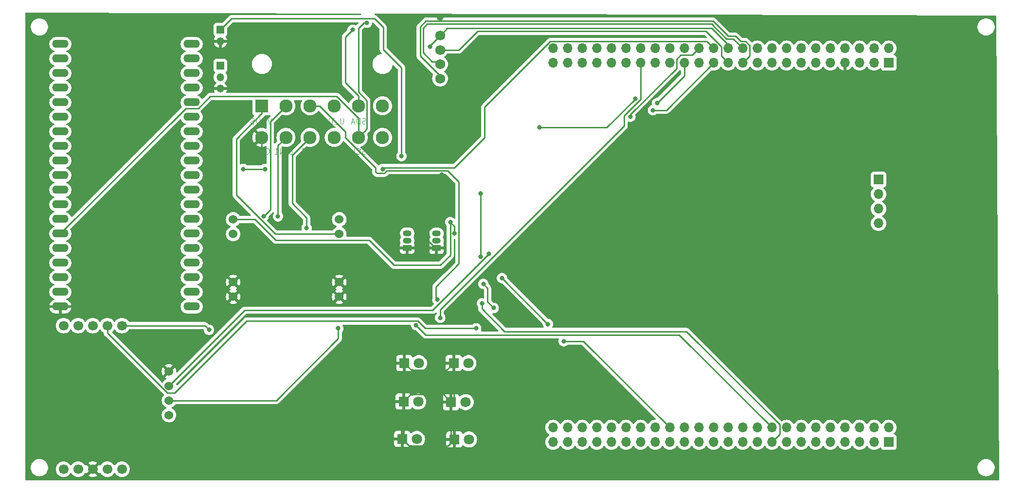
<source format=gbr>
%TF.GenerationSoftware,KiCad,Pcbnew,8.0.0-rc1*%
%TF.CreationDate,2024-02-28T14:24:43+09:00*%
%TF.ProjectId,KDL,4b444c2e-6b69-4636-9164-5f7063625858,rev?*%
%TF.SameCoordinates,Original*%
%TF.FileFunction,Copper,L2,Bot*%
%TF.FilePolarity,Positive*%
%FSLAX46Y46*%
G04 Gerber Fmt 4.6, Leading zero omitted, Abs format (unit mm)*
G04 Created by KiCad (PCBNEW 8.0.0-rc1) date 2024-02-28 14:24:43*
%MOMM*%
%LPD*%
G01*
G04 APERTURE LIST*
%TA.AperFunction,ComponentPad*%
%ADD10R,1.800000X1.800000*%
%TD*%
%TA.AperFunction,ComponentPad*%
%ADD11C,1.800000*%
%TD*%
%TA.AperFunction,ComponentPad*%
%ADD12C,1.524000*%
%TD*%
%TA.AperFunction,ComponentPad*%
%ADD13R,1.350000X1.350000*%
%TD*%
%TA.AperFunction,ComponentPad*%
%ADD14O,1.350000X1.350000*%
%TD*%
%TA.AperFunction,ComponentPad*%
%ADD15O,2.844800X1.422400*%
%TD*%
%TA.AperFunction,ComponentPad*%
%ADD16R,2.300000X2.300000*%
%TD*%
%TA.AperFunction,ComponentPad*%
%ADD17C,2.300000*%
%TD*%
%TA.AperFunction,ComponentPad*%
%ADD18C,1.752600*%
%TD*%
%TA.AperFunction,ComponentPad*%
%ADD19R,1.500000X1.050000*%
%TD*%
%TA.AperFunction,ComponentPad*%
%ADD20O,1.500000X1.050000*%
%TD*%
%TA.AperFunction,ComponentPad*%
%ADD21O,1.700000X1.700000*%
%TD*%
%TA.AperFunction,ComponentPad*%
%ADD22R,1.700000X1.700000*%
%TD*%
%TA.AperFunction,ComponentPad*%
%ADD23C,1.700000*%
%TD*%
%TA.AperFunction,ViaPad*%
%ADD24C,0.800000*%
%TD*%
%TA.AperFunction,ViaPad*%
%ADD25C,0.300000*%
%TD*%
%TA.AperFunction,Conductor*%
%ADD26C,0.250000*%
%TD*%
%ADD27C,0.100000*%
%ADD28C,0.508000*%
G04 APERTURE END LIST*
D10*
%TO.P,D1,1,K*%
%TO.N,GND*%
X119360000Y-104793000D03*
D11*
%TO.P,D1,2,A*%
%TO.N,Net-(D1-A)*%
X121900000Y-104793000D03*
%TD*%
D12*
%TO.P,U2,1,VCC*%
%TO.N,+3.3V*%
X69796000Y-113841000D03*
%TO.P,U2,2,RX*%
%TO.N,/GPS_UART_TX*%
X69796000Y-111301000D03*
%TO.P,U2,3,TX*%
%TO.N,/GPS_UART_RX*%
X69796000Y-108761000D03*
%TO.P,U2,4,GND*%
%TO.N,GND*%
X69796000Y-106221000D03*
%TD*%
D13*
%TO.P,J2,1,Pin_1*%
%TO.N,/DEBUG_UART_TX*%
X78750000Y-53000000D03*
D14*
%TO.P,J2,2,Pin_2*%
%TO.N,/DEBUG_UART_RX*%
X78750000Y-55000000D03*
%TO.P,J2,3,Pin_3*%
%TO.N,GND*%
X78750000Y-57000000D03*
%TD*%
D15*
%TO.P,U4,3V3,3.3V*%
%TO.N,+3.3V*%
X73750000Y-94950000D03*
%TO.P,U4,EN,EN*%
%TO.N,Net-(C1-Pad2)*%
X73750000Y-92410000D03*
%TO.P,U4,GND@1,GND@1*%
%TO.N,unconnected-(U4-PadGND@1)*%
X73750000Y-61930000D03*
%TO.P,U4,GND@2,GND@2*%
%TO.N,GND*%
X50890000Y-94950000D03*
%TO.P,U4,GND@3,GND@3*%
%TO.N,unconnected-(U4-PadGND@3)*%
X50890000Y-79710000D03*
%TO.P,U4,GPIO0,GPIO0*%
%TO.N,unconnected-(U4-PadGPIO0)*%
X50890000Y-61930000D03*
%TO.P,U4,GPIO2,GPIO2*%
%TO.N,unconnected-(U4-PadGPIO2)*%
X50890000Y-59390000D03*
%TO.P,U4,GPIO4,GPIO4*%
%TO.N,unconnected-(U4-PadGPIO4)*%
X50890000Y-64470000D03*
%TO.P,U4,GPIO5,GPIO5*%
%TO.N,unconnected-(U4-PadGPIO5)*%
X50890000Y-72090000D03*
%TO.P,U4,GPIO6,GPIO6*%
%TO.N,unconnected-(U4-PadGPIO6)*%
X50890000Y-49230000D03*
%TO.P,U4,GPIO7,GPIO7*%
%TO.N,unconnected-(U4-PadGPIO7)*%
X50890000Y-51770000D03*
%TO.P,U4,GPIO8,GPIO8*%
%TO.N,unconnected-(U4-PadGPIO8)*%
X50890000Y-54310000D03*
%TO.P,U4,GPIO9,GPIO9*%
%TO.N,unconnected-(U4-PadGPIO9)*%
X73750000Y-56850000D03*
%TO.P,U4,GPIO10,GPIO10*%
%TO.N,unconnected-(U4-PadGPIO10)*%
X73750000Y-54310000D03*
%TO.P,U4,GPIO11,GPIO11*%
%TO.N,unconnected-(U4-PadGPIO11)*%
X73750000Y-51770000D03*
%TO.P,U4,GPIO12,GPIO12*%
%TO.N,unconnected-(U4-PadGPIO12)*%
X73750000Y-64470000D03*
%TO.P,U4,GPIO13,GPIO13*%
%TO.N,unconnected-(U4-PadGPIO13)*%
X73750000Y-59390000D03*
%TO.P,U4,GPIO14,GPIO14*%
%TO.N,unconnected-(U4-PadGPIO14)*%
X73750000Y-67010000D03*
%TO.P,U4,GPIO15,GPIO15*%
%TO.N,unconnected-(U4-PadGPIO15)*%
X50890000Y-56850000D03*
%TO.P,U4,GPIO16,GPIO16*%
%TO.N,unconnected-(U4-PadGPIO16)*%
X50890000Y-67010000D03*
%TO.P,U4,GPIO17,GPIO17*%
%TO.N,unconnected-(U4-PadGPIO17)*%
X50890000Y-69550000D03*
%TO.P,U4,GPIO18,GPIO18*%
%TO.N,unconnected-(U4-PadGPIO18)*%
X50890000Y-74630000D03*
%TO.P,U4,GPIO19,GPIO19*%
%TO.N,/ESP_COMM*%
X50890000Y-77170000D03*
%TO.P,U4,GPIO21,GPIO21*%
%TO.N,/ESP_I2C_SCL*%
X50890000Y-82250000D03*
%TO.P,U4,GPIO22,GPIO22*%
%TO.N,/ESP_I2C_SDA*%
X50890000Y-89870000D03*
%TO.P,U4,GPIO23,GPIO23*%
%TO.N,unconnected-(U4-PadGPIO23)*%
X50890000Y-92410000D03*
%TO.P,U4,GPIO25,GPIO25*%
%TO.N,unconnected-(U4-PadGPIO25)*%
X73750000Y-74630000D03*
%TO.P,U4,GPIO26,GPIO26*%
%TO.N,unconnected-(U4-PadGPIO26)*%
X73750000Y-72090000D03*
%TO.P,U4,GPIO27,GPIO27*%
%TO.N,unconnected-(U4-PadGPIO27)*%
X73750000Y-69550000D03*
%TO.P,U4,GPIO32,GPIO32*%
%TO.N,unconnected-(U4-PadGPIO32)*%
X73750000Y-79710000D03*
%TO.P,U4,GPIO33,GPIO33*%
%TO.N,unconnected-(U4-PadGPIO33)*%
X73750000Y-77170000D03*
%TO.P,U4,GPIO34,GPIO34*%
%TO.N,unconnected-(U4-PadGPIO34)*%
X73750000Y-84790000D03*
%TO.P,U4,GPIO35,GPIO35*%
%TO.N,unconnected-(U4-PadGPIO35)*%
X73750000Y-82250000D03*
%TO.P,U4,GPIO36,GPIO36*%
%TO.N,unconnected-(U4-PadGPIO36)*%
X73750000Y-89870000D03*
%TO.P,U4,GPIO39,GPIO39*%
%TO.N,unconnected-(U4-PadGPIO39)*%
X73750000Y-87330000D03*
%TO.P,U4,RX0,RX0*%
%TO.N,unconnected-(U4-PadRX0)*%
X50890000Y-84790000D03*
%TO.P,U4,TX0,TX0*%
%TO.N,unconnected-(U4-PadTX0)*%
X50890000Y-87330000D03*
%TO.P,U4,VIN,VIN*%
%TO.N,unconnected-(U4-PadVIN)*%
X73750000Y-49230000D03*
%TD*%
D10*
%TO.P,D5,1,K*%
%TO.N,GND*%
X110760000Y-104800000D03*
D11*
%TO.P,D5,2,A*%
%TO.N,Net-(D5-A)*%
X113300000Y-104800000D03*
%TD*%
D10*
%TO.P,D4,1,K*%
%TO.N,GND*%
X110637000Y-111500000D03*
D11*
%TO.P,D4,2,A*%
%TO.N,Net-(D4-A)*%
X113177000Y-111500000D03*
%TD*%
D16*
%TO.P,J1,1,1*%
%TO.N,VBUS*%
X85950003Y-60000000D03*
D17*
%TO.P,J1,2,2*%
%TO.N,/DIN0*%
X90150002Y-60000000D03*
%TO.P,J1,3,3*%
%TO.N,/AIN0*%
X94350001Y-60000000D03*
%TO.P,J1,4,4*%
%TO.N,/LOG_UART_TX*%
X98550001Y-60000000D03*
%TO.P,J1,5,5*%
%TO.N,/ESP_I2C_SDA*%
X102750000Y-60000000D03*
%TO.P,J1,6,6*%
%TO.N,/CANH*%
X106949999Y-60000000D03*
%TO.P,J1,7,7*%
%TO.N,GND*%
X85950003Y-65499999D03*
%TO.P,J1,8,8*%
%TO.N,/DIN1*%
X90150002Y-65499999D03*
%TO.P,J1,9,9*%
%TO.N,/AIN1*%
X94350001Y-65499999D03*
%TO.P,J1,10,10*%
%TO.N,/LOG_UART_RX*%
X98550001Y-65499999D03*
%TO.P,J1,11,11*%
%TO.N,/ESP_I2C_SCL*%
X102750000Y-65499999D03*
%TO.P,J1,12,12*%
%TO.N,/CANL*%
X106949999Y-65499999D03*
%TD*%
D12*
%TO.P,U1,1,IN*%
%TO.N,VBUS*%
X99431000Y-79765000D03*
X99431000Y-82305000D03*
%TO.P,U1,2,GND*%
%TO.N,GND*%
X99431000Y-90705000D03*
X99431000Y-93245000D03*
%TO.P,U1,3,OUT*%
%TO.N,+3.3V*%
X80971000Y-79765000D03*
X80971000Y-82305000D03*
%TO.P,U1,4,GND*%
%TO.N,GND*%
X80971000Y-90705000D03*
X80971000Y-93245000D03*
%TD*%
D18*
%TO.P,J3,1,1*%
%TO.N,/IO1*%
X116970199Y-47752800D03*
%TO.P,J3,2,2*%
%TO.N,/IO2*%
X116970199Y-50252800D03*
%TO.P,J3,3,3*%
%TO.N,/IO3*%
X116970199Y-52752800D03*
%TO.P,J3,4,4*%
%TO.N,/IO4*%
X116970199Y-55252800D03*
%TD*%
D10*
%TO.P,D3,1,K*%
%TO.N,GND*%
X118889000Y-111596000D03*
D11*
%TO.P,D3,2,A*%
%TO.N,Net-(D3-A)*%
X121429000Y-111596000D03*
%TD*%
D10*
%TO.P,D6,1,K*%
%TO.N,GND*%
X119460000Y-118100000D03*
D11*
%TO.P,D6,2,A*%
%TO.N,Net-(D6-A)*%
X122000000Y-118100000D03*
%TD*%
D19*
%TO.P,Q1,1,E*%
%TO.N,GND*%
X116360000Y-84770000D03*
D20*
%TO.P,Q1,2,B*%
%TO.N,Net-(Q1-B)*%
X116360000Y-83500000D03*
%TO.P,Q1,3,C*%
%TO.N,/STM_DIN0*%
X116360000Y-82230000D03*
%TD*%
D13*
%TO.P,J4,1,Pin_1*%
%TO.N,/5V*%
X78750000Y-46750000D03*
D14*
%TO.P,J4,2,Pin_2*%
%TO.N,GND*%
X78750000Y-48750000D03*
%TD*%
D21*
%TO.P,U5,10,VSS*%
%TO.N,GND*%
X187439000Y-52520000D03*
%TO.P,U5,15,PC0*%
%TO.N,/STM_AIN0*%
X174739000Y-118562200D03*
%TO.P,U5,16,PC1*%
%TO.N,/STM_AIN1*%
X174739000Y-116022200D03*
%TO.P,U5,17,PC2*%
%TO.N,unconnected-(U5-PC2-Pad17)*%
X172199000Y-118562200D03*
%TO.P,U5,18,PC3*%
%TO.N,unconnected-(U5-PC3-Pad18)*%
X172199000Y-116022200D03*
%TO.P,U5,23,PA0*%
%TO.N,unconnected-(U5-PA0-Pad23)*%
X167119000Y-118562200D03*
%TO.P,U5,24,PA1*%
%TO.N,unconnected-(U5-PA1-Pad24)*%
X167119000Y-116022200D03*
%TO.P,U5,25,PA2*%
%TO.N,unconnected-(U5-PA2-Pad25)*%
X164579000Y-118562200D03*
%TO.P,U5,26,PA3*%
%TO.N,unconnected-(U5-PA3-Pad26)*%
X164579000Y-116022200D03*
%TO.P,U5,34,PC5*%
%TO.N,/VSENSE*%
X156959000Y-116022200D03*
%TO.P,U5,41,PE10*%
%TO.N,unconnected-(U5-PE10-Pad41)*%
X149339000Y-116022200D03*
%TO.P,U5,42,PE11*%
%TO.N,/LED_ERR*%
X146799000Y-118562200D03*
%TO.P,U5,43,PE12*%
%TO.N,/LED_HEARTBEAT*%
X146799000Y-116022200D03*
%TO.P,U5,44,PE13*%
%TO.N,/LED_SD*%
X144259000Y-118562200D03*
%TO.P,U5,45,PE14*%
%TO.N,/LED_CAN*%
X144259000Y-116022200D03*
%TO.P,U5,46,PE15*%
%TO.N,/LED_TELEMETRY*%
X141719000Y-118562200D03*
%TO.P,U5,47,PB10*%
%TO.N,unconnected-(U5-PB10-Pad47)*%
X141719000Y-116022200D03*
%TO.P,U5,48,PB11*%
%TO.N,unconnected-(U5-PB11-Pad48)*%
X139179000Y-118562200D03*
%TO.P,U5,55,PD8*%
%TO.N,/STM_DIN0*%
X136639000Y-52520000D03*
%TO.P,U5,56,PD9*%
%TO.N,/STM_DIN1*%
X139179000Y-49980000D03*
%TO.P,U5,57,PD10*%
%TO.N,unconnected-(U5-PD10-Pad57)*%
X139179000Y-52520000D03*
%TO.P,U5,58,PD11*%
%TO.N,unconnected-(U5-PD11-Pad58)*%
X141719000Y-49980000D03*
%TO.P,U5,59,PD12*%
%TO.N,unconnected-(U5-PD12-Pad59)*%
X141719000Y-52520000D03*
%TO.P,U5,60,PD13*%
%TO.N,unconnected-(U5-PD13-Pad60)*%
X144259000Y-49980000D03*
%TO.P,U5,61,PD14*%
%TO.N,unconnected-(U5-PD14-Pad61)*%
X144259000Y-52520000D03*
%TO.P,U5,62,PD15*%
%TO.N,unconnected-(U5-PD15-Pad62)*%
X146799000Y-49980000D03*
%TO.P,U5,63,PC6*%
%TO.N,/LOG_UART_TX*%
X146799000Y-52520000D03*
%TO.P,U5,64,PC7*%
%TO.N,/LOG_UART_RX*%
X149339000Y-49980000D03*
%TO.P,U5,66,PC9*%
%TO.N,/ACC_I2C_SDA*%
X151879000Y-49980000D03*
%TO.P,U5,67,PA8*%
%TO.N,/ACC_I2C_SCL*%
X151879000Y-52520000D03*
%TO.P,U5,68,PA9*%
%TO.N,/DEBUG_UART_TX*%
X154419000Y-49980000D03*
%TO.P,U5,69,PA10*%
%TO.N,/DEBUG_UART_RX*%
X154419000Y-52520000D03*
%TO.P,U5,78,PC10*%
%TO.N,/GPS_UART_TX*%
X159499000Y-52520000D03*
%TO.P,U5,79,PC11*%
%TO.N,/GPS_UART_RX*%
X162039000Y-49980000D03*
%TO.P,U5,81,PD0*%
%TO.N,/CRX*%
X164579000Y-49980000D03*
%TO.P,U5,82,PD1*%
%TO.N,/CTX*%
X164579000Y-52520000D03*
%TO.P,U5,83,PD2*%
%TO.N,/IO1*%
X167119000Y-49980000D03*
%TO.P,U5,84,PD3*%
%TO.N,/IO2*%
X167119000Y-52520000D03*
%TO.P,U5,85,PD4*%
%TO.N,/IO3*%
X169659000Y-49980000D03*
%TO.P,U5,86,PD5*%
%TO.N,/IO4*%
X169659000Y-52520000D03*
%TO.P,U5,87,PD6*%
%TO.N,unconnected-(U5-PD6-Pad87)*%
X172199000Y-49980000D03*
%TO.P,U5,92,PB6*%
%TO.N,/ESP_I2C_SCL*%
X177279000Y-49980000D03*
%TO.P,U5,93,PB7*%
%TO.N,/ESP_I2C_SDA*%
X177279000Y-52520000D03*
%TO.P,U5,94,BOOT0*%
%TO.N,unconnected-(U5-BOOT0-Pad94)*%
X189979000Y-52520000D03*
%TO.P,U5,95,PB8*%
%TO.N,/ESP_COMM*%
X179819000Y-49980000D03*
%TO.P,U5,100,VDD*%
%TO.N,+3.3V*%
X189979000Y-118562200D03*
D22*
%TO.P,U5,110*%
%TO.N,N/C*%
X193286500Y-72840000D03*
D21*
%TO.P,U5,111*%
X193286500Y-75380000D03*
%TO.P,U5,112*%
X193286500Y-77920000D03*
%TO.P,U5,113*%
X193286500Y-80460000D03*
%TO.P,U5,X*%
X192519000Y-49980000D03*
X189979000Y-49980000D03*
X187439000Y-49980000D03*
X184899000Y-49980000D03*
X182359000Y-49980000D03*
X174739000Y-49980000D03*
X159499000Y-49980000D03*
X156959000Y-49980000D03*
X136639000Y-49980000D03*
D22*
X195059000Y-52520000D03*
D21*
X192519000Y-52520000D03*
X184899000Y-52520000D03*
X182359000Y-52520000D03*
X179819000Y-52520000D03*
X174739000Y-52520000D03*
X172199000Y-52520000D03*
X162039000Y-52520000D03*
X156959000Y-52520000D03*
X149339000Y-52520000D03*
X195059000Y-116022200D03*
X192519000Y-116022200D03*
X189979000Y-116022200D03*
X187439000Y-116022200D03*
X184899000Y-116022200D03*
X182359000Y-116022200D03*
X179819000Y-116022200D03*
X177279000Y-116022200D03*
X169659000Y-116022200D03*
X162039000Y-116022200D03*
X159499000Y-116022200D03*
X154419000Y-116022200D03*
X151879000Y-116022200D03*
X139179000Y-116022200D03*
X136639000Y-116022200D03*
X192519000Y-118562200D03*
X187439000Y-118562200D03*
X184899000Y-118562200D03*
X182359000Y-118562200D03*
X179819000Y-118562200D03*
X177279000Y-118562200D03*
X169659000Y-118562200D03*
X162039000Y-118562200D03*
X159499000Y-118562200D03*
X156959000Y-118562200D03*
X154419000Y-118562200D03*
X151879000Y-118562200D03*
X149339000Y-118562200D03*
X136639000Y-118562200D03*
%TO.P,U5,x*%
X195059000Y-49980000D03*
D22*
X195059000Y-118562200D03*
%TD*%
D10*
%TO.P,D2,1,K*%
%TO.N,GND*%
X110400000Y-118000000D03*
D11*
%TO.P,D2,2,A*%
%TO.N,Net-(D2-A)*%
X112940000Y-118000000D03*
%TD*%
D19*
%TO.P,Q2,1,E*%
%TO.N,GND*%
X111260000Y-84740000D03*
D20*
%TO.P,Q2,2,B*%
%TO.N,Net-(Q2-B)*%
X111260000Y-83470000D03*
%TO.P,Q2,3,C*%
%TO.N,/STM_DIN1*%
X111260000Y-82200000D03*
%TD*%
D23*
%TO.P,U6,1,3V3*%
%TO.N,+3.3V*%
X59063000Y-123272000D03*
%TO.P,U6,2,GND*%
%TO.N,GND*%
X56523000Y-123272000D03*
%TO.P,U6,6,Vs*%
%TO.N,unconnected-(U6-Vs-Pad6)*%
X53983000Y-123272000D03*
%TO.P,U6,7,~{CS}*%
%TO.N,+3.3V*%
X51443000Y-123272000D03*
%TO.P,U6,8,INT1*%
%TO.N,unconnected-(U6-INT1-Pad8)*%
X51443000Y-98272000D03*
%TO.P,U6,9,INT2*%
%TO.N,unconnected-(U6-INT2-Pad9)*%
X53983000Y-98272000D03*
%TO.P,U6,12,SDO/ADDR*%
%TO.N,unconnected-(U6-SDO{slash}ADDR-Pad12)*%
X56523000Y-98272000D03*
%TO.P,U6,13,SDA*%
%TO.N,/ACC_I2C_SDA*%
X59063000Y-98272000D03*
%TO.P,U6,14,SCL/SCLK*%
%TO.N,/ACC_I2C_SCL*%
X61603000Y-98272000D03*
%TO.P,U6,22,5V*%
%TO.N,unconnected-(U6-5V-Pad22)*%
X61603000Y-123272000D03*
%TD*%
D24*
%TO.N,GND*%
X105700000Y-101155800D03*
X113500000Y-80502800D03*
X109250000Y-74252800D03*
X100500000Y-74252800D03*
D25*
X113250000Y-76330800D03*
D24*
X117250000Y-72002800D03*
X82738747Y-68014053D03*
X119750000Y-68752800D03*
X118000000Y-65002800D03*
X102000000Y-73752800D03*
%TO.N,/IO1*%
X115235099Y-49679100D03*
%TO.N,/DIN0*%
X86250000Y-79250000D03*
%TO.N,/AIN0*%
X116500000Y-93750000D03*
%TO.N,/ESP_I2C_SDA*%
X101750000Y-46750000D03*
%TO.N,/DIN1*%
X88750000Y-79250000D03*
%TO.N,/AIN1*%
X93737347Y-81262653D03*
%TO.N,/ESP_I2C_SCL*%
X104250000Y-45525000D03*
%TO.N,/CANL*%
X82750000Y-71000000D03*
X86500000Y-71000000D03*
%TO.N,/VSENSE*%
X138500000Y-101000000D03*
X123998600Y-86251400D03*
X135750000Y-98002800D03*
X127750000Y-90002800D03*
X124040503Y-75275000D03*
%TO.N,/STM_AIN0*%
X124250000Y-94400000D03*
%TO.N,+3.3V*%
X119500000Y-82250000D03*
X124500000Y-91000000D03*
X118750000Y-80250000D03*
X126300000Y-95200000D03*
%TO.N,/STM_AIN1*%
X112800000Y-98200000D03*
%TO.N,/GPS_UART_TX*%
X154750000Y-59500000D03*
X99250000Y-98750000D03*
%TO.N,/GPS_UART_RX*%
X150100000Y-61900000D03*
X125500000Y-85750000D03*
%TO.N,/CTX*%
X154025000Y-60750000D03*
X150987347Y-58737347D03*
X134250000Y-63750000D03*
%TO.N,/CRX*%
X107000000Y-71000000D03*
%TO.N,/ACC_I2C_SCL*%
X117000000Y-96900000D03*
X76750000Y-99000000D03*
%TO.N,/ACC_I2C_SDA*%
X123250000Y-98750000D03*
%TO.N,/5V*%
X110250000Y-68752800D03*
%TD*%
D26*
%TO.N,GND*%
X111985000Y-106025000D02*
X110760000Y-104800000D01*
X102000000Y-74002800D02*
X102000000Y-73752800D01*
X118889000Y-117529000D02*
X119460000Y-118100000D01*
X100500000Y-74252800D02*
X101750000Y-74252800D01*
X85000000Y-68002800D02*
X85950003Y-67052797D01*
X118000000Y-65252800D02*
X118000000Y-67002800D01*
X118889000Y-111596000D02*
X118889000Y-117529000D01*
X110760000Y-104800000D02*
X110760000Y-111377000D01*
X110637000Y-117763000D02*
X110400000Y-118000000D01*
X110637000Y-111500000D02*
X110637000Y-117763000D01*
X118335000Y-119225000D02*
X111625000Y-119225000D01*
X82738747Y-68014053D02*
X82750000Y-68002800D01*
X118000000Y-67002800D02*
X119750000Y-68752800D01*
X119360000Y-104793000D02*
X118128000Y-106025000D01*
X110000000Y-75752800D02*
X110000000Y-75002800D01*
X116135000Y-84770000D02*
X113500000Y-82135000D01*
X109300000Y-104800000D02*
X105700000Y-101200000D01*
X116360000Y-84770000D02*
X116135000Y-84770000D01*
X118128000Y-106025000D02*
X111985000Y-106025000D01*
X111625000Y-119225000D02*
X110400000Y-118000000D01*
X119360000Y-104793000D02*
X119360000Y-111125000D01*
X113250000Y-76002800D02*
X113250000Y-76330800D01*
X119460000Y-118100000D02*
X118335000Y-119225000D01*
X113250000Y-76330800D02*
X110578000Y-76330800D01*
X82750000Y-68002800D02*
X85000000Y-68002800D01*
X117250000Y-72002800D02*
X113250000Y-76002800D01*
X116330000Y-84740000D02*
X116360000Y-84770000D01*
X101750000Y-74252800D02*
X102000000Y-74002800D01*
X105700000Y-101200000D02*
X105700000Y-101155800D01*
X111862000Y-110275000D02*
X117568000Y-110275000D01*
X110760000Y-111377000D02*
X110637000Y-111500000D01*
X110000000Y-75002800D02*
X109250000Y-74252800D01*
X110760000Y-104800000D02*
X109300000Y-104800000D01*
X117568000Y-110275000D02*
X118889000Y-111596000D01*
X118000000Y-65002800D02*
X118000000Y-65252800D01*
X119360000Y-111125000D02*
X118889000Y-111596000D01*
X110637000Y-111500000D02*
X111862000Y-110275000D01*
X111260000Y-84740000D02*
X116330000Y-84740000D01*
X110578000Y-76330800D02*
X110000000Y-75752800D01*
X113500000Y-82135000D02*
X113500000Y-80502800D01*
X85950003Y-67052797D02*
X85950003Y-65499999D01*
%TO.N,/IO1*%
X167119000Y-49369000D02*
X167119000Y-49980000D01*
X118220199Y-46502800D02*
X164252800Y-46502800D01*
X116970199Y-47752800D02*
X118220199Y-46502800D01*
X115235099Y-49487900D02*
X116970199Y-47752800D01*
X164252800Y-46502800D02*
X167119000Y-49369000D01*
X115235099Y-49679100D02*
X115235099Y-49487900D01*
%TO.N,/IO2*%
X165944000Y-51345000D02*
X167119000Y-52520000D01*
X123500000Y-47002800D02*
X163263501Y-47002800D01*
X116970199Y-50252800D02*
X120250000Y-50252800D01*
X120250000Y-50252800D02*
X123500000Y-47002800D01*
X165944000Y-49683299D02*
X165944000Y-51345000D01*
X163263501Y-47002800D02*
X165944000Y-49683299D01*
X117003599Y-49752800D02*
X116970199Y-49786200D01*
%TO.N,/IO3*%
X168000000Y-48321000D02*
X166821000Y-48321000D01*
X169659000Y-49980000D02*
X168000000Y-48321000D01*
X114750000Y-45752800D02*
X114000000Y-46502800D01*
X114000000Y-46502800D02*
X114000000Y-50752800D01*
X114000000Y-50752800D02*
X115533400Y-52286200D01*
X115533400Y-52286200D02*
X116970199Y-52286200D01*
X164252800Y-45752800D02*
X114750000Y-45752800D01*
X166821000Y-48321000D02*
X164252800Y-45752800D01*
%TO.N,/IO4*%
X170834000Y-51345000D02*
X169659000Y-52520000D01*
X113500000Y-51316001D02*
X113500000Y-46252800D01*
X164502800Y-45252800D02*
X167121000Y-47871000D01*
X169305000Y-48805000D02*
X170145701Y-48805000D01*
X114500000Y-45252800D02*
X164502800Y-45252800D01*
X168371000Y-47871000D02*
X169305000Y-48805000D01*
X116970199Y-54786200D02*
X113500000Y-51316001D01*
X113500000Y-46252800D02*
X114500000Y-45252800D01*
X170145701Y-48805000D02*
X170834000Y-49493299D01*
X170834000Y-49493299D02*
X170834000Y-51345000D01*
X167121000Y-47871000D02*
X168371000Y-47871000D01*
%TO.N,VBUS*%
X85950003Y-61302797D02*
X81500000Y-65752800D01*
X81500000Y-65752800D02*
X81500000Y-75525305D01*
X85950003Y-60000000D02*
X85950003Y-61302797D01*
X88279695Y-82305000D02*
X99431000Y-82305000D01*
X81500000Y-75525305D02*
X88279695Y-82305000D01*
%TO.N,/DIN0*%
X87425003Y-62724999D02*
X90150002Y-60000000D01*
X87425003Y-78074997D02*
X87425003Y-62724999D01*
X86250000Y-79250000D02*
X87425003Y-78074997D01*
%TO.N,/AIN0*%
X100500000Y-64523654D02*
X100500000Y-65502800D01*
X95976346Y-60000000D02*
X100500000Y-64523654D01*
X107300305Y-71725000D02*
X107772505Y-71252800D01*
X100500000Y-65502800D02*
X105750000Y-70752800D01*
X116250000Y-93500000D02*
X116500000Y-93750000D01*
X94350001Y-60000000D02*
X95976346Y-60000000D01*
X105750000Y-70752800D02*
X105750000Y-71502800D01*
X120250000Y-73252800D02*
X120250000Y-87500000D01*
X107772505Y-71252800D02*
X118250000Y-71252800D01*
X118250000Y-71252800D02*
X120250000Y-73252800D01*
X116250000Y-91500000D02*
X116250000Y-93500000D01*
X120250000Y-87500000D02*
X116250000Y-91500000D01*
X105972200Y-71725000D02*
X107300305Y-71725000D01*
X105750000Y-71502800D02*
X105972200Y-71725000D01*
%TO.N,/ESP_I2C_SDA*%
X100500000Y-56000000D02*
X102750000Y-58250000D01*
X102750000Y-58250000D02*
X102750000Y-60000000D01*
X101750000Y-46750000D02*
X100500000Y-48000000D01*
X100500000Y-48000000D02*
X100500000Y-56000000D01*
%TO.N,/DIN1*%
X88750000Y-66900001D02*
X90150002Y-65499999D01*
X88750000Y-79250000D02*
X88750000Y-66900001D01*
%TO.N,/AIN1*%
X93737347Y-79487347D02*
X91250000Y-77000000D01*
X91250000Y-77000000D02*
X91250000Y-68600000D01*
X91250000Y-68600000D02*
X94350001Y-65499999D01*
X93737347Y-81262653D02*
X93737347Y-79487347D01*
%TO.N,/ESP_I2C_SCL*%
X103727800Y-45525000D02*
X104250000Y-45525000D01*
X102750000Y-62114033D02*
X98989767Y-58353800D01*
X102750000Y-46502800D02*
X103727800Y-45525000D01*
X72713800Y-60426200D02*
X50890000Y-82250000D01*
X74890408Y-60426200D02*
X72713800Y-60426200D01*
X104225000Y-64024999D02*
X104225000Y-59088604D01*
X102750000Y-57613604D02*
X102750000Y-46502800D01*
X104225000Y-59088604D02*
X102750000Y-57613604D01*
X76962808Y-58353800D02*
X74890408Y-60426200D01*
X102750000Y-65499999D02*
X104225000Y-64024999D01*
X98989767Y-58353800D02*
X76962808Y-58353800D01*
X102750000Y-65499999D02*
X102750000Y-62114033D01*
%TO.N,/CANL*%
X86500000Y-71000000D02*
X82750000Y-71000000D01*
%TO.N,/VSENSE*%
X124040503Y-86209497D02*
X123998600Y-86251400D01*
X156959000Y-116022200D02*
X141936800Y-101000000D01*
X141936800Y-101000000D02*
X138500000Y-101000000D01*
X124040503Y-75275000D02*
X124040503Y-86209497D01*
X127750000Y-90002800D02*
X135750000Y-98002800D01*
%TO.N,/STM_AIN0*%
X176100000Y-115600000D02*
X176100000Y-115900000D01*
X124250000Y-95350000D02*
X128200000Y-99300000D01*
X159868501Y-99300000D02*
X176068501Y-115500000D01*
X174739000Y-118562200D02*
X176104000Y-117197200D01*
X176104000Y-117197200D02*
X176104000Y-115535499D01*
X124250000Y-94400000D02*
X124250000Y-95350000D01*
X128200000Y-99300000D02*
X159868501Y-99300000D01*
%TO.N,+3.3V*%
X88392000Y-83392000D02*
X104608000Y-83392000D01*
X104608000Y-83392000D02*
X108968800Y-87752800D01*
X126300000Y-95200000D02*
X125250000Y-94150000D01*
X108968800Y-87752800D02*
X117000000Y-87752800D01*
X119500000Y-81000000D02*
X119500000Y-82250000D01*
X125250000Y-91750000D02*
X124500000Y-91000000D01*
X118750000Y-80250000D02*
X119500000Y-81000000D01*
X117000000Y-87752800D02*
X118750000Y-86002800D01*
X125250000Y-94150000D02*
X125250000Y-91750000D01*
X80971000Y-79765000D02*
X84765000Y-79765000D01*
X84765000Y-79765000D02*
X88392000Y-83392000D01*
X118750000Y-86002800D02*
X118750000Y-80250000D01*
%TO.N,/STM_AIN1*%
X112800000Y-98200000D02*
X114500000Y-99900000D01*
X114500000Y-99900000D02*
X158616800Y-99900000D01*
X158616800Y-99900000D02*
X174739000Y-116022200D01*
%TO.N,/GPS_UART_TX*%
X154750000Y-59500000D02*
X159499000Y-54751000D01*
X99250000Y-100500000D02*
X88449000Y-111301000D01*
X99250000Y-98750000D02*
X99250000Y-100500000D01*
X88449000Y-111301000D02*
X69796000Y-111301000D01*
X159499000Y-54751000D02*
X159499000Y-52520000D01*
%TO.N,/GPS_UART_RX*%
X115686701Y-95588604D02*
X125500000Y-85775305D01*
X150100000Y-61900000D02*
X150100000Y-61500000D01*
X158134000Y-53466000D02*
X158134000Y-51866000D01*
X150100000Y-61500000D02*
X158134000Y-53466000D01*
X69796000Y-108761000D02*
X82968396Y-95588604D01*
X160859500Y-51159500D02*
X162039000Y-49980000D01*
X158840500Y-51159500D02*
X160859500Y-51159500D01*
X125500000Y-85775305D02*
X125500000Y-85750000D01*
X82968396Y-95588604D02*
X115686701Y-95588604D01*
X158134000Y-51866000D02*
X158840500Y-51159500D01*
%TO.N,/CTX*%
X134250000Y-63750000D02*
X146000000Y-63750000D01*
X156349000Y-60750000D02*
X164579000Y-52520000D01*
X151000000Y-58750000D02*
X150987347Y-58737347D01*
X146000000Y-63750000D02*
X151000000Y-58750000D01*
X154025000Y-60750000D02*
X156349000Y-60750000D01*
%TO.N,/CRX*%
X107247200Y-70752800D02*
X107000000Y-71000000D01*
X124750000Y-65502800D02*
X119500000Y-70752800D01*
X136152299Y-48805000D02*
X124750000Y-60207299D01*
X163404000Y-48805000D02*
X136152299Y-48805000D01*
X119500000Y-70752800D02*
X107247200Y-70752800D01*
X124750000Y-60207299D02*
X124750000Y-65502800D01*
X164579000Y-49980000D02*
X163404000Y-48805000D01*
%TO.N,/ACC_I2C_SCL*%
X76750000Y-99000000D02*
X76022000Y-98272000D01*
X117000000Y-96900000D02*
X117000000Y-95500000D01*
X151879000Y-58871000D02*
X151879000Y-52520000D01*
X117000000Y-95500000D02*
X149000000Y-63500000D01*
X149000000Y-61750000D02*
X151879000Y-58871000D01*
X149000000Y-63500000D02*
X149000000Y-61750000D01*
X76022000Y-98272000D02*
X61603000Y-98272000D01*
%TO.N,/ACC_I2C_SDA*%
X70750000Y-110000000D02*
X69497749Y-110000000D01*
X83275000Y-97475000D02*
X70750000Y-110000000D01*
X69497749Y-110000000D02*
X59063000Y-99565251D01*
X113100305Y-97475000D02*
X83275000Y-97475000D01*
X123250000Y-98750000D02*
X114375305Y-98750000D01*
X114375305Y-98750000D02*
X113100305Y-97475000D01*
X59063000Y-99565251D02*
X59063000Y-98272000D01*
%TO.N,/5V*%
X105547200Y-44800000D02*
X80700000Y-44800000D01*
X80700000Y-44800000D02*
X78750000Y-46750000D01*
X107076612Y-50175000D02*
X107076612Y-46329412D01*
X107076612Y-46329412D02*
X105547200Y-44800000D01*
X110250000Y-53348388D02*
X107076612Y-50175000D01*
X110250000Y-68752800D02*
X110250000Y-53348388D01*
%TD*%
%TA.AperFunction,Conductor*%
%TO.N,GND*%
G36*
X103133988Y-43926501D02*
G01*
X103200969Y-43946384D01*
X103246566Y-43999324D01*
X103256304Y-44068512D01*
X103227090Y-44131981D01*
X103168200Y-44169581D01*
X103133619Y-44174500D01*
X80638388Y-44174500D01*
X80517555Y-44198535D01*
X80517547Y-44198537D01*
X80403716Y-44245687D01*
X80301265Y-44314142D01*
X80301262Y-44314145D01*
X79077227Y-45538181D01*
X79015904Y-45571666D01*
X78989546Y-45574500D01*
X78027129Y-45574500D01*
X78027123Y-45574501D01*
X77967516Y-45580908D01*
X77832671Y-45631202D01*
X77832664Y-45631206D01*
X77717455Y-45717452D01*
X77717452Y-45717455D01*
X77631206Y-45832664D01*
X77631202Y-45832671D01*
X77580908Y-45967517D01*
X77574501Y-46027116D01*
X77574500Y-46027135D01*
X77574500Y-47472870D01*
X77574501Y-47472876D01*
X77580908Y-47532483D01*
X77631202Y-47667328D01*
X77631206Y-47667335D01*
X77717452Y-47782544D01*
X77717454Y-47782546D01*
X77803504Y-47846964D01*
X77845375Y-47902898D01*
X77850359Y-47972589D01*
X77828148Y-48020956D01*
X77746714Y-48128792D01*
X77649651Y-48323719D01*
X77599494Y-48499999D01*
X77599495Y-48500000D01*
X78434314Y-48500000D01*
X78429920Y-48504394D01*
X78377259Y-48595606D01*
X78350000Y-48697339D01*
X78350000Y-48802661D01*
X78377259Y-48904394D01*
X78429920Y-48995606D01*
X78434314Y-49000000D01*
X77599495Y-49000000D01*
X77649651Y-49176280D01*
X77746715Y-49371208D01*
X77877945Y-49544985D01*
X78038868Y-49691685D01*
X78224012Y-49806322D01*
X78224023Y-49806327D01*
X78427060Y-49884984D01*
X78500000Y-49898619D01*
X78500000Y-49065686D01*
X78504394Y-49070080D01*
X78595606Y-49122741D01*
X78697339Y-49150000D01*
X78802661Y-49150000D01*
X78904394Y-49122741D01*
X78995606Y-49070080D01*
X79000000Y-49065686D01*
X79000000Y-49898619D01*
X79072939Y-49884984D01*
X79275976Y-49806327D01*
X79275987Y-49806322D01*
X79461130Y-49691685D01*
X79461131Y-49691685D01*
X79622054Y-49544985D01*
X79753284Y-49371208D01*
X79850348Y-49176280D01*
X79900505Y-49000000D01*
X79065686Y-49000000D01*
X79070080Y-48995606D01*
X79122741Y-48904394D01*
X79150000Y-48802661D01*
X79150000Y-48697339D01*
X79122741Y-48595606D01*
X79070080Y-48504394D01*
X79065686Y-48500000D01*
X79900505Y-48500000D01*
X79900505Y-48499999D01*
X79850348Y-48323719D01*
X79753284Y-48128791D01*
X79671852Y-48020957D01*
X79647160Y-47955595D01*
X79661725Y-47887261D01*
X79696493Y-47846965D01*
X79782546Y-47782546D01*
X79868796Y-47667331D01*
X79919091Y-47532483D01*
X79925500Y-47472873D01*
X79925499Y-46510451D01*
X79945183Y-46443413D01*
X79961813Y-46422776D01*
X80922772Y-45461819D01*
X80984095Y-45428334D01*
X81010453Y-45425500D01*
X102643348Y-45425500D01*
X102710387Y-45445185D01*
X102756142Y-45497989D01*
X102766086Y-45567147D01*
X102737061Y-45630703D01*
X102731047Y-45637162D01*
X102474932Y-45893277D01*
X102393241Y-45974968D01*
X102331918Y-46008452D01*
X102262226Y-46003468D01*
X102232676Y-45987605D01*
X102202733Y-45965851D01*
X102202729Y-45965848D01*
X102029807Y-45888857D01*
X102029802Y-45888855D01*
X101866132Y-45854067D01*
X101844646Y-45849500D01*
X101655354Y-45849500D01*
X101633868Y-45854067D01*
X101470197Y-45888855D01*
X101470192Y-45888857D01*
X101297270Y-45965848D01*
X101297265Y-45965851D01*
X101144129Y-46077111D01*
X101017466Y-46217785D01*
X100922821Y-46381715D01*
X100922818Y-46381722D01*
X100864327Y-46561740D01*
X100864326Y-46561744D01*
X100861514Y-46588502D01*
X100846678Y-46729651D01*
X100820093Y-46794266D01*
X100811038Y-46804370D01*
X100450791Y-47164618D01*
X100101270Y-47514139D01*
X100101267Y-47514142D01*
X100057704Y-47557704D01*
X100014142Y-47601266D01*
X99981247Y-47650498D01*
X99981246Y-47650500D01*
X99945687Y-47703714D01*
X99945685Y-47703718D01*
X99925356Y-47752800D01*
X99913035Y-47782546D01*
X99907235Y-47796546D01*
X99898537Y-47817545D01*
X99898535Y-47817553D01*
X99874500Y-47938389D01*
X99874500Y-56061611D01*
X99898535Y-56182444D01*
X99898540Y-56182461D01*
X99945685Y-56296280D01*
X99945690Y-56296289D01*
X99979914Y-56347507D01*
X99979915Y-56347509D01*
X100014140Y-56398731D01*
X100014141Y-56398732D01*
X100014142Y-56398733D01*
X100101267Y-56485858D01*
X100101268Y-56485858D01*
X100108335Y-56492925D01*
X100108334Y-56492925D01*
X100108338Y-56492928D01*
X101975121Y-58359712D01*
X102008606Y-58421035D01*
X102003622Y-58490727D01*
X101961750Y-58546660D01*
X101952230Y-58553120D01*
X101776865Y-58660584D01*
X101776862Y-58660585D01*
X101579311Y-58829311D01*
X101410588Y-59026859D01*
X101274843Y-59248376D01*
X101197684Y-59434657D01*
X101153843Y-59489060D01*
X101087549Y-59511125D01*
X101019850Y-59493846D01*
X100995442Y-59474885D01*
X99482695Y-57962138D01*
X99482692Y-57962134D01*
X99482692Y-57962135D01*
X99475625Y-57955068D01*
X99475625Y-57955067D01*
X99388500Y-57867942D01*
X99388499Y-57867941D01*
X99388498Y-57867940D01*
X99337276Y-57833715D01*
X99336160Y-57832969D01*
X99286053Y-57799488D01*
X99286050Y-57799486D01*
X99286047Y-57799485D01*
X99205559Y-57766147D01*
X99172220Y-57752337D01*
X99162194Y-57750343D01*
X99111796Y-57740318D01*
X99051377Y-57728300D01*
X99051374Y-57728300D01*
X99051373Y-57728300D01*
X79900227Y-57728300D01*
X79833188Y-57708615D01*
X79787433Y-57655811D01*
X79777489Y-57586653D01*
X79789227Y-57549029D01*
X79850347Y-57426283D01*
X79850347Y-57426281D01*
X79900505Y-57250000D01*
X79065686Y-57250000D01*
X79070080Y-57245606D01*
X79122741Y-57154394D01*
X79150000Y-57052661D01*
X79150000Y-56947339D01*
X79122741Y-56845606D01*
X79070080Y-56754394D01*
X79065686Y-56750000D01*
X79900505Y-56750000D01*
X79900505Y-56749999D01*
X79850348Y-56573719D01*
X79753284Y-56378791D01*
X79622056Y-56205017D01*
X79498055Y-56091976D01*
X79461774Y-56032265D01*
X79463534Y-55962417D01*
X79498052Y-55908704D01*
X79622427Y-55795322D01*
X79753712Y-55621472D01*
X79850817Y-55426459D01*
X79910435Y-55216923D01*
X79930536Y-55000000D01*
X79910435Y-54783077D01*
X79850817Y-54573541D01*
X79753712Y-54378528D01*
X79672251Y-54270656D01*
X79647560Y-54205297D01*
X79662125Y-54136962D01*
X79696895Y-54096665D01*
X79744545Y-54060993D01*
X79782546Y-54032546D01*
X79868796Y-53917331D01*
X79919091Y-53782483D01*
X79925500Y-53722873D01*
X79925499Y-52814740D01*
X84199503Y-52814740D01*
X84222041Y-52985925D01*
X84229455Y-53042237D01*
X84261603Y-53162217D01*
X84288845Y-53263886D01*
X84376653Y-53475875D01*
X84376660Y-53475889D01*
X84402491Y-53520630D01*
X84468976Y-53635786D01*
X84491395Y-53674616D01*
X84631084Y-53856660D01*
X84631092Y-53856669D01*
X84793333Y-54018910D01*
X84793341Y-54018917D01*
X84793342Y-54018918D01*
X84811100Y-54032544D01*
X84975385Y-54158606D01*
X84975388Y-54158607D01*
X84975391Y-54158610D01*
X85174115Y-54273343D01*
X85174120Y-54273345D01*
X85174126Y-54273348D01*
X85265483Y-54311189D01*
X85386116Y-54361157D01*
X85607765Y-54420547D01*
X85835269Y-54450499D01*
X85835276Y-54450499D01*
X86064730Y-54450499D01*
X86064737Y-54450499D01*
X86292241Y-54420547D01*
X86513890Y-54361157D01*
X86725891Y-54273343D01*
X86924615Y-54158610D01*
X87106664Y-54018918D01*
X87106668Y-54018913D01*
X87106673Y-54018910D01*
X87268914Y-53856669D01*
X87268917Y-53856664D01*
X87268922Y-53856660D01*
X87408614Y-53674611D01*
X87523347Y-53475887D01*
X87611161Y-53263886D01*
X87670551Y-53042237D01*
X87700503Y-52814733D01*
X87700503Y-52585265D01*
X87670551Y-52357761D01*
X87611161Y-52136112D01*
X87541301Y-51967455D01*
X87523352Y-51924122D01*
X87523349Y-51924116D01*
X87523347Y-51924111D01*
X87408614Y-51725387D01*
X87408611Y-51725384D01*
X87408610Y-51725381D01*
X87283638Y-51562516D01*
X87268922Y-51543338D01*
X87268921Y-51543337D01*
X87268914Y-51543329D01*
X87106673Y-51381088D01*
X87106664Y-51381080D01*
X86924620Y-51241391D01*
X86725893Y-51126656D01*
X86725879Y-51126649D01*
X86513890Y-51038841D01*
X86498245Y-51034649D01*
X86292241Y-50979451D01*
X86245718Y-50973326D01*
X86064744Y-50949499D01*
X86064737Y-50949499D01*
X85835269Y-50949499D01*
X85835261Y-50949499D01*
X85618718Y-50978008D01*
X85607765Y-50979451D01*
X85525178Y-51001580D01*
X85386115Y-51038841D01*
X85174126Y-51126649D01*
X85174112Y-51126656D01*
X84975385Y-51241391D01*
X84793341Y-51381080D01*
X84631084Y-51543337D01*
X84491395Y-51725381D01*
X84376660Y-51924108D01*
X84376653Y-51924122D01*
X84288845Y-52136111D01*
X84288845Y-52136112D01*
X84237696Y-52327007D01*
X84229456Y-52357758D01*
X84229454Y-52357769D01*
X84199503Y-52585257D01*
X84199503Y-52814740D01*
X79925499Y-52814740D01*
X79925499Y-52277128D01*
X79919091Y-52217517D01*
X79868796Y-52082669D01*
X79868795Y-52082668D01*
X79868793Y-52082664D01*
X79782547Y-51967455D01*
X79782544Y-51967452D01*
X79667335Y-51881206D01*
X79667328Y-51881202D01*
X79532482Y-51830908D01*
X79532483Y-51830908D01*
X79472883Y-51824501D01*
X79472881Y-51824500D01*
X79472873Y-51824500D01*
X79472864Y-51824500D01*
X78027129Y-51824500D01*
X78027123Y-51824501D01*
X77967516Y-51830908D01*
X77832671Y-51881202D01*
X77832664Y-51881206D01*
X77717455Y-51967452D01*
X77717452Y-51967455D01*
X77631206Y-52082664D01*
X77631202Y-52082671D01*
X77580908Y-52217517D01*
X77575266Y-52270000D01*
X77574501Y-52277123D01*
X77574500Y-52277135D01*
X77574500Y-53722870D01*
X77574501Y-53722876D01*
X77580908Y-53782483D01*
X77631202Y-53917328D01*
X77631206Y-53917335D01*
X77690816Y-53996962D01*
X77717454Y-54032546D01*
X77803105Y-54096664D01*
X77844975Y-54152597D01*
X77849959Y-54222289D01*
X77827748Y-54270656D01*
X77746288Y-54378528D01*
X77649184Y-54573537D01*
X77589564Y-54783081D01*
X77569464Y-54999999D01*
X77569464Y-55000000D01*
X77589564Y-55216918D01*
X77589564Y-55216920D01*
X77589565Y-55216923D01*
X77626387Y-55346338D01*
X77649184Y-55426462D01*
X77746288Y-55621472D01*
X77877574Y-55795324D01*
X78001944Y-55908701D01*
X78038226Y-55968412D01*
X78036465Y-56038259D01*
X78001944Y-56091975D01*
X77877945Y-56205013D01*
X77746715Y-56378791D01*
X77649651Y-56573719D01*
X77599494Y-56749999D01*
X77599495Y-56750000D01*
X78434314Y-56750000D01*
X78429920Y-56754394D01*
X78377259Y-56845606D01*
X78350000Y-56947339D01*
X78350000Y-57052661D01*
X78377259Y-57154394D01*
X78429920Y-57245606D01*
X78434314Y-57250000D01*
X77599495Y-57250000D01*
X77649652Y-57426281D01*
X77649652Y-57426283D01*
X77710773Y-57549029D01*
X77723034Y-57617814D01*
X77696161Y-57682309D01*
X77638685Y-57722036D01*
X77599773Y-57728300D01*
X76901197Y-57728300D01*
X76840779Y-57740318D01*
X76797551Y-57748916D01*
X76780354Y-57752337D01*
X76666524Y-57799487D01*
X76666515Y-57799492D01*
X76564076Y-57867940D01*
X76520513Y-57911503D01*
X76476950Y-57955067D01*
X76476947Y-57955070D01*
X75675755Y-58756261D01*
X75614432Y-58789746D01*
X75544740Y-58784762D01*
X75488807Y-58742890D01*
X75487756Y-58741466D01*
X75385433Y-58600630D01*
X75250570Y-58465767D01*
X75096269Y-58353661D01*
X74926331Y-58267072D01*
X74926328Y-58267071D01*
X74836641Y-58237931D01*
X74778966Y-58198494D01*
X74751767Y-58134135D01*
X74763681Y-58065289D01*
X74810925Y-58013813D01*
X74836641Y-58002069D01*
X74926328Y-57972928D01*
X74926331Y-57972927D01*
X75096269Y-57886339D01*
X75250570Y-57774233D01*
X75385433Y-57639370D01*
X75497539Y-57485069D01*
X75584127Y-57315131D01*
X75643064Y-57133740D01*
X75672900Y-56945363D01*
X75672900Y-56754637D01*
X75643064Y-56566260D01*
X75584127Y-56384869D01*
X75584127Y-56384868D01*
X75497538Y-56214930D01*
X75473941Y-56182451D01*
X75385433Y-56060630D01*
X75250570Y-55925767D01*
X75096269Y-55813661D01*
X75060273Y-55795320D01*
X74926331Y-55727072D01*
X74926328Y-55727071D01*
X74836641Y-55697931D01*
X74778966Y-55658494D01*
X74751767Y-55594135D01*
X74763681Y-55525289D01*
X74810925Y-55473813D01*
X74836641Y-55462069D01*
X74926328Y-55432928D01*
X74926331Y-55432927D01*
X74939025Y-55426459D01*
X75096269Y-55346339D01*
X75250570Y-55234233D01*
X75385433Y-55099370D01*
X75497539Y-54945069D01*
X75584127Y-54775131D01*
X75643064Y-54593740D01*
X75672900Y-54405363D01*
X75672900Y-54214637D01*
X75643064Y-54026260D01*
X75613595Y-53935564D01*
X75584128Y-53844871D01*
X75584127Y-53844868D01*
X75497538Y-53674930D01*
X75497310Y-53674616D01*
X75385433Y-53520630D01*
X75250570Y-53385767D01*
X75096269Y-53273661D01*
X75077085Y-53263886D01*
X74926331Y-53187072D01*
X74926328Y-53187071D01*
X74836641Y-53157931D01*
X74778966Y-53118494D01*
X74751767Y-53054135D01*
X74763681Y-52985289D01*
X74810925Y-52933813D01*
X74836641Y-52922069D01*
X74926328Y-52892928D01*
X74926331Y-52892927D01*
X74985990Y-52862529D01*
X75096269Y-52806339D01*
X75250570Y-52694233D01*
X75385433Y-52559370D01*
X75497539Y-52405069D01*
X75584127Y-52235131D01*
X75643064Y-52053740D01*
X75672900Y-51865363D01*
X75672900Y-51674637D01*
X75643064Y-51486260D01*
X75608889Y-51381080D01*
X75584128Y-51304871D01*
X75584127Y-51304868D01*
X75532223Y-51203002D01*
X75497539Y-51134931D01*
X75385433Y-50980630D01*
X75250570Y-50845767D01*
X75096269Y-50733661D01*
X74926331Y-50647072D01*
X74926328Y-50647071D01*
X74836641Y-50617931D01*
X74778966Y-50578494D01*
X74751767Y-50514135D01*
X74763681Y-50445289D01*
X74810925Y-50393813D01*
X74836641Y-50382069D01*
X74926328Y-50352928D01*
X74926331Y-50352927D01*
X74936301Y-50347847D01*
X75096269Y-50266339D01*
X75250570Y-50154233D01*
X75385433Y-50019370D01*
X75497539Y-49865069D01*
X75584127Y-49695131D01*
X75643064Y-49513740D01*
X75672900Y-49325363D01*
X75672900Y-49134637D01*
X75643064Y-48946260D01*
X75598027Y-48807649D01*
X75584128Y-48764871D01*
X75584127Y-48764868D01*
X75512524Y-48624341D01*
X75497539Y-48594931D01*
X75385433Y-48440630D01*
X75250570Y-48305767D01*
X75096269Y-48193661D01*
X75092063Y-48191518D01*
X74926331Y-48107072D01*
X74926328Y-48107071D01*
X74744941Y-48048136D01*
X74650751Y-48033218D01*
X74556563Y-48018300D01*
X72943437Y-48018300D01*
X72880644Y-48028245D01*
X72755058Y-48048136D01*
X72573671Y-48107071D01*
X72573668Y-48107072D01*
X72403730Y-48193661D01*
X72249427Y-48305769D01*
X72114569Y-48440627D01*
X72002461Y-48594930D01*
X71915872Y-48764868D01*
X71915871Y-48764871D01*
X71856936Y-48946258D01*
X71827100Y-49134637D01*
X71827100Y-49325362D01*
X71856936Y-49513741D01*
X71915871Y-49695128D01*
X71915872Y-49695131D01*
X71972530Y-49806327D01*
X72002461Y-49865069D01*
X72114567Y-50019370D01*
X72249430Y-50154233D01*
X72403731Y-50266339D01*
X72487080Y-50308807D01*
X72573668Y-50352927D01*
X72573671Y-50352928D01*
X72663358Y-50382069D01*
X72721034Y-50421506D01*
X72748232Y-50485865D01*
X72736317Y-50554711D01*
X72689073Y-50606187D01*
X72663358Y-50617931D01*
X72573671Y-50647071D01*
X72573668Y-50647072D01*
X72403730Y-50733661D01*
X72249427Y-50845769D01*
X72114569Y-50980627D01*
X72002461Y-51134930D01*
X71915872Y-51304868D01*
X71915871Y-51304871D01*
X71856936Y-51486258D01*
X71849782Y-51531428D01*
X71827100Y-51674637D01*
X71827100Y-51865363D01*
X71833259Y-51904251D01*
X71856936Y-52053741D01*
X71915871Y-52235128D01*
X71915872Y-52235131D01*
X71978356Y-52357761D01*
X72002461Y-52405069D01*
X72114567Y-52559370D01*
X72249430Y-52694233D01*
X72403731Y-52806339D01*
X72480863Y-52845640D01*
X72573668Y-52892927D01*
X72573671Y-52892928D01*
X72663358Y-52922069D01*
X72721034Y-52961506D01*
X72748232Y-53025865D01*
X72736317Y-53094711D01*
X72689073Y-53146187D01*
X72663358Y-53157931D01*
X72573671Y-53187071D01*
X72573668Y-53187072D01*
X72403730Y-53273661D01*
X72249427Y-53385769D01*
X72114569Y-53520627D01*
X72002461Y-53674930D01*
X71915872Y-53844868D01*
X71915871Y-53844871D01*
X71856936Y-54026258D01*
X71827100Y-54214637D01*
X71827100Y-54405362D01*
X71856936Y-54593741D01*
X71915871Y-54775128D01*
X71915872Y-54775131D01*
X71996539Y-54933446D01*
X72002461Y-54945069D01*
X72114567Y-55099370D01*
X72249430Y-55234233D01*
X72403731Y-55346339D01*
X72487080Y-55388807D01*
X72573668Y-55432927D01*
X72573671Y-55432928D01*
X72663358Y-55462069D01*
X72721034Y-55501506D01*
X72748232Y-55565865D01*
X72736317Y-55634711D01*
X72689073Y-55686187D01*
X72663358Y-55697931D01*
X72573671Y-55727071D01*
X72573668Y-55727072D01*
X72403730Y-55813661D01*
X72249427Y-55925769D01*
X72114569Y-56060627D01*
X72002461Y-56214930D01*
X71915872Y-56384868D01*
X71915871Y-56384871D01*
X71856936Y-56566258D01*
X71827100Y-56754637D01*
X71827100Y-56945362D01*
X71856936Y-57133741D01*
X71915871Y-57315128D01*
X71915872Y-57315131D01*
X71954445Y-57390833D01*
X72002461Y-57485069D01*
X72114567Y-57639370D01*
X72249430Y-57774233D01*
X72403731Y-57886339D01*
X72470566Y-57920393D01*
X72573668Y-57972927D01*
X72573671Y-57972928D01*
X72663358Y-58002069D01*
X72721034Y-58041506D01*
X72748232Y-58105865D01*
X72736317Y-58174711D01*
X72689073Y-58226187D01*
X72663358Y-58237931D01*
X72573671Y-58267071D01*
X72573668Y-58267072D01*
X72403730Y-58353661D01*
X72249427Y-58465769D01*
X72114569Y-58600627D01*
X72002461Y-58754930D01*
X71915872Y-58924868D01*
X71915871Y-58924871D01*
X71856936Y-59106258D01*
X71834427Y-59248375D01*
X71827100Y-59294637D01*
X71827100Y-59485363D01*
X71827686Y-59489060D01*
X71856936Y-59673741D01*
X71915871Y-59855128D01*
X71915872Y-59855131D01*
X71980951Y-59982853D01*
X72002461Y-60025069D01*
X72036104Y-60071375D01*
X72059584Y-60137180D01*
X72043759Y-60205234D01*
X72023467Y-60231941D01*
X52937448Y-79317960D01*
X52876125Y-79351445D01*
X52806433Y-79346461D01*
X52750500Y-79304589D01*
X52731835Y-79268593D01*
X52724127Y-79244868D01*
X52666280Y-79131338D01*
X52637539Y-79074931D01*
X52525433Y-78920630D01*
X52390570Y-78785767D01*
X52236269Y-78673661D01*
X52158988Y-78634284D01*
X52066331Y-78587072D01*
X52066328Y-78587071D01*
X51976641Y-78557931D01*
X51918966Y-78518494D01*
X51891767Y-78454135D01*
X51903681Y-78385289D01*
X51950925Y-78333813D01*
X51976641Y-78322069D01*
X52066328Y-78292928D01*
X52066331Y-78292927D01*
X52236269Y-78206339D01*
X52390570Y-78094233D01*
X52525433Y-77959370D01*
X52637539Y-77805069D01*
X52724127Y-77635131D01*
X52783064Y-77453740D01*
X52812900Y-77265363D01*
X52812900Y-77074637D01*
X52783064Y-76886260D01*
X52737480Y-76745965D01*
X52724128Y-76704871D01*
X52724127Y-76704868D01*
X52647273Y-76554035D01*
X52637539Y-76534931D01*
X52525433Y-76380630D01*
X52390570Y-76245767D01*
X52236269Y-76133661D01*
X52066331Y-76047072D01*
X52066328Y-76047071D01*
X51976641Y-76017931D01*
X51918966Y-75978494D01*
X51891767Y-75914135D01*
X51903681Y-75845289D01*
X51950925Y-75793813D01*
X51976641Y-75782069D01*
X52066328Y-75752928D01*
X52066331Y-75752927D01*
X52236269Y-75666339D01*
X52390570Y-75554233D01*
X52525433Y-75419370D01*
X52637539Y-75265069D01*
X52724127Y-75095131D01*
X52783064Y-74913740D01*
X52812900Y-74725363D01*
X52812900Y-74534637D01*
X52783064Y-74346260D01*
X52737480Y-74205965D01*
X52724128Y-74164871D01*
X52724127Y-74164868D01*
X52637538Y-73994930D01*
X52592060Y-73932335D01*
X52525433Y-73840630D01*
X52390570Y-73705767D01*
X52236269Y-73593661D01*
X52066331Y-73507072D01*
X52066328Y-73507071D01*
X51976641Y-73477931D01*
X51918966Y-73438494D01*
X51891767Y-73374135D01*
X51903681Y-73305289D01*
X51950925Y-73253813D01*
X51976641Y-73242069D01*
X52066328Y-73212928D01*
X52066331Y-73212927D01*
X52108984Y-73191194D01*
X52236269Y-73126339D01*
X52390570Y-73014233D01*
X52525433Y-72879370D01*
X52637539Y-72725069D01*
X52724127Y-72555131D01*
X52783064Y-72373740D01*
X52812900Y-72185363D01*
X52812900Y-71994637D01*
X52783064Y-71806260D01*
X52735474Y-71659792D01*
X52724128Y-71624871D01*
X52724127Y-71624868D01*
X52655153Y-71489500D01*
X52637539Y-71454931D01*
X52525433Y-71300630D01*
X52390570Y-71165767D01*
X52236269Y-71053661D01*
X52203362Y-71036894D01*
X52066331Y-70967072D01*
X52066328Y-70967071D01*
X51976641Y-70937931D01*
X51918966Y-70898494D01*
X51891767Y-70834135D01*
X51903681Y-70765289D01*
X51950925Y-70713813D01*
X51976641Y-70702069D01*
X52066328Y-70672928D01*
X52066331Y-70672927D01*
X52236269Y-70586339D01*
X52390570Y-70474233D01*
X52525433Y-70339370D01*
X52637539Y-70185069D01*
X52724127Y-70015131D01*
X52783064Y-69833740D01*
X52812900Y-69645363D01*
X52812900Y-69454637D01*
X52783064Y-69266260D01*
X52724127Y-69084869D01*
X52724127Y-69084868D01*
X52637538Y-68914930D01*
X52596968Y-68859090D01*
X52525433Y-68760630D01*
X52390570Y-68625767D01*
X52236269Y-68513661D01*
X52166224Y-68477971D01*
X52066331Y-68427072D01*
X52066328Y-68427071D01*
X51976641Y-68397931D01*
X51918966Y-68358494D01*
X51891767Y-68294135D01*
X51903681Y-68225289D01*
X51950925Y-68173813D01*
X51976641Y-68162069D01*
X52066328Y-68132928D01*
X52066331Y-68132927D01*
X52236269Y-68046339D01*
X52390570Y-67934233D01*
X52525433Y-67799370D01*
X52637539Y-67645069D01*
X52724127Y-67475131D01*
X52783064Y-67293740D01*
X52812900Y-67105363D01*
X52812900Y-66914637D01*
X52783064Y-66726260D01*
X52724127Y-66544869D01*
X52724127Y-66544868D01*
X52657519Y-66414144D01*
X52637539Y-66374931D01*
X52525433Y-66220630D01*
X52390570Y-66085767D01*
X52236269Y-65973661D01*
X52066331Y-65887072D01*
X52066328Y-65887071D01*
X51976641Y-65857931D01*
X51918966Y-65818494D01*
X51891767Y-65754135D01*
X51903681Y-65685289D01*
X51950925Y-65633813D01*
X51976641Y-65622069D01*
X52066328Y-65592928D01*
X52066331Y-65592927D01*
X52076631Y-65587679D01*
X52236269Y-65506339D01*
X52390570Y-65394233D01*
X52525433Y-65259370D01*
X52637539Y-65105069D01*
X52724127Y-64935131D01*
X52783064Y-64753740D01*
X52812900Y-64565363D01*
X52812900Y-64374637D01*
X52783064Y-64186260D01*
X52734825Y-64037793D01*
X52724128Y-64004871D01*
X52724127Y-64004868D01*
X52645765Y-63851076D01*
X52637539Y-63834931D01*
X52525433Y-63680630D01*
X52390570Y-63545767D01*
X52236269Y-63433661D01*
X52066331Y-63347072D01*
X52066328Y-63347071D01*
X51976641Y-63317931D01*
X51918966Y-63278494D01*
X51891767Y-63214135D01*
X51903681Y-63145289D01*
X51950925Y-63093813D01*
X51976641Y-63082069D01*
X52066328Y-63052928D01*
X52066331Y-63052927D01*
X52100631Y-63035450D01*
X52236269Y-62966339D01*
X52390570Y-62854233D01*
X52525433Y-62719370D01*
X52637539Y-62565069D01*
X52724127Y-62395131D01*
X52783064Y-62213740D01*
X52812900Y-62025363D01*
X52812900Y-61834637D01*
X52783064Y-61646260D01*
X52752148Y-61551109D01*
X52724128Y-61464871D01*
X52724127Y-61464868D01*
X52672467Y-61363481D01*
X52637539Y-61294931D01*
X52525433Y-61140630D01*
X52390570Y-61005767D01*
X52236269Y-60893661D01*
X52198546Y-60874440D01*
X52066331Y-60807072D01*
X52066328Y-60807071D01*
X51976641Y-60777931D01*
X51918966Y-60738494D01*
X51891767Y-60674135D01*
X51903681Y-60605289D01*
X51950925Y-60553813D01*
X51976641Y-60542069D01*
X52066328Y-60512928D01*
X52066331Y-60512927D01*
X52074584Y-60508722D01*
X52236269Y-60426339D01*
X52390570Y-60314233D01*
X52525433Y-60179370D01*
X52637539Y-60025069D01*
X52724127Y-59855131D01*
X52783064Y-59673740D01*
X52812900Y-59485363D01*
X52812900Y-59294637D01*
X52783064Y-59106260D01*
X52724127Y-58924869D01*
X52724127Y-58924868D01*
X52660095Y-58799199D01*
X52637539Y-58754931D01*
X52525433Y-58600630D01*
X52390570Y-58465767D01*
X52236269Y-58353661D01*
X52066331Y-58267072D01*
X52066328Y-58267071D01*
X51976641Y-58237931D01*
X51918966Y-58198494D01*
X51891767Y-58134135D01*
X51903681Y-58065289D01*
X51950925Y-58013813D01*
X51976641Y-58002069D01*
X52066328Y-57972928D01*
X52066331Y-57972927D01*
X52236269Y-57886339D01*
X52390570Y-57774233D01*
X52525433Y-57639370D01*
X52637539Y-57485069D01*
X52724127Y-57315131D01*
X52783064Y-57133740D01*
X52812900Y-56945363D01*
X52812900Y-56754637D01*
X52783064Y-56566260D01*
X52724127Y-56384869D01*
X52724127Y-56384868D01*
X52637538Y-56214930D01*
X52613941Y-56182451D01*
X52525433Y-56060630D01*
X52390570Y-55925767D01*
X52236269Y-55813661D01*
X52200273Y-55795320D01*
X52066331Y-55727072D01*
X52066328Y-55727071D01*
X51976641Y-55697931D01*
X51918966Y-55658494D01*
X51891767Y-55594135D01*
X51903681Y-55525289D01*
X51950925Y-55473813D01*
X51976641Y-55462069D01*
X52066328Y-55432928D01*
X52066331Y-55432927D01*
X52079025Y-55426459D01*
X52236269Y-55346339D01*
X52390570Y-55234233D01*
X52525433Y-55099370D01*
X52637539Y-54945069D01*
X52724127Y-54775131D01*
X52783064Y-54593740D01*
X52812900Y-54405363D01*
X52812900Y-54214637D01*
X52783064Y-54026260D01*
X52753595Y-53935564D01*
X52724128Y-53844871D01*
X52724127Y-53844868D01*
X52637538Y-53674930D01*
X52637310Y-53674616D01*
X52525433Y-53520630D01*
X52390570Y-53385767D01*
X52236269Y-53273661D01*
X52217085Y-53263886D01*
X52066331Y-53187072D01*
X52066328Y-53187071D01*
X51976641Y-53157931D01*
X51918966Y-53118494D01*
X51891767Y-53054135D01*
X51903681Y-52985289D01*
X51950925Y-52933813D01*
X51976641Y-52922069D01*
X52066328Y-52892928D01*
X52066331Y-52892927D01*
X52125990Y-52862529D01*
X52236269Y-52806339D01*
X52390570Y-52694233D01*
X52525433Y-52559370D01*
X52637539Y-52405069D01*
X52724127Y-52235131D01*
X52783064Y-52053740D01*
X52812900Y-51865363D01*
X52812900Y-51674637D01*
X52783064Y-51486260D01*
X52748889Y-51381080D01*
X52724128Y-51304871D01*
X52724127Y-51304868D01*
X52672223Y-51203002D01*
X52637539Y-51134931D01*
X52525433Y-50980630D01*
X52390570Y-50845767D01*
X52236269Y-50733661D01*
X52066331Y-50647072D01*
X52066328Y-50647071D01*
X51976641Y-50617931D01*
X51918966Y-50578494D01*
X51891767Y-50514135D01*
X51903681Y-50445289D01*
X51950925Y-50393813D01*
X51976641Y-50382069D01*
X52066328Y-50352928D01*
X52066331Y-50352927D01*
X52076301Y-50347847D01*
X52236269Y-50266339D01*
X52390570Y-50154233D01*
X52525433Y-50019370D01*
X52637539Y-49865069D01*
X52724127Y-49695131D01*
X52783064Y-49513740D01*
X52812900Y-49325363D01*
X52812900Y-49134637D01*
X52783064Y-48946260D01*
X52738027Y-48807649D01*
X52724128Y-48764871D01*
X52724127Y-48764868D01*
X52652524Y-48624341D01*
X52637539Y-48594931D01*
X52525433Y-48440630D01*
X52390570Y-48305767D01*
X52236269Y-48193661D01*
X52232063Y-48191518D01*
X52066331Y-48107072D01*
X52066328Y-48107071D01*
X51884941Y-48048136D01*
X51790751Y-48033218D01*
X51696563Y-48018300D01*
X50083437Y-48018300D01*
X50020644Y-48028245D01*
X49895058Y-48048136D01*
X49713671Y-48107071D01*
X49713668Y-48107072D01*
X49543730Y-48193661D01*
X49389427Y-48305769D01*
X49254569Y-48440627D01*
X49142461Y-48594930D01*
X49055872Y-48764868D01*
X49055871Y-48764871D01*
X48996936Y-48946258D01*
X48967100Y-49134637D01*
X48967100Y-49325362D01*
X48996936Y-49513741D01*
X49055871Y-49695128D01*
X49055872Y-49695131D01*
X49112530Y-49806327D01*
X49142461Y-49865069D01*
X49254567Y-50019370D01*
X49389430Y-50154233D01*
X49543731Y-50266339D01*
X49627080Y-50308807D01*
X49713668Y-50352927D01*
X49713671Y-50352928D01*
X49803358Y-50382069D01*
X49861034Y-50421506D01*
X49888232Y-50485865D01*
X49876317Y-50554711D01*
X49829073Y-50606187D01*
X49803358Y-50617931D01*
X49713671Y-50647071D01*
X49713668Y-50647072D01*
X49543730Y-50733661D01*
X49389427Y-50845769D01*
X49254569Y-50980627D01*
X49142461Y-51134930D01*
X49055872Y-51304868D01*
X49055871Y-51304871D01*
X48996936Y-51486258D01*
X48989782Y-51531428D01*
X48967100Y-51674637D01*
X48967100Y-51865363D01*
X48973259Y-51904251D01*
X48996936Y-52053741D01*
X49055871Y-52235128D01*
X49055872Y-52235131D01*
X49118356Y-52357761D01*
X49142461Y-52405069D01*
X49254567Y-52559370D01*
X49389430Y-52694233D01*
X49543731Y-52806339D01*
X49620863Y-52845640D01*
X49713668Y-52892927D01*
X49713671Y-52892928D01*
X49803358Y-52922069D01*
X49861034Y-52961506D01*
X49888232Y-53025865D01*
X49876317Y-53094711D01*
X49829073Y-53146187D01*
X49803358Y-53157931D01*
X49713671Y-53187071D01*
X49713668Y-53187072D01*
X49543730Y-53273661D01*
X49389427Y-53385769D01*
X49254569Y-53520627D01*
X49142461Y-53674930D01*
X49055872Y-53844868D01*
X49055871Y-53844871D01*
X48996936Y-54026258D01*
X48967100Y-54214637D01*
X48967100Y-54405362D01*
X48996936Y-54593741D01*
X49055871Y-54775128D01*
X49055872Y-54775131D01*
X49136539Y-54933446D01*
X49142461Y-54945069D01*
X49254567Y-55099370D01*
X49389430Y-55234233D01*
X49543731Y-55346339D01*
X49627080Y-55388807D01*
X49713668Y-55432927D01*
X49713671Y-55432928D01*
X49803358Y-55462069D01*
X49861034Y-55501506D01*
X49888232Y-55565865D01*
X49876317Y-55634711D01*
X49829073Y-55686187D01*
X49803358Y-55697931D01*
X49713671Y-55727071D01*
X49713668Y-55727072D01*
X49543730Y-55813661D01*
X49389427Y-55925769D01*
X49254569Y-56060627D01*
X49142461Y-56214930D01*
X49055872Y-56384868D01*
X49055871Y-56384871D01*
X48996936Y-56566258D01*
X48967100Y-56754637D01*
X48967100Y-56945362D01*
X48996936Y-57133741D01*
X49055871Y-57315128D01*
X49055872Y-57315131D01*
X49094445Y-57390833D01*
X49142461Y-57485069D01*
X49254567Y-57639370D01*
X49389430Y-57774233D01*
X49543731Y-57886339D01*
X49610566Y-57920393D01*
X49713668Y-57972927D01*
X49713671Y-57972928D01*
X49803358Y-58002069D01*
X49861034Y-58041506D01*
X49888232Y-58105865D01*
X49876317Y-58174711D01*
X49829073Y-58226187D01*
X49803358Y-58237931D01*
X49713671Y-58267071D01*
X49713668Y-58267072D01*
X49543730Y-58353661D01*
X49389427Y-58465769D01*
X49254569Y-58600627D01*
X49142461Y-58754930D01*
X49055872Y-58924868D01*
X49055871Y-58924871D01*
X48996936Y-59106258D01*
X48974427Y-59248375D01*
X48967100Y-59294637D01*
X48967100Y-59485363D01*
X48967686Y-59489060D01*
X48996936Y-59673741D01*
X49055871Y-59855128D01*
X49055872Y-59855131D01*
X49120951Y-59982853D01*
X49142461Y-60025069D01*
X49254567Y-60179370D01*
X49389430Y-60314233D01*
X49543731Y-60426339D01*
X49551052Y-60430069D01*
X49713668Y-60512927D01*
X49713671Y-60512928D01*
X49803358Y-60542069D01*
X49861034Y-60581506D01*
X49888232Y-60645865D01*
X49876317Y-60714711D01*
X49829073Y-60766187D01*
X49803358Y-60777931D01*
X49713671Y-60807071D01*
X49713668Y-60807072D01*
X49543730Y-60893661D01*
X49389427Y-61005769D01*
X49254569Y-61140627D01*
X49142461Y-61294930D01*
X49055872Y-61464868D01*
X49055871Y-61464871D01*
X48996936Y-61646258D01*
X48974658Y-61786918D01*
X48967100Y-61834637D01*
X48967100Y-62025363D01*
X48971387Y-62052427D01*
X48996936Y-62213741D01*
X49055871Y-62395128D01*
X49055872Y-62395131D01*
X49130984Y-62542544D01*
X49142461Y-62565069D01*
X49254567Y-62719370D01*
X49389430Y-62854233D01*
X49543731Y-62966339D01*
X49627080Y-63008807D01*
X49713668Y-63052927D01*
X49713671Y-63052928D01*
X49803358Y-63082069D01*
X49861034Y-63121506D01*
X49888232Y-63185865D01*
X49876317Y-63254711D01*
X49829073Y-63306187D01*
X49803358Y-63317931D01*
X49713671Y-63347071D01*
X49713668Y-63347072D01*
X49543730Y-63433661D01*
X49389427Y-63545769D01*
X49254569Y-63680627D01*
X49142461Y-63834930D01*
X49055872Y-64004868D01*
X49055871Y-64004871D01*
X48996936Y-64186258D01*
X48967100Y-64374637D01*
X48967100Y-64565362D01*
X48996936Y-64753741D01*
X49055871Y-64935128D01*
X49055872Y-64935131D01*
X49126472Y-65073689D01*
X49142461Y-65105069D01*
X49254567Y-65259370D01*
X49389430Y-65394233D01*
X49543731Y-65506339D01*
X49603920Y-65537007D01*
X49713668Y-65592927D01*
X49713671Y-65592928D01*
X49803358Y-65622069D01*
X49861034Y-65661506D01*
X49888232Y-65725865D01*
X49876317Y-65794711D01*
X49829073Y-65846187D01*
X49803358Y-65857931D01*
X49713671Y-65887071D01*
X49713668Y-65887072D01*
X49543730Y-65973661D01*
X49389427Y-66085769D01*
X49254569Y-66220627D01*
X49142461Y-66374930D01*
X49055872Y-66544868D01*
X49055871Y-66544871D01*
X48996936Y-66726258D01*
X48967100Y-66914637D01*
X48967100Y-67105362D01*
X48996936Y-67293741D01*
X49055871Y-67475128D01*
X49055872Y-67475131D01*
X49142461Y-67645069D01*
X49254567Y-67799370D01*
X49389430Y-67934233D01*
X49543731Y-68046339D01*
X49598199Y-68074092D01*
X49713668Y-68132927D01*
X49713671Y-68132928D01*
X49803358Y-68162069D01*
X49861034Y-68201506D01*
X49888232Y-68265865D01*
X49876317Y-68334711D01*
X49829073Y-68386187D01*
X49803358Y-68397931D01*
X49713671Y-68427071D01*
X49713668Y-68427072D01*
X49543730Y-68513661D01*
X49389427Y-68625769D01*
X49254569Y-68760627D01*
X49142461Y-68914930D01*
X49055872Y-69084868D01*
X49055871Y-69084871D01*
X48996936Y-69266258D01*
X48967100Y-69454637D01*
X48967100Y-69645362D01*
X48996936Y-69833741D01*
X49055871Y-70015128D01*
X49055872Y-70015131D01*
X49123383Y-70147627D01*
X49142461Y-70185069D01*
X49254567Y-70339370D01*
X49389430Y-70474233D01*
X49543731Y-70586339D01*
X49627080Y-70628807D01*
X49713668Y-70672927D01*
X49713671Y-70672928D01*
X49803358Y-70702069D01*
X49861034Y-70741506D01*
X49888232Y-70805865D01*
X49876317Y-70874711D01*
X49829073Y-70926187D01*
X49803358Y-70937931D01*
X49713671Y-70967071D01*
X49713668Y-70967072D01*
X49543730Y-71053661D01*
X49389427Y-71165769D01*
X49254569Y-71300627D01*
X49142461Y-71454930D01*
X49055872Y-71624868D01*
X49055871Y-71624871D01*
X48996936Y-71806258D01*
X48967100Y-71994637D01*
X48967100Y-72185362D01*
X48996936Y-72373741D01*
X49055871Y-72555128D01*
X49055872Y-72555131D01*
X49142461Y-72725069D01*
X49254567Y-72879370D01*
X49389430Y-73014233D01*
X49543731Y-73126339D01*
X49627080Y-73168807D01*
X49713668Y-73212927D01*
X49713671Y-73212928D01*
X49803358Y-73242069D01*
X49861034Y-73281506D01*
X49888232Y-73345865D01*
X49876317Y-73414711D01*
X49829073Y-73466187D01*
X49803358Y-73477931D01*
X49713671Y-73507071D01*
X49713668Y-73507072D01*
X49543730Y-73593661D01*
X49389427Y-73705769D01*
X49254569Y-73840627D01*
X49142461Y-73994930D01*
X49055872Y-74164868D01*
X49055871Y-74164871D01*
X48996936Y-74346258D01*
X48974035Y-74490848D01*
X48967100Y-74534637D01*
X48967100Y-74725363D01*
X48982018Y-74819551D01*
X48996936Y-74913741D01*
X49055871Y-75095128D01*
X49055872Y-75095131D01*
X49116874Y-75214852D01*
X49142461Y-75265069D01*
X49254567Y-75419370D01*
X49389430Y-75554233D01*
X49543731Y-75666339D01*
X49625002Y-75707749D01*
X49713668Y-75752927D01*
X49713671Y-75752928D01*
X49803358Y-75782069D01*
X49861034Y-75821506D01*
X49888232Y-75885865D01*
X49876317Y-75954711D01*
X49829073Y-76006187D01*
X49803358Y-76017931D01*
X49713671Y-76047071D01*
X49713668Y-76047072D01*
X49543730Y-76133661D01*
X49389427Y-76245769D01*
X49254569Y-76380627D01*
X49142461Y-76534930D01*
X49055872Y-76704868D01*
X49055871Y-76704871D01*
X48996936Y-76886258D01*
X48967100Y-77074637D01*
X48967100Y-77265362D01*
X48996936Y-77453741D01*
X49055871Y-77635128D01*
X49055872Y-77635131D01*
X49121813Y-77764545D01*
X49142461Y-77805069D01*
X49254567Y-77959370D01*
X49389430Y-78094233D01*
X49543731Y-78206339D01*
X49627080Y-78248807D01*
X49713668Y-78292927D01*
X49713671Y-78292928D01*
X49803358Y-78322069D01*
X49861034Y-78361506D01*
X49888232Y-78425865D01*
X49876317Y-78494711D01*
X49829073Y-78546187D01*
X49803358Y-78557931D01*
X49713671Y-78587071D01*
X49713668Y-78587072D01*
X49543730Y-78673661D01*
X49389427Y-78785769D01*
X49254569Y-78920627D01*
X49142461Y-79074930D01*
X49055873Y-79244868D01*
X48996936Y-79426258D01*
X48967100Y-79614637D01*
X48967100Y-79805362D01*
X48996936Y-79993741D01*
X49055871Y-80175128D01*
X49055872Y-80175131D01*
X49142461Y-80345069D01*
X49254567Y-80499370D01*
X49389430Y-80634233D01*
X49543731Y-80746339D01*
X49627080Y-80788807D01*
X49713668Y-80832927D01*
X49713671Y-80832928D01*
X49803358Y-80862069D01*
X49861034Y-80901506D01*
X49888232Y-80965865D01*
X49876317Y-81034711D01*
X49829073Y-81086187D01*
X49803358Y-81097931D01*
X49713671Y-81127071D01*
X49713668Y-81127072D01*
X49543730Y-81213661D01*
X49389427Y-81325769D01*
X49254569Y-81460627D01*
X49142461Y-81614930D01*
X49055872Y-81784868D01*
X49055871Y-81784871D01*
X48996936Y-81966258D01*
X48967100Y-82154637D01*
X48967100Y-82345362D01*
X48996936Y-82533741D01*
X49055871Y-82715128D01*
X49055872Y-82715131D01*
X49131108Y-82862787D01*
X49142461Y-82885069D01*
X49254567Y-83039370D01*
X49389430Y-83174233D01*
X49543731Y-83286339D01*
X49627080Y-83328807D01*
X49713668Y-83372927D01*
X49713671Y-83372928D01*
X49803358Y-83402069D01*
X49861034Y-83441506D01*
X49888232Y-83505865D01*
X49876317Y-83574711D01*
X49829073Y-83626187D01*
X49803358Y-83637931D01*
X49713671Y-83667071D01*
X49713668Y-83667072D01*
X49543730Y-83753661D01*
X49389427Y-83865769D01*
X49254569Y-84000627D01*
X49142461Y-84154930D01*
X49055872Y-84324868D01*
X49055871Y-84324871D01*
X48996936Y-84506258D01*
X48978089Y-84625255D01*
X48967100Y-84694637D01*
X48967100Y-84885363D01*
X48971754Y-84914745D01*
X48996936Y-85073741D01*
X49055871Y-85255128D01*
X49055872Y-85255131D01*
X49100556Y-85342827D01*
X49142461Y-85425069D01*
X49254567Y-85579370D01*
X49389430Y-85714233D01*
X49543731Y-85826339D01*
X49627080Y-85868807D01*
X49713668Y-85912927D01*
X49713671Y-85912928D01*
X49803358Y-85942069D01*
X49861034Y-85981506D01*
X49888232Y-86045865D01*
X49876317Y-86114711D01*
X49829073Y-86166187D01*
X49803358Y-86177931D01*
X49713671Y-86207071D01*
X49713668Y-86207072D01*
X49543730Y-86293661D01*
X49389427Y-86405769D01*
X49254569Y-86540627D01*
X49142461Y-86694930D01*
X49055872Y-86864868D01*
X49055871Y-86864871D01*
X48996936Y-87046258D01*
X48967100Y-87234637D01*
X48967100Y-87425362D01*
X48996936Y-87613741D01*
X49055871Y-87795128D01*
X49055872Y-87795131D01*
X49108660Y-87898731D01*
X49142461Y-87965069D01*
X49254567Y-88119370D01*
X49389430Y-88254233D01*
X49543731Y-88366339D01*
X49567206Y-88378300D01*
X49713668Y-88452927D01*
X49713671Y-88452928D01*
X49803358Y-88482069D01*
X49861034Y-88521506D01*
X49888232Y-88585865D01*
X49876317Y-88654711D01*
X49829073Y-88706187D01*
X49803358Y-88717931D01*
X49713671Y-88747071D01*
X49713668Y-88747072D01*
X49543730Y-88833661D01*
X49389427Y-88945769D01*
X49254569Y-89080627D01*
X49142461Y-89234930D01*
X49055872Y-89404868D01*
X49055871Y-89404871D01*
X48996936Y-89586258D01*
X48986324Y-89653259D01*
X48967100Y-89774637D01*
X48967100Y-89965363D01*
X48973665Y-90006810D01*
X48996936Y-90153741D01*
X49055871Y-90335128D01*
X49055872Y-90335131D01*
X49123463Y-90467784D01*
X49142461Y-90505069D01*
X49254567Y-90659370D01*
X49389430Y-90794233D01*
X49543731Y-90906339D01*
X49627080Y-90948807D01*
X49713668Y-90992927D01*
X49713671Y-90992928D01*
X49803358Y-91022069D01*
X49861034Y-91061506D01*
X49888232Y-91125865D01*
X49876317Y-91194711D01*
X49829073Y-91246187D01*
X49803358Y-91257931D01*
X49713671Y-91287071D01*
X49713668Y-91287072D01*
X49543730Y-91373661D01*
X49389427Y-91485769D01*
X49254569Y-91620627D01*
X49142461Y-91774930D01*
X49055872Y-91944868D01*
X49055871Y-91944871D01*
X48996936Y-92126258D01*
X48967100Y-92314637D01*
X48967100Y-92505362D01*
X48996936Y-92693741D01*
X49055871Y-92875128D01*
X49055872Y-92875131D01*
X49132242Y-93025013D01*
X49142461Y-93045069D01*
X49254567Y-93199370D01*
X49389430Y-93334233D01*
X49543731Y-93446339D01*
X49580328Y-93464986D01*
X49713668Y-93532927D01*
X49713674Y-93532929D01*
X49804166Y-93562331D01*
X49861842Y-93601768D01*
X49889041Y-93666126D01*
X49877127Y-93734972D01*
X49829883Y-93786449D01*
X49804168Y-93798193D01*
X49713862Y-93827536D01*
X49543992Y-93914089D01*
X49389754Y-94026151D01*
X49389753Y-94026151D01*
X49254951Y-94160953D01*
X49254951Y-94160954D01*
X49142889Y-94315192D01*
X49056335Y-94485063D01*
X48997426Y-94666369D01*
X48992100Y-94700000D01*
X50514722Y-94700000D01*
X50470667Y-94776306D01*
X50440000Y-94890756D01*
X50440000Y-95009244D01*
X50470667Y-95123694D01*
X50514722Y-95200000D01*
X48992100Y-95200000D01*
X48997426Y-95233630D01*
X49056335Y-95414936D01*
X49142889Y-95584807D01*
X49254951Y-95739045D01*
X49254951Y-95739046D01*
X49389753Y-95873848D01*
X49543992Y-95985910D01*
X49713863Y-96072464D01*
X49895173Y-96131375D01*
X50083478Y-96161200D01*
X50640000Y-96161200D01*
X50640000Y-95325277D01*
X50716306Y-95369333D01*
X50830756Y-95400000D01*
X50949244Y-95400000D01*
X51063694Y-95369333D01*
X51140000Y-95325277D01*
X51140000Y-96161200D01*
X51696522Y-96161200D01*
X51884824Y-96131375D01*
X51884827Y-96131375D01*
X52066136Y-96072464D01*
X52236007Y-95985910D01*
X52390245Y-95873848D01*
X52390246Y-95873848D01*
X52525048Y-95739046D01*
X52525048Y-95739045D01*
X52637110Y-95584807D01*
X52723664Y-95414936D01*
X52782573Y-95233630D01*
X52787900Y-95200000D01*
X51265278Y-95200000D01*
X51309333Y-95123694D01*
X51340000Y-95009244D01*
X51340000Y-94890756D01*
X51309333Y-94776306D01*
X51265278Y-94700000D01*
X52787900Y-94700000D01*
X52782573Y-94666369D01*
X52723664Y-94485063D01*
X52637110Y-94315192D01*
X52525048Y-94160954D01*
X52525048Y-94160953D01*
X52390246Y-94026151D01*
X52236007Y-93914089D01*
X52066137Y-93827536D01*
X51975831Y-93798193D01*
X51918156Y-93758755D01*
X51890958Y-93694396D01*
X51902873Y-93625550D01*
X51950118Y-93574074D01*
X51975830Y-93562332D01*
X52066331Y-93532927D01*
X52236269Y-93446339D01*
X52390570Y-93334233D01*
X52525433Y-93199370D01*
X52637539Y-93045069D01*
X52724127Y-92875131D01*
X52783064Y-92693740D01*
X52812900Y-92505363D01*
X52812900Y-92314637D01*
X52783064Y-92126260D01*
X52753118Y-92034094D01*
X52724128Y-91944871D01*
X52724127Y-91944868D01*
X52651379Y-91802094D01*
X52637539Y-91774931D01*
X52525433Y-91620630D01*
X52390570Y-91485767D01*
X52236269Y-91373661D01*
X52225702Y-91368277D01*
X52066331Y-91287072D01*
X52066328Y-91287071D01*
X51976641Y-91257931D01*
X51918966Y-91218494D01*
X51891767Y-91154135D01*
X51903681Y-91085289D01*
X51950925Y-91033813D01*
X51976641Y-91022069D01*
X52066328Y-90992928D01*
X52066331Y-90992927D01*
X52236269Y-90906339D01*
X52390570Y-90794233D01*
X52525433Y-90659370D01*
X52637539Y-90505069D01*
X52724127Y-90335131D01*
X52783064Y-90153740D01*
X52812900Y-89965363D01*
X52812900Y-89774637D01*
X52783064Y-89586260D01*
X52724127Y-89404869D01*
X52724127Y-89404868D01*
X52637538Y-89234930D01*
X52625709Y-89218649D01*
X52525433Y-89080630D01*
X52390570Y-88945767D01*
X52236269Y-88833661D01*
X52066331Y-88747072D01*
X52066328Y-88747071D01*
X51976641Y-88717931D01*
X51918966Y-88678494D01*
X51891767Y-88614135D01*
X51903681Y-88545289D01*
X51950925Y-88493813D01*
X51976641Y-88482069D01*
X52066328Y-88452928D01*
X52066331Y-88452927D01*
X52236269Y-88366339D01*
X52390570Y-88254233D01*
X52525433Y-88119370D01*
X52637539Y-87965069D01*
X52724127Y-87795131D01*
X52783064Y-87613740D01*
X52812900Y-87425363D01*
X52812900Y-87234637D01*
X52783064Y-87046260D01*
X52724127Y-86864869D01*
X52724127Y-86864868D01*
X52637538Y-86694930D01*
X52525433Y-86540630D01*
X52390570Y-86405767D01*
X52236269Y-86293661D01*
X52066331Y-86207072D01*
X52066328Y-86207071D01*
X51976641Y-86177931D01*
X51918966Y-86138494D01*
X51891767Y-86074135D01*
X51903681Y-86005289D01*
X51950925Y-85953813D01*
X51976641Y-85942069D01*
X52066328Y-85912928D01*
X52066331Y-85912927D01*
X52124838Y-85883116D01*
X52236269Y-85826339D01*
X52390570Y-85714233D01*
X52525433Y-85579370D01*
X52637539Y-85425069D01*
X52724127Y-85255131D01*
X52783064Y-85073740D01*
X52812900Y-84885363D01*
X52812900Y-84694637D01*
X52783064Y-84506260D01*
X52724127Y-84324869D01*
X52724127Y-84324868D01*
X52637538Y-84154930D01*
X52525433Y-84000630D01*
X52390570Y-83865767D01*
X52236269Y-83753661D01*
X52066331Y-83667072D01*
X52066328Y-83667071D01*
X51976641Y-83637931D01*
X51918966Y-83598494D01*
X51891767Y-83534135D01*
X51903681Y-83465289D01*
X51950925Y-83413813D01*
X51976641Y-83402069D01*
X52066328Y-83372928D01*
X52066331Y-83372927D01*
X52074054Y-83368992D01*
X52236269Y-83286339D01*
X52390570Y-83174233D01*
X52525433Y-83039370D01*
X52637539Y-82885069D01*
X52724127Y-82715131D01*
X52783064Y-82533740D01*
X52812900Y-82345363D01*
X52812900Y-82154637D01*
X52783064Y-81966260D01*
X52734131Y-81815659D01*
X52724128Y-81784871D01*
X52724127Y-81784868D01*
X52637538Y-81614929D01*
X52617263Y-81587024D01*
X52603894Y-81568622D01*
X52580414Y-81502819D01*
X52596239Y-81434764D01*
X52616527Y-81408061D01*
X71702552Y-62322036D01*
X71763873Y-62288553D01*
X71833565Y-62293537D01*
X71889498Y-62335409D01*
X71908162Y-62371400D01*
X71915873Y-62395131D01*
X71915872Y-62395131D01*
X71990984Y-62542544D01*
X72002461Y-62565069D01*
X72114567Y-62719370D01*
X72249430Y-62854233D01*
X72403731Y-62966339D01*
X72487080Y-63008807D01*
X72573668Y-63052927D01*
X72573671Y-63052928D01*
X72663358Y-63082069D01*
X72721034Y-63121506D01*
X72748232Y-63185865D01*
X72736317Y-63254711D01*
X72689073Y-63306187D01*
X72663358Y-63317931D01*
X72573671Y-63347071D01*
X72573668Y-63347072D01*
X72403730Y-63433661D01*
X72249427Y-63545769D01*
X72114569Y-63680627D01*
X72002461Y-63834930D01*
X71915872Y-64004868D01*
X71915871Y-64004871D01*
X71856936Y-64186258D01*
X71827100Y-64374637D01*
X71827100Y-64565362D01*
X71856936Y-64753741D01*
X71915871Y-64935128D01*
X71915872Y-64935131D01*
X71986472Y-65073689D01*
X72002461Y-65105069D01*
X72114567Y-65259370D01*
X72249430Y-65394233D01*
X72403731Y-65506339D01*
X72463920Y-65537007D01*
X72573668Y-65592927D01*
X72573671Y-65592928D01*
X72663358Y-65622069D01*
X72721034Y-65661506D01*
X72748232Y-65725865D01*
X72736317Y-65794711D01*
X72689073Y-65846187D01*
X72663358Y-65857931D01*
X72573671Y-65887071D01*
X72573668Y-65887072D01*
X72403730Y-65973661D01*
X72249427Y-66085769D01*
X72114569Y-66220627D01*
X72002461Y-66374930D01*
X71915872Y-66544868D01*
X71915871Y-66544871D01*
X71856936Y-66726258D01*
X71827100Y-66914637D01*
X71827100Y-67105362D01*
X71856936Y-67293741D01*
X71915871Y-67475128D01*
X71915872Y-67475131D01*
X72002461Y-67645069D01*
X72114567Y-67799370D01*
X72249430Y-67934233D01*
X72403731Y-68046339D01*
X72458199Y-68074092D01*
X72573668Y-68132927D01*
X72573671Y-68132928D01*
X72663358Y-68162069D01*
X72721034Y-68201506D01*
X72748232Y-68265865D01*
X72736317Y-68334711D01*
X72689073Y-68386187D01*
X72663358Y-68397931D01*
X72573671Y-68427071D01*
X72573668Y-68427072D01*
X72403730Y-68513661D01*
X72249427Y-68625769D01*
X72114569Y-68760627D01*
X72002461Y-68914930D01*
X71915872Y-69084868D01*
X71915871Y-69084871D01*
X71856936Y-69266258D01*
X71827100Y-69454637D01*
X71827100Y-69645362D01*
X71856936Y-69833741D01*
X71915871Y-70015128D01*
X71915872Y-70015131D01*
X71983383Y-70147627D01*
X72002461Y-70185069D01*
X72114567Y-70339370D01*
X72249430Y-70474233D01*
X72403731Y-70586339D01*
X72487080Y-70628807D01*
X72573668Y-70672927D01*
X72573671Y-70672928D01*
X72663358Y-70702069D01*
X72721034Y-70741506D01*
X72748232Y-70805865D01*
X72736317Y-70874711D01*
X72689073Y-70926187D01*
X72663358Y-70937931D01*
X72573671Y-70967071D01*
X72573668Y-70967072D01*
X72403730Y-71053661D01*
X72249427Y-71165769D01*
X72114569Y-71300627D01*
X72002461Y-71454930D01*
X71915872Y-71624868D01*
X71915871Y-71624871D01*
X71856936Y-71806258D01*
X71827100Y-71994637D01*
X71827100Y-72185362D01*
X71856936Y-72373741D01*
X71915871Y-72555128D01*
X71915872Y-72555131D01*
X72002461Y-72725069D01*
X72114567Y-72879370D01*
X72249430Y-73014233D01*
X72403731Y-73126339D01*
X72487080Y-73168807D01*
X72573668Y-73212927D01*
X72573671Y-73212928D01*
X72663358Y-73242069D01*
X72721034Y-73281506D01*
X72748232Y-73345865D01*
X72736317Y-73414711D01*
X72689073Y-73466187D01*
X72663358Y-73477931D01*
X72573671Y-73507071D01*
X72573668Y-73507072D01*
X72403730Y-73593661D01*
X72249427Y-73705769D01*
X72114569Y-73840627D01*
X72002461Y-73994930D01*
X71915872Y-74164868D01*
X71915871Y-74164871D01*
X71856936Y-74346258D01*
X71834035Y-74490848D01*
X71827100Y-74534637D01*
X71827100Y-74725363D01*
X71842018Y-74819551D01*
X71856936Y-74913741D01*
X71915871Y-75095128D01*
X71915872Y-75095131D01*
X71976874Y-75214852D01*
X72002461Y-75265069D01*
X72114567Y-75419370D01*
X72249430Y-75554233D01*
X72403731Y-75666339D01*
X72485002Y-75707749D01*
X72573668Y-75752927D01*
X72573671Y-75752928D01*
X72663358Y-75782069D01*
X72721034Y-75821506D01*
X72748232Y-75885865D01*
X72736317Y-75954711D01*
X72689073Y-76006187D01*
X72663358Y-76017931D01*
X72573671Y-76047071D01*
X72573668Y-76047072D01*
X72403730Y-76133661D01*
X72249427Y-76245769D01*
X72114569Y-76380627D01*
X72002461Y-76534930D01*
X71915872Y-76704868D01*
X71915871Y-76704871D01*
X71856936Y-76886258D01*
X71827100Y-77074637D01*
X71827100Y-77265362D01*
X71856936Y-77453741D01*
X71915871Y-77635128D01*
X71915872Y-77635131D01*
X71981813Y-77764545D01*
X72002461Y-77805069D01*
X72114567Y-77959370D01*
X72249430Y-78094233D01*
X72403731Y-78206339D01*
X72487080Y-78248807D01*
X72573668Y-78292927D01*
X72573671Y-78292928D01*
X72663358Y-78322069D01*
X72721034Y-78361506D01*
X72748232Y-78425865D01*
X72736317Y-78494711D01*
X72689073Y-78546187D01*
X72663358Y-78557931D01*
X72573671Y-78587071D01*
X72573668Y-78587072D01*
X72403730Y-78673661D01*
X72249427Y-78785769D01*
X72114569Y-78920627D01*
X72002461Y-79074930D01*
X71915873Y-79244868D01*
X71856936Y-79426258D01*
X71827100Y-79614637D01*
X71827100Y-79805362D01*
X71856936Y-79993741D01*
X71915871Y-80175128D01*
X71915872Y-80175131D01*
X72002461Y-80345069D01*
X72114567Y-80499370D01*
X72249430Y-80634233D01*
X72403731Y-80746339D01*
X72487080Y-80788807D01*
X72573668Y-80832927D01*
X72573671Y-80832928D01*
X72663358Y-80862069D01*
X72721034Y-80901506D01*
X72748232Y-80965865D01*
X72736317Y-81034711D01*
X72689073Y-81086187D01*
X72663358Y-81097931D01*
X72573671Y-81127071D01*
X72573668Y-81127072D01*
X72403730Y-81213661D01*
X72249427Y-81325769D01*
X72114569Y-81460627D01*
X72002461Y-81614930D01*
X71915872Y-81784868D01*
X71915871Y-81784871D01*
X71856936Y-81966258D01*
X71827100Y-82154637D01*
X71827100Y-82345362D01*
X71856936Y-82533741D01*
X71915871Y-82715128D01*
X71915872Y-82715131D01*
X71991108Y-82862787D01*
X72002461Y-82885069D01*
X72114567Y-83039370D01*
X72249430Y-83174233D01*
X72403731Y-83286339D01*
X72487080Y-83328807D01*
X72573668Y-83372927D01*
X72573671Y-83372928D01*
X72663358Y-83402069D01*
X72721034Y-83441506D01*
X72748232Y-83505865D01*
X72736317Y-83574711D01*
X72689073Y-83626187D01*
X72663358Y-83637931D01*
X72573671Y-83667071D01*
X72573668Y-83667072D01*
X72403730Y-83753661D01*
X72249427Y-83865769D01*
X72114569Y-84000627D01*
X72002461Y-84154930D01*
X71915872Y-84324868D01*
X71915871Y-84324871D01*
X71856936Y-84506258D01*
X71838089Y-84625255D01*
X71827100Y-84694637D01*
X71827100Y-84885363D01*
X71831754Y-84914745D01*
X71856936Y-85073741D01*
X71915871Y-85255128D01*
X71915872Y-85255131D01*
X71960556Y-85342827D01*
X72002461Y-85425069D01*
X72114567Y-85579370D01*
X72249430Y-85714233D01*
X72403731Y-85826339D01*
X72487080Y-85868807D01*
X72573668Y-85912927D01*
X72573671Y-85912928D01*
X72663358Y-85942069D01*
X72721034Y-85981506D01*
X72748232Y-86045865D01*
X72736317Y-86114711D01*
X72689073Y-86166187D01*
X72663358Y-86177931D01*
X72573671Y-86207071D01*
X72573668Y-86207072D01*
X72403730Y-86293661D01*
X72249427Y-86405769D01*
X72114569Y-86540627D01*
X72002461Y-86694930D01*
X71915872Y-86864868D01*
X71915871Y-86864871D01*
X71856936Y-87046258D01*
X71827100Y-87234637D01*
X71827100Y-87425362D01*
X71856936Y-87613741D01*
X71915871Y-87795128D01*
X71915872Y-87795131D01*
X71968660Y-87898731D01*
X72002461Y-87965069D01*
X72114567Y-88119370D01*
X72249430Y-88254233D01*
X72403731Y-88366339D01*
X72427206Y-88378300D01*
X72573668Y-88452927D01*
X72573671Y-88452928D01*
X72663358Y-88482069D01*
X72721034Y-88521506D01*
X72748232Y-88585865D01*
X72736317Y-88654711D01*
X72689073Y-88706187D01*
X72663358Y-88717931D01*
X72573671Y-88747071D01*
X72573668Y-88747072D01*
X72403730Y-88833661D01*
X72249427Y-88945769D01*
X72114569Y-89080627D01*
X72002461Y-89234930D01*
X71915872Y-89404868D01*
X71915871Y-89404871D01*
X71856936Y-89586258D01*
X71846324Y-89653259D01*
X71827100Y-89774637D01*
X71827100Y-89965363D01*
X71833665Y-90006810D01*
X71856936Y-90153741D01*
X71915871Y-90335128D01*
X71915872Y-90335131D01*
X71983463Y-90467784D01*
X72002461Y-90505069D01*
X72114567Y-90659370D01*
X72249430Y-90794233D01*
X72403731Y-90906339D01*
X72487080Y-90948807D01*
X72573668Y-90992927D01*
X72573671Y-90992928D01*
X72663358Y-91022069D01*
X72721034Y-91061506D01*
X72748232Y-91125865D01*
X72736317Y-91194711D01*
X72689073Y-91246187D01*
X72663358Y-91257931D01*
X72573671Y-91287071D01*
X72573668Y-91287072D01*
X72403730Y-91373661D01*
X72249427Y-91485769D01*
X72114569Y-91620627D01*
X72002461Y-91774930D01*
X71915872Y-91944868D01*
X71915871Y-91944871D01*
X71856936Y-92126258D01*
X71827100Y-92314637D01*
X71827100Y-92505362D01*
X71856936Y-92693741D01*
X71915871Y-92875128D01*
X71915872Y-92875131D01*
X71992242Y-93025013D01*
X72002461Y-93045069D01*
X72114567Y-93199370D01*
X72249430Y-93334233D01*
X72403731Y-93446339D01*
X72440328Y-93464986D01*
X72573668Y-93532927D01*
X72573671Y-93532928D01*
X72663358Y-93562069D01*
X72721034Y-93601506D01*
X72748232Y-93665865D01*
X72736317Y-93734711D01*
X72689073Y-93786187D01*
X72663358Y-93797931D01*
X72573671Y-93827071D01*
X72573668Y-93827072D01*
X72403730Y-93913661D01*
X72249427Y-94025769D01*
X72114569Y-94160627D01*
X72002461Y-94314930D01*
X71915872Y-94484868D01*
X71915871Y-94484871D01*
X71856936Y-94666258D01*
X71851592Y-94700000D01*
X71827100Y-94854637D01*
X71827100Y-95045363D01*
X71835546Y-95098687D01*
X71856936Y-95233741D01*
X71915871Y-95415128D01*
X71915872Y-95415131D01*
X72002328Y-95584807D01*
X72002461Y-95585069D01*
X72114567Y-95739370D01*
X72249430Y-95874233D01*
X72403731Y-95986339D01*
X72487080Y-96028807D01*
X72573668Y-96072927D01*
X72573671Y-96072928D01*
X72610081Y-96084758D01*
X72755060Y-96131864D01*
X72943437Y-96161700D01*
X72943438Y-96161700D01*
X74556562Y-96161700D01*
X74556563Y-96161700D01*
X74744940Y-96131864D01*
X74926331Y-96072927D01*
X75096269Y-95986339D01*
X75250570Y-95874233D01*
X75385433Y-95739370D01*
X75497539Y-95585069D01*
X75584127Y-95415131D01*
X75643064Y-95233740D01*
X75672900Y-95045363D01*
X75672900Y-94854637D01*
X75643064Y-94666260D01*
X75599008Y-94530667D01*
X75584128Y-94484871D01*
X75584127Y-94484868D01*
X75511382Y-94342100D01*
X75497539Y-94314931D01*
X75385433Y-94160630D01*
X75250570Y-94025767D01*
X75096269Y-93913661D01*
X75051618Y-93890910D01*
X74926331Y-93827072D01*
X74926328Y-93827071D01*
X74836641Y-93797931D01*
X74778966Y-93758494D01*
X74751767Y-93694135D01*
X74763681Y-93625289D01*
X74810925Y-93573813D01*
X74836641Y-93562069D01*
X74926328Y-93532928D01*
X74926331Y-93532927D01*
X74969773Y-93510792D01*
X75096269Y-93446339D01*
X75250570Y-93334233D01*
X75339803Y-93245000D01*
X79704179Y-93245000D01*
X79723424Y-93464976D01*
X79723426Y-93464986D01*
X79780575Y-93678270D01*
X79780580Y-93678284D01*
X79873898Y-93878405D01*
X79873901Y-93878411D01*
X79919258Y-93943187D01*
X79919259Y-93943188D01*
X80447212Y-93415234D01*
X80458482Y-93457292D01*
X80530890Y-93582708D01*
X80633292Y-93685110D01*
X80758708Y-93757518D01*
X80800764Y-93768787D01*
X80272810Y-94296740D01*
X80337590Y-94342099D01*
X80337592Y-94342100D01*
X80537715Y-94435419D01*
X80537729Y-94435424D01*
X80751013Y-94492573D01*
X80751023Y-94492575D01*
X80970999Y-94511821D01*
X80971001Y-94511821D01*
X81190976Y-94492575D01*
X81190986Y-94492573D01*
X81404270Y-94435424D01*
X81404284Y-94435419D01*
X81604407Y-94342100D01*
X81604417Y-94342094D01*
X81669188Y-94296741D01*
X81141235Y-93768787D01*
X81183292Y-93757518D01*
X81308708Y-93685110D01*
X81411110Y-93582708D01*
X81483518Y-93457292D01*
X81494787Y-93415234D01*
X82022741Y-93943188D01*
X82068094Y-93878417D01*
X82068100Y-93878407D01*
X82161419Y-93678284D01*
X82161424Y-93678270D01*
X82218573Y-93464986D01*
X82218575Y-93464976D01*
X82237821Y-93245000D01*
X98164179Y-93245000D01*
X98183424Y-93464976D01*
X98183426Y-93464986D01*
X98240575Y-93678270D01*
X98240580Y-93678284D01*
X98333898Y-93878405D01*
X98333901Y-93878411D01*
X98379258Y-93943187D01*
X98379259Y-93943188D01*
X98907212Y-93415234D01*
X98918482Y-93457292D01*
X98990890Y-93582708D01*
X99093292Y-93685110D01*
X99218708Y-93757518D01*
X99260764Y-93768787D01*
X98732810Y-94296740D01*
X98797590Y-94342099D01*
X98797592Y-94342100D01*
X98997715Y-94435419D01*
X98997729Y-94435424D01*
X99211013Y-94492573D01*
X99211023Y-94492575D01*
X99430999Y-94511821D01*
X99431001Y-94511821D01*
X99650976Y-94492575D01*
X99650986Y-94492573D01*
X99864270Y-94435424D01*
X99864284Y-94435419D01*
X100064407Y-94342100D01*
X100064417Y-94342094D01*
X100129188Y-94296741D01*
X99601235Y-93768787D01*
X99643292Y-93757518D01*
X99768708Y-93685110D01*
X99871110Y-93582708D01*
X99943518Y-93457292D01*
X99954787Y-93415234D01*
X100482741Y-93943188D01*
X100528094Y-93878417D01*
X100528100Y-93878407D01*
X100621419Y-93678284D01*
X100621424Y-93678270D01*
X100678573Y-93464986D01*
X100678575Y-93464976D01*
X100697821Y-93245000D01*
X100697821Y-93244999D01*
X100678575Y-93025023D01*
X100678573Y-93025013D01*
X100621424Y-92811729D01*
X100621420Y-92811720D01*
X100528096Y-92611586D01*
X100482741Y-92546811D01*
X100482740Y-92546810D01*
X99954787Y-93074764D01*
X99943518Y-93032708D01*
X99871110Y-92907292D01*
X99768708Y-92804890D01*
X99643292Y-92732482D01*
X99601235Y-92721212D01*
X100129188Y-92193259D01*
X100129187Y-92193258D01*
X100064411Y-92147901D01*
X100064405Y-92147898D01*
X99934627Y-92087382D01*
X99882187Y-92041210D01*
X99863035Y-91974017D01*
X99883251Y-91907135D01*
X99934627Y-91862618D01*
X100064407Y-91802100D01*
X100064417Y-91802094D01*
X100129188Y-91756741D01*
X99601235Y-91228787D01*
X99643292Y-91217518D01*
X99768708Y-91145110D01*
X99871110Y-91042708D01*
X99943518Y-90917292D01*
X99954787Y-90875234D01*
X100482741Y-91403188D01*
X100528094Y-91338417D01*
X100528100Y-91338407D01*
X100621419Y-91138284D01*
X100621424Y-91138270D01*
X100678573Y-90924986D01*
X100678575Y-90924976D01*
X100697821Y-90705000D01*
X100697821Y-90704999D01*
X100678575Y-90485023D01*
X100678573Y-90485013D01*
X100621424Y-90271729D01*
X100621420Y-90271720D01*
X100528096Y-90071586D01*
X100482741Y-90006811D01*
X100482740Y-90006810D01*
X99954787Y-90534764D01*
X99943518Y-90492708D01*
X99871110Y-90367292D01*
X99768708Y-90264890D01*
X99643292Y-90192482D01*
X99601235Y-90181212D01*
X100129188Y-89653259D01*
X100129187Y-89653258D01*
X100064411Y-89607901D01*
X100064405Y-89607898D01*
X99864284Y-89514580D01*
X99864270Y-89514575D01*
X99650986Y-89457426D01*
X99650976Y-89457424D01*
X99431001Y-89438179D01*
X99430999Y-89438179D01*
X99211023Y-89457424D01*
X99211013Y-89457426D01*
X98997729Y-89514575D01*
X98997720Y-89514579D01*
X98797590Y-89607901D01*
X98732811Y-89653258D01*
X99260765Y-90181212D01*
X99218708Y-90192482D01*
X99093292Y-90264890D01*
X98990890Y-90367292D01*
X98918482Y-90492708D01*
X98907212Y-90534765D01*
X98379258Y-90006811D01*
X98333901Y-90071590D01*
X98240579Y-90271720D01*
X98240575Y-90271729D01*
X98183426Y-90485013D01*
X98183424Y-90485023D01*
X98164179Y-90704999D01*
X98164179Y-90705000D01*
X98183424Y-90924976D01*
X98183426Y-90924986D01*
X98240575Y-91138270D01*
X98240580Y-91138284D01*
X98333898Y-91338405D01*
X98333901Y-91338411D01*
X98379258Y-91403187D01*
X98379259Y-91403188D01*
X98907212Y-90875234D01*
X98918482Y-90917292D01*
X98990890Y-91042708D01*
X99093292Y-91145110D01*
X99218708Y-91217518D01*
X99260764Y-91228787D01*
X98732810Y-91756740D01*
X98797589Y-91802098D01*
X98927373Y-91862618D01*
X98979812Y-91908790D01*
X98998964Y-91975984D01*
X98978748Y-92042865D01*
X98927373Y-92087382D01*
X98797590Y-92147901D01*
X98732811Y-92193258D01*
X99260765Y-92721212D01*
X99218708Y-92732482D01*
X99093292Y-92804890D01*
X98990890Y-92907292D01*
X98918482Y-93032708D01*
X98907212Y-93074765D01*
X98379258Y-92546811D01*
X98333901Y-92611590D01*
X98240579Y-92811720D01*
X98240575Y-92811729D01*
X98183426Y-93025013D01*
X98183424Y-93025023D01*
X98164179Y-93244999D01*
X98164179Y-93245000D01*
X82237821Y-93245000D01*
X82237821Y-93244999D01*
X82218575Y-93025023D01*
X82218573Y-93025013D01*
X82161424Y-92811729D01*
X82161420Y-92811720D01*
X82068096Y-92611586D01*
X82022741Y-92546811D01*
X82022740Y-92546810D01*
X81494787Y-93074764D01*
X81483518Y-93032708D01*
X81411110Y-92907292D01*
X81308708Y-92804890D01*
X81183292Y-92732482D01*
X81141235Y-92721212D01*
X81669188Y-92193259D01*
X81669187Y-92193258D01*
X81604411Y-92147901D01*
X81604405Y-92147898D01*
X81474627Y-92087382D01*
X81422187Y-92041210D01*
X81403035Y-91974017D01*
X81423251Y-91907135D01*
X81474627Y-91862618D01*
X81604407Y-91802100D01*
X81604417Y-91802094D01*
X81669188Y-91756741D01*
X81141235Y-91228787D01*
X81183292Y-91217518D01*
X81308708Y-91145110D01*
X81411110Y-91042708D01*
X81483518Y-90917292D01*
X81494787Y-90875234D01*
X82022741Y-91403188D01*
X82068094Y-91338417D01*
X82068100Y-91338407D01*
X82161419Y-91138284D01*
X82161424Y-91138270D01*
X82218573Y-90924986D01*
X82218575Y-90924976D01*
X82237821Y-90705000D01*
X82237821Y-90704999D01*
X82218575Y-90485023D01*
X82218573Y-90485013D01*
X82161424Y-90271729D01*
X82161420Y-90271720D01*
X82068096Y-90071586D01*
X82022741Y-90006811D01*
X82022740Y-90006810D01*
X81494787Y-90534764D01*
X81483518Y-90492708D01*
X81411110Y-90367292D01*
X81308708Y-90264890D01*
X81183292Y-90192482D01*
X81141235Y-90181212D01*
X81669188Y-89653259D01*
X81669187Y-89653258D01*
X81604411Y-89607901D01*
X81604405Y-89607898D01*
X81404284Y-89514580D01*
X81404270Y-89514575D01*
X81190986Y-89457426D01*
X81190976Y-89457424D01*
X80971001Y-89438179D01*
X80970999Y-89438179D01*
X80751023Y-89457424D01*
X80751013Y-89457426D01*
X80537729Y-89514575D01*
X80537720Y-89514579D01*
X80337590Y-89607901D01*
X80272811Y-89653258D01*
X80800765Y-90181212D01*
X80758708Y-90192482D01*
X80633292Y-90264890D01*
X80530890Y-90367292D01*
X80458482Y-90492708D01*
X80447212Y-90534765D01*
X79919258Y-90006811D01*
X79873901Y-90071590D01*
X79780579Y-90271720D01*
X79780575Y-90271729D01*
X79723426Y-90485013D01*
X79723424Y-90485023D01*
X79704179Y-90704999D01*
X79704179Y-90705000D01*
X79723424Y-90924976D01*
X79723426Y-90924986D01*
X79780575Y-91138270D01*
X79780580Y-91138284D01*
X79873898Y-91338405D01*
X79873901Y-91338411D01*
X79919258Y-91403187D01*
X79919259Y-91403188D01*
X80447212Y-90875234D01*
X80458482Y-90917292D01*
X80530890Y-91042708D01*
X80633292Y-91145110D01*
X80758708Y-91217518D01*
X80800764Y-91228787D01*
X80272810Y-91756740D01*
X80337589Y-91802098D01*
X80467373Y-91862618D01*
X80519812Y-91908790D01*
X80538964Y-91975984D01*
X80518748Y-92042865D01*
X80467373Y-92087382D01*
X80337590Y-92147901D01*
X80272811Y-92193258D01*
X80800765Y-92721212D01*
X80758708Y-92732482D01*
X80633292Y-92804890D01*
X80530890Y-92907292D01*
X80458482Y-93032708D01*
X80447212Y-93074765D01*
X79919258Y-92546811D01*
X79873901Y-92611590D01*
X79780579Y-92811720D01*
X79780575Y-92811729D01*
X79723426Y-93025013D01*
X79723424Y-93025023D01*
X79704179Y-93244999D01*
X79704179Y-93245000D01*
X75339803Y-93245000D01*
X75385433Y-93199370D01*
X75497539Y-93045069D01*
X75584127Y-92875131D01*
X75643064Y-92693740D01*
X75672900Y-92505363D01*
X75672900Y-92314637D01*
X75643064Y-92126260D01*
X75613118Y-92034094D01*
X75584128Y-91944871D01*
X75584127Y-91944868D01*
X75511379Y-91802094D01*
X75497539Y-91774931D01*
X75385433Y-91620630D01*
X75250570Y-91485767D01*
X75096269Y-91373661D01*
X75085702Y-91368277D01*
X74926331Y-91287072D01*
X74926328Y-91287071D01*
X74836641Y-91257931D01*
X74778966Y-91218494D01*
X74751767Y-91154135D01*
X74763681Y-91085289D01*
X74810925Y-91033813D01*
X74836641Y-91022069D01*
X74926328Y-90992928D01*
X74926331Y-90992927D01*
X75096269Y-90906339D01*
X75250570Y-90794233D01*
X75385433Y-90659370D01*
X75497539Y-90505069D01*
X75584127Y-90335131D01*
X75643064Y-90153740D01*
X75672900Y-89965363D01*
X75672900Y-89774637D01*
X75643064Y-89586260D01*
X75584127Y-89404869D01*
X75584127Y-89404868D01*
X75497538Y-89234930D01*
X75485709Y-89218649D01*
X75385433Y-89080630D01*
X75250570Y-88945767D01*
X75096269Y-88833661D01*
X74926331Y-88747072D01*
X74926328Y-88747071D01*
X74836641Y-88717931D01*
X74778966Y-88678494D01*
X74751767Y-88614135D01*
X74763681Y-88545289D01*
X74810925Y-88493813D01*
X74836641Y-88482069D01*
X74926328Y-88452928D01*
X74926331Y-88452927D01*
X75096269Y-88366339D01*
X75250570Y-88254233D01*
X75385433Y-88119370D01*
X75497539Y-87965069D01*
X75584127Y-87795131D01*
X75643064Y-87613740D01*
X75672900Y-87425363D01*
X75672900Y-87234637D01*
X75643064Y-87046260D01*
X75584127Y-86864869D01*
X75584127Y-86864868D01*
X75497538Y-86694930D01*
X75385433Y-86540630D01*
X75250570Y-86405767D01*
X75096269Y-86293661D01*
X74926331Y-86207072D01*
X74926328Y-86207071D01*
X74836641Y-86177931D01*
X74778966Y-86138494D01*
X74751767Y-86074135D01*
X74763681Y-86005289D01*
X74810925Y-85953813D01*
X74836641Y-85942069D01*
X74926328Y-85912928D01*
X74926331Y-85912927D01*
X74984838Y-85883116D01*
X75096269Y-85826339D01*
X75250570Y-85714233D01*
X75385433Y-85579370D01*
X75497539Y-85425069D01*
X75584127Y-85255131D01*
X75643064Y-85073740D01*
X75672900Y-84885363D01*
X75672900Y-84694637D01*
X75643064Y-84506260D01*
X75584127Y-84324869D01*
X75584127Y-84324868D01*
X75497538Y-84154930D01*
X75385433Y-84000630D01*
X75250570Y-83865767D01*
X75096269Y-83753661D01*
X74926331Y-83667072D01*
X74926328Y-83667071D01*
X74836641Y-83637931D01*
X74778966Y-83598494D01*
X74751767Y-83534135D01*
X74763681Y-83465289D01*
X74810925Y-83413813D01*
X74836641Y-83402069D01*
X74926328Y-83372928D01*
X74926331Y-83372927D01*
X74934054Y-83368992D01*
X75096269Y-83286339D01*
X75250570Y-83174233D01*
X75385433Y-83039370D01*
X75497539Y-82885069D01*
X75584127Y-82715131D01*
X75643064Y-82533740D01*
X75672900Y-82345363D01*
X75672900Y-82154637D01*
X75643064Y-81966260D01*
X75594131Y-81815659D01*
X75584128Y-81784871D01*
X75584127Y-81784868D01*
X75526280Y-81671338D01*
X75497539Y-81614931D01*
X75385433Y-81460630D01*
X75250570Y-81325767D01*
X75096269Y-81213661D01*
X75078290Y-81204500D01*
X74926331Y-81127072D01*
X74926328Y-81127071D01*
X74836641Y-81097931D01*
X74778966Y-81058494D01*
X74751767Y-80994135D01*
X74763681Y-80925289D01*
X74810925Y-80873813D01*
X74836641Y-80862069D01*
X74926328Y-80832928D01*
X74926331Y-80832927D01*
X75096269Y-80746339D01*
X75250570Y-80634233D01*
X75385433Y-80499370D01*
X75497539Y-80345069D01*
X75584127Y-80175131D01*
X75643064Y-79993740D01*
X75672900Y-79805363D01*
X75672900Y-79614637D01*
X75643064Y-79426260D01*
X75592405Y-79270347D01*
X75584127Y-79244868D01*
X75526280Y-79131338D01*
X75497539Y-79074931D01*
X75385433Y-78920630D01*
X75250570Y-78785767D01*
X75096269Y-78673661D01*
X75018988Y-78634284D01*
X74926331Y-78587072D01*
X74926328Y-78587071D01*
X74836641Y-78557931D01*
X74778966Y-78518494D01*
X74751767Y-78454135D01*
X74763681Y-78385289D01*
X74810925Y-78333813D01*
X74836641Y-78322069D01*
X74926328Y-78292928D01*
X74926331Y-78292927D01*
X75096269Y-78206339D01*
X75250570Y-78094233D01*
X75385433Y-77959370D01*
X75497539Y-77805069D01*
X75584127Y-77635131D01*
X75643064Y-77453740D01*
X75672900Y-77265363D01*
X75672900Y-77074637D01*
X75643064Y-76886260D01*
X75597480Y-76745965D01*
X75584128Y-76704871D01*
X75584127Y-76704868D01*
X75507273Y-76554035D01*
X75497539Y-76534931D01*
X75385433Y-76380630D01*
X75250570Y-76245767D01*
X75096269Y-76133661D01*
X74926331Y-76047072D01*
X74926328Y-76047071D01*
X74836641Y-76017931D01*
X74778966Y-75978494D01*
X74751767Y-75914135D01*
X74763681Y-75845289D01*
X74810925Y-75793813D01*
X74836641Y-75782069D01*
X74926328Y-75752928D01*
X74926331Y-75752927D01*
X75096269Y-75666339D01*
X75250570Y-75554233D01*
X75385433Y-75419370D01*
X75497539Y-75265069D01*
X75584127Y-75095131D01*
X75643064Y-74913740D01*
X75672900Y-74725363D01*
X75672900Y-74534637D01*
X75643064Y-74346260D01*
X75597480Y-74205965D01*
X75584128Y-74164871D01*
X75584127Y-74164868D01*
X75497538Y-73994930D01*
X75452060Y-73932335D01*
X75385433Y-73840630D01*
X75250570Y-73705767D01*
X75096269Y-73593661D01*
X74926331Y-73507072D01*
X74926328Y-73507071D01*
X74836641Y-73477931D01*
X74778966Y-73438494D01*
X74751767Y-73374135D01*
X74763681Y-73305289D01*
X74810925Y-73253813D01*
X74836641Y-73242069D01*
X74926328Y-73212928D01*
X74926331Y-73212927D01*
X74968984Y-73191194D01*
X75096269Y-73126339D01*
X75250570Y-73014233D01*
X75385433Y-72879370D01*
X75497539Y-72725069D01*
X75584127Y-72555131D01*
X75643064Y-72373740D01*
X75672900Y-72185363D01*
X75672900Y-71994637D01*
X75643064Y-71806260D01*
X75595474Y-71659792D01*
X75584128Y-71624871D01*
X75584127Y-71624868D01*
X75515153Y-71489500D01*
X75497539Y-71454931D01*
X75385433Y-71300630D01*
X75250570Y-71165767D01*
X75096269Y-71053661D01*
X75063362Y-71036894D01*
X74926331Y-70967072D01*
X74926328Y-70967071D01*
X74836641Y-70937931D01*
X74778966Y-70898494D01*
X74751767Y-70834135D01*
X74763681Y-70765289D01*
X74810925Y-70713813D01*
X74836641Y-70702069D01*
X74926328Y-70672928D01*
X74926331Y-70672927D01*
X75096269Y-70586339D01*
X75250570Y-70474233D01*
X75385433Y-70339370D01*
X75497539Y-70185069D01*
X75584127Y-70015131D01*
X75643064Y-69833740D01*
X75672900Y-69645363D01*
X75672900Y-69454637D01*
X75643064Y-69266260D01*
X75584127Y-69084869D01*
X75584127Y-69084868D01*
X75497538Y-68914930D01*
X75456968Y-68859090D01*
X75385433Y-68760630D01*
X75250570Y-68625767D01*
X75096269Y-68513661D01*
X75026224Y-68477971D01*
X74926331Y-68427072D01*
X74926328Y-68427071D01*
X74836641Y-68397931D01*
X74778966Y-68358494D01*
X74751767Y-68294135D01*
X74763681Y-68225289D01*
X74810925Y-68173813D01*
X74836641Y-68162069D01*
X74926328Y-68132928D01*
X74926331Y-68132927D01*
X75096269Y-68046339D01*
X75250570Y-67934233D01*
X75385433Y-67799370D01*
X75497539Y-67645069D01*
X75584127Y-67475131D01*
X75643064Y-67293740D01*
X75672900Y-67105363D01*
X75672900Y-66914637D01*
X75643064Y-66726260D01*
X75584127Y-66544869D01*
X75584127Y-66544868D01*
X75517519Y-66414144D01*
X75497539Y-66374931D01*
X75385433Y-66220630D01*
X75250570Y-66085767D01*
X75096269Y-65973661D01*
X74926331Y-65887072D01*
X74926328Y-65887071D01*
X74836641Y-65857931D01*
X74778966Y-65818494D01*
X74751767Y-65754135D01*
X74763681Y-65685289D01*
X74810925Y-65633813D01*
X74836641Y-65622069D01*
X74926328Y-65592928D01*
X74926331Y-65592927D01*
X74936631Y-65587679D01*
X75096269Y-65506339D01*
X75250570Y-65394233D01*
X75385433Y-65259370D01*
X75497539Y-65105069D01*
X75584127Y-64935131D01*
X75643064Y-64753740D01*
X75672900Y-64565363D01*
X75672900Y-64374637D01*
X75643064Y-64186260D01*
X75594825Y-64037793D01*
X75584128Y-64004871D01*
X75584127Y-64004868D01*
X75505765Y-63851076D01*
X75497539Y-63834931D01*
X75385433Y-63680630D01*
X75250570Y-63545767D01*
X75096269Y-63433661D01*
X74926331Y-63347072D01*
X74926328Y-63347071D01*
X74836641Y-63317931D01*
X74778966Y-63278494D01*
X74751767Y-63214135D01*
X74763681Y-63145289D01*
X74810925Y-63093813D01*
X74836641Y-63082069D01*
X74926328Y-63052928D01*
X74926331Y-63052927D01*
X74960631Y-63035450D01*
X75096269Y-62966339D01*
X75250570Y-62854233D01*
X75385433Y-62719370D01*
X75497539Y-62565069D01*
X75584127Y-62395131D01*
X75643064Y-62213740D01*
X75672900Y-62025363D01*
X75672900Y-61834637D01*
X75643064Y-61646260D01*
X75612148Y-61551109D01*
X75584128Y-61464871D01*
X75584127Y-61464868D01*
X75532467Y-61363481D01*
X75497539Y-61294931D01*
X75385433Y-61140630D01*
X75310682Y-61065879D01*
X75277197Y-61004556D01*
X75282181Y-60934864D01*
X75310682Y-60890517D01*
X75326759Y-60874440D01*
X75376266Y-60824933D01*
X75376266Y-60824931D01*
X75383327Y-60817871D01*
X75383332Y-60817864D01*
X77185579Y-59015619D01*
X77246902Y-58982134D01*
X77273260Y-58979300D01*
X84175503Y-58979300D01*
X84242542Y-58998985D01*
X84288297Y-59051789D01*
X84299503Y-59103300D01*
X84299503Y-61197870D01*
X84299504Y-61197876D01*
X84305911Y-61257483D01*
X84356205Y-61392328D01*
X84356209Y-61392335D01*
X84442455Y-61507544D01*
X84442458Y-61507547D01*
X84564772Y-61599112D01*
X84562999Y-61601479D01*
X84601888Y-61640373D01*
X84616736Y-61708647D01*
X84592315Y-61774110D01*
X84580733Y-61787474D01*
X81951683Y-64416526D01*
X81101269Y-65266940D01*
X81101267Y-65266942D01*
X81057704Y-65310504D01*
X81014142Y-65354066D01*
X81000678Y-65374216D01*
X80987304Y-65394233D01*
X80970634Y-65419180D01*
X80945687Y-65456514D01*
X80945685Y-65456518D01*
X80912347Y-65537007D01*
X80906823Y-65550343D01*
X80898537Y-65570345D01*
X80898535Y-65570353D01*
X80874500Y-65691189D01*
X80874500Y-75586916D01*
X80898535Y-75707749D01*
X80898540Y-75707766D01*
X80945685Y-75821585D01*
X80945687Y-75821588D01*
X80945688Y-75821591D01*
X80960436Y-75843663D01*
X80979914Y-75872812D01*
X80979915Y-75872814D01*
X81014140Y-75924036D01*
X81014141Y-75924037D01*
X81014142Y-75924038D01*
X81101267Y-76011163D01*
X81101268Y-76011163D01*
X81108335Y-76018230D01*
X81108334Y-76018230D01*
X81108338Y-76018233D01*
X84017924Y-78927819D01*
X84051409Y-78989142D01*
X84046425Y-79058834D01*
X84004553Y-79114767D01*
X83939089Y-79139184D01*
X83930243Y-79139500D01*
X82138799Y-79139500D01*
X82071760Y-79119815D01*
X82037224Y-79086623D01*
X81941827Y-78950381D01*
X81873161Y-78881715D01*
X81785620Y-78794174D01*
X81785616Y-78794171D01*
X81785615Y-78794170D01*
X81604666Y-78667468D01*
X81604662Y-78667466D01*
X81604660Y-78667465D01*
X81404450Y-78574106D01*
X81404447Y-78574105D01*
X81404445Y-78574104D01*
X81191070Y-78516930D01*
X81191062Y-78516929D01*
X80971002Y-78497677D01*
X80970998Y-78497677D01*
X80750937Y-78516929D01*
X80750929Y-78516930D01*
X80537554Y-78574104D01*
X80537548Y-78574107D01*
X80337340Y-78667465D01*
X80337338Y-78667466D01*
X80156377Y-78794175D01*
X80000175Y-78950377D01*
X79873466Y-79131338D01*
X79873465Y-79131340D01*
X79780107Y-79331548D01*
X79780104Y-79331554D01*
X79722930Y-79544929D01*
X79722929Y-79544937D01*
X79703677Y-79764997D01*
X79703677Y-79765002D01*
X79722929Y-79985062D01*
X79722930Y-79985070D01*
X79780104Y-80198445D01*
X79780105Y-80198447D01*
X79780106Y-80198450D01*
X79792298Y-80224596D01*
X79873466Y-80398662D01*
X79873468Y-80398666D01*
X80000170Y-80579615D01*
X80000175Y-80579621D01*
X80156378Y-80735824D01*
X80156384Y-80735829D01*
X80337333Y-80862531D01*
X80337335Y-80862532D01*
X80337338Y-80862534D01*
X80400237Y-80891864D01*
X80466189Y-80922618D01*
X80518628Y-80968790D01*
X80537780Y-81035984D01*
X80517564Y-81102865D01*
X80466189Y-81147382D01*
X80337340Y-81207465D01*
X80337338Y-81207466D01*
X80156377Y-81334175D01*
X80000175Y-81490377D01*
X79873466Y-81671338D01*
X79873465Y-81671340D01*
X79780107Y-81871548D01*
X79780104Y-81871554D01*
X79722930Y-82084929D01*
X79722929Y-82084937D01*
X79703677Y-82304997D01*
X79703677Y-82305002D01*
X79722929Y-82525062D01*
X79722930Y-82525070D01*
X79780104Y-82738445D01*
X79780105Y-82738447D01*
X79780106Y-82738450D01*
X79848475Y-82885069D01*
X79873466Y-82938662D01*
X79873468Y-82938666D01*
X80000170Y-83119615D01*
X80000175Y-83119621D01*
X80156378Y-83275824D01*
X80156384Y-83275829D01*
X80337333Y-83402531D01*
X80337335Y-83402532D01*
X80337338Y-83402534D01*
X80537550Y-83495894D01*
X80750932Y-83553070D01*
X80908123Y-83566822D01*
X80970998Y-83572323D01*
X80971000Y-83572323D01*
X80971002Y-83572323D01*
X81026017Y-83567509D01*
X81191068Y-83553070D01*
X81404450Y-83495894D01*
X81604662Y-83402534D01*
X81785620Y-83275826D01*
X81941826Y-83119620D01*
X82068534Y-82938662D01*
X82161894Y-82738450D01*
X82219070Y-82525068D01*
X82238323Y-82305000D01*
X82237973Y-82301004D01*
X82222925Y-82128996D01*
X82219070Y-82084932D01*
X82161894Y-81871550D01*
X82068534Y-81671339D01*
X81950536Y-81502819D01*
X81941827Y-81490381D01*
X81884887Y-81433441D01*
X81785620Y-81334174D01*
X81785616Y-81334171D01*
X81785615Y-81334170D01*
X81604666Y-81207468D01*
X81604658Y-81207464D01*
X81475811Y-81147382D01*
X81423371Y-81101210D01*
X81404219Y-81034017D01*
X81424435Y-80967135D01*
X81475811Y-80922618D01*
X81481802Y-80919824D01*
X81604662Y-80862534D01*
X81785620Y-80735826D01*
X81941826Y-80579620D01*
X82037225Y-80443376D01*
X82091802Y-80399752D01*
X82138800Y-80390500D01*
X84454548Y-80390500D01*
X84521587Y-80410185D01*
X84542229Y-80426819D01*
X87993263Y-83877855D01*
X87993267Y-83877858D01*
X88095710Y-83946309D01*
X88095711Y-83946309D01*
X88095715Y-83946312D01*
X88162396Y-83973931D01*
X88162398Y-83973933D01*
X88209543Y-83993461D01*
X88209548Y-83993463D01*
X88229597Y-83997451D01*
X88245408Y-84000596D01*
X88330392Y-84017501D01*
X88330394Y-84017501D01*
X88459721Y-84017501D01*
X88459741Y-84017500D01*
X104297548Y-84017500D01*
X104364587Y-84037185D01*
X104385229Y-84053819D01*
X108570063Y-88238655D01*
X108570067Y-88238658D01*
X108672510Y-88307109D01*
X108672511Y-88307109D01*
X108672515Y-88307112D01*
X108739196Y-88334731D01*
X108739198Y-88334733D01*
X108786343Y-88354261D01*
X108786348Y-88354263D01*
X108806397Y-88358251D01*
X108839996Y-88364934D01*
X108907192Y-88378301D01*
X108907194Y-88378301D01*
X109036521Y-88378301D01*
X109036541Y-88378300D01*
X117061607Y-88378300D01*
X117122029Y-88366281D01*
X117182452Y-88354263D01*
X117182455Y-88354261D01*
X117182458Y-88354261D01*
X117215787Y-88340454D01*
X117215786Y-88340454D01*
X117215792Y-88340452D01*
X117296286Y-88307112D01*
X117375423Y-88254233D01*
X117398733Y-88238658D01*
X117485858Y-88151533D01*
X117485859Y-88151531D01*
X117492925Y-88144465D01*
X117492928Y-88144461D01*
X119148729Y-86488660D01*
X119148733Y-86488658D01*
X119235858Y-86401533D01*
X119304311Y-86299086D01*
X119304312Y-86299085D01*
X119331932Y-86232403D01*
X119351463Y-86185252D01*
X119375500Y-86064406D01*
X119375500Y-83274500D01*
X119395185Y-83207461D01*
X119447989Y-83161706D01*
X119499500Y-83150500D01*
X119500500Y-83150500D01*
X119567539Y-83170185D01*
X119613294Y-83222989D01*
X119624500Y-83274500D01*
X119624500Y-87189547D01*
X119604815Y-87256586D01*
X119588181Y-87277228D01*
X117723754Y-89141655D01*
X115851270Y-91014139D01*
X115851267Y-91014142D01*
X115822701Y-91042708D01*
X115764142Y-91101266D01*
X115748296Y-91124981D01*
X115732557Y-91148537D01*
X115706017Y-91188256D01*
X115695684Y-91203720D01*
X115670659Y-91264139D01*
X115662347Y-91284207D01*
X115656823Y-91297543D01*
X115648537Y-91317545D01*
X115648535Y-91317553D01*
X115624500Y-91438389D01*
X115624500Y-93510792D01*
X115618432Y-93549108D01*
X115614326Y-93561742D01*
X115614326Y-93561743D01*
X115607647Y-93625289D01*
X115594540Y-93750000D01*
X115614326Y-93938256D01*
X115614327Y-93938259D01*
X115672818Y-94118277D01*
X115672821Y-94118284D01*
X115767467Y-94282216D01*
X115783030Y-94299500D01*
X115850309Y-94374221D01*
X115880539Y-94437212D01*
X115871914Y-94506547D01*
X115845840Y-94544874D01*
X115463930Y-94926785D01*
X115402607Y-94960270D01*
X115376249Y-94963104D01*
X82906785Y-94963104D01*
X82846367Y-94975122D01*
X82808655Y-94982623D01*
X82785946Y-94987140D01*
X82785944Y-94987141D01*
X82752603Y-95000951D01*
X82672114Y-95034289D01*
X82672111Y-95034291D01*
X82672110Y-95034292D01*
X82643044Y-95053714D01*
X82569664Y-95102744D01*
X82526781Y-95145628D01*
X82482538Y-95189871D01*
X82482535Y-95189874D01*
X71266466Y-106405941D01*
X71205143Y-106439426D01*
X71135451Y-106434442D01*
X71079518Y-106392570D01*
X71055101Y-106327106D01*
X71055257Y-106307452D01*
X71062821Y-106221000D01*
X71062821Y-106220999D01*
X71043575Y-106001023D01*
X71043573Y-106001013D01*
X70986424Y-105787729D01*
X70986420Y-105787720D01*
X70893096Y-105587586D01*
X70847741Y-105522811D01*
X70847740Y-105522810D01*
X70319787Y-106050764D01*
X70308518Y-106008708D01*
X70236110Y-105883292D01*
X70133708Y-105780890D01*
X70008292Y-105708482D01*
X69966235Y-105697212D01*
X70494188Y-105169259D01*
X70494187Y-105169258D01*
X70429411Y-105123901D01*
X70429405Y-105123898D01*
X70229284Y-105030580D01*
X70229270Y-105030575D01*
X70015986Y-104973426D01*
X70015976Y-104973424D01*
X69796001Y-104954179D01*
X69795999Y-104954179D01*
X69576023Y-104973424D01*
X69576013Y-104973426D01*
X69362729Y-105030575D01*
X69362720Y-105030579D01*
X69162590Y-105123901D01*
X69097811Y-105169258D01*
X69625765Y-105697212D01*
X69583708Y-105708482D01*
X69458292Y-105780890D01*
X69355890Y-105883292D01*
X69283482Y-106008708D01*
X69272212Y-106050765D01*
X68744258Y-105522811D01*
X68698901Y-105587590D01*
X68605579Y-105787720D01*
X68605575Y-105787729D01*
X68548426Y-106001013D01*
X68548424Y-106001023D01*
X68529179Y-106220999D01*
X68529179Y-106221000D01*
X68548424Y-106440976D01*
X68548426Y-106440986D01*
X68605575Y-106654270D01*
X68605580Y-106654284D01*
X68698898Y-106854405D01*
X68698901Y-106854411D01*
X68744258Y-106919187D01*
X68744259Y-106919188D01*
X69272212Y-106391234D01*
X69283482Y-106433292D01*
X69355890Y-106558708D01*
X69458292Y-106661110D01*
X69583708Y-106733518D01*
X69625764Y-106744787D01*
X69097810Y-107272740D01*
X69162589Y-107318098D01*
X69291781Y-107378342D01*
X69344220Y-107424514D01*
X69363372Y-107491708D01*
X69343156Y-107558589D01*
X69291781Y-107603106D01*
X69162340Y-107663465D01*
X69162338Y-107663466D01*
X68981377Y-107790175D01*
X68825174Y-107946378D01*
X68705478Y-108117324D01*
X68650901Y-108160949D01*
X68581403Y-108168143D01*
X68519048Y-108136620D01*
X68516222Y-108133882D01*
X59896814Y-99514475D01*
X59863329Y-99453152D01*
X59868313Y-99383460D01*
X59910185Y-99327527D01*
X59913322Y-99325254D01*
X59934401Y-99310495D01*
X60101495Y-99143401D01*
X60231425Y-98957842D01*
X60286002Y-98914217D01*
X60355500Y-98907023D01*
X60417855Y-98938546D01*
X60434575Y-98957842D01*
X60564500Y-99143395D01*
X60564505Y-99143401D01*
X60731599Y-99310495D01*
X60810461Y-99365715D01*
X60925165Y-99446032D01*
X60925167Y-99446033D01*
X60925170Y-99446035D01*
X61139337Y-99545903D01*
X61139343Y-99545904D01*
X61139344Y-99545905D01*
X61194285Y-99560626D01*
X61367592Y-99607063D01*
X61555918Y-99623539D01*
X61602999Y-99627659D01*
X61603000Y-99627659D01*
X61603001Y-99627659D01*
X61642234Y-99624226D01*
X61838408Y-99607063D01*
X62066663Y-99545903D01*
X62280830Y-99446035D01*
X62474401Y-99310495D01*
X62641495Y-99143401D01*
X62776652Y-98950377D01*
X62831229Y-98906752D01*
X62878227Y-98897500D01*
X75711547Y-98897500D01*
X75778586Y-98917185D01*
X75799228Y-98933819D01*
X75811039Y-98945630D01*
X75844524Y-99006953D01*
X75846678Y-99020343D01*
X75864326Y-99188256D01*
X75864327Y-99188259D01*
X75922818Y-99368277D01*
X75922821Y-99368284D01*
X76017467Y-99532216D01*
X76102687Y-99626862D01*
X76144129Y-99672888D01*
X76297265Y-99784148D01*
X76297270Y-99784151D01*
X76470192Y-99861142D01*
X76470197Y-99861144D01*
X76655354Y-99900500D01*
X76655355Y-99900500D01*
X76844644Y-99900500D01*
X76844646Y-99900500D01*
X77029803Y-99861144D01*
X77202730Y-99784151D01*
X77355871Y-99672888D01*
X77482533Y-99532216D01*
X77577179Y-99368284D01*
X77635674Y-99188256D01*
X77655460Y-99000000D01*
X77635674Y-98811744D01*
X77577179Y-98631716D01*
X77482533Y-98467784D01*
X77355871Y-98327112D01*
X77355870Y-98327111D01*
X77202734Y-98215851D01*
X77202729Y-98215848D01*
X77029807Y-98138857D01*
X77029802Y-98138855D01*
X76869651Y-98104815D01*
X76844646Y-98099500D01*
X76844645Y-98099500D01*
X76785452Y-98099500D01*
X76718413Y-98079815D01*
X76697771Y-98063181D01*
X76514928Y-97880338D01*
X76514925Y-97880334D01*
X76514925Y-97880335D01*
X76507858Y-97873268D01*
X76507858Y-97873267D01*
X76420733Y-97786142D01*
X76420732Y-97786141D01*
X76420731Y-97786140D01*
X76369509Y-97751915D01*
X76318286Y-97717688D01*
X76237319Y-97684151D01*
X76237317Y-97684149D01*
X76204458Y-97670539D01*
X76204454Y-97670537D01*
X76204452Y-97670537D01*
X76204448Y-97670536D01*
X76204444Y-97670535D01*
X76138661Y-97657450D01*
X76138660Y-97657450D01*
X76083611Y-97646500D01*
X76083607Y-97646500D01*
X76083606Y-97646500D01*
X62878227Y-97646500D01*
X62811188Y-97626815D01*
X62776652Y-97593623D01*
X62641494Y-97400597D01*
X62474402Y-97233506D01*
X62474395Y-97233501D01*
X62280834Y-97097967D01*
X62280830Y-97097965D01*
X62234305Y-97076270D01*
X62066663Y-96998097D01*
X62066659Y-96998096D01*
X62066655Y-96998094D01*
X61838413Y-96936938D01*
X61838403Y-96936936D01*
X61603001Y-96916341D01*
X61602999Y-96916341D01*
X61367596Y-96936936D01*
X61367586Y-96936938D01*
X61139344Y-96998094D01*
X61139335Y-96998098D01*
X60925171Y-97097964D01*
X60925169Y-97097965D01*
X60731597Y-97233505D01*
X60564505Y-97400597D01*
X60434575Y-97586158D01*
X60379998Y-97629783D01*
X60310500Y-97636977D01*
X60248145Y-97605454D01*
X60231425Y-97586158D01*
X60101494Y-97400597D01*
X59934402Y-97233506D01*
X59934395Y-97233501D01*
X59740834Y-97097967D01*
X59740830Y-97097965D01*
X59694305Y-97076270D01*
X59526663Y-96998097D01*
X59526659Y-96998096D01*
X59526655Y-96998094D01*
X59298413Y-96936938D01*
X59298403Y-96936936D01*
X59063001Y-96916341D01*
X59062999Y-96916341D01*
X58827596Y-96936936D01*
X58827586Y-96936938D01*
X58599344Y-96998094D01*
X58599335Y-96998098D01*
X58385171Y-97097964D01*
X58385169Y-97097965D01*
X58191597Y-97233505D01*
X58024505Y-97400597D01*
X57894575Y-97586158D01*
X57839998Y-97629783D01*
X57770500Y-97636977D01*
X57708145Y-97605454D01*
X57691425Y-97586158D01*
X57561494Y-97400597D01*
X57394402Y-97233506D01*
X57394395Y-97233501D01*
X57200834Y-97097967D01*
X57200830Y-97097965D01*
X57154305Y-97076270D01*
X56986663Y-96998097D01*
X56986659Y-96998096D01*
X56986655Y-96998094D01*
X56758413Y-96936938D01*
X56758403Y-96936936D01*
X56523001Y-96916341D01*
X56522999Y-96916341D01*
X56287596Y-96936936D01*
X56287586Y-96936938D01*
X56059344Y-96998094D01*
X56059335Y-96998098D01*
X55845171Y-97097964D01*
X55845169Y-97097965D01*
X55651597Y-97233505D01*
X55484505Y-97400597D01*
X55354575Y-97586158D01*
X55299998Y-97629783D01*
X55230500Y-97636977D01*
X55168145Y-97605454D01*
X55151425Y-97586158D01*
X55021494Y-97400597D01*
X54854402Y-97233506D01*
X54854395Y-97233501D01*
X54660834Y-97097967D01*
X54660830Y-97097965D01*
X54614305Y-97076270D01*
X54446663Y-96998097D01*
X54446659Y-96998096D01*
X54446655Y-96998094D01*
X54218413Y-96936938D01*
X54218403Y-96936936D01*
X53983001Y-96916341D01*
X53982999Y-96916341D01*
X53747596Y-96936936D01*
X53747586Y-96936938D01*
X53519344Y-96998094D01*
X53519335Y-96998098D01*
X53305171Y-97097964D01*
X53305169Y-97097965D01*
X53111597Y-97233505D01*
X52944505Y-97400597D01*
X52814575Y-97586158D01*
X52759998Y-97629783D01*
X52690500Y-97636977D01*
X52628145Y-97605454D01*
X52611425Y-97586158D01*
X52481494Y-97400597D01*
X52314402Y-97233506D01*
X52314395Y-97233501D01*
X52120834Y-97097967D01*
X52120830Y-97097965D01*
X52074305Y-97076270D01*
X51906663Y-96998097D01*
X51906659Y-96998096D01*
X51906655Y-96998094D01*
X51678413Y-96936938D01*
X51678403Y-96936936D01*
X51443001Y-96916341D01*
X51442999Y-96916341D01*
X51207596Y-96936936D01*
X51207586Y-96936938D01*
X50979344Y-96998094D01*
X50979335Y-96998098D01*
X50765171Y-97097964D01*
X50765169Y-97097965D01*
X50571597Y-97233505D01*
X50404505Y-97400597D01*
X50268965Y-97594169D01*
X50268964Y-97594171D01*
X50179448Y-97786140D01*
X50172752Y-97800500D01*
X50169098Y-97808335D01*
X50169094Y-97808344D01*
X50107938Y-98036586D01*
X50107936Y-98036596D01*
X50087341Y-98271999D01*
X50087341Y-98272000D01*
X50107936Y-98507403D01*
X50107938Y-98507413D01*
X50169094Y-98735655D01*
X50169096Y-98735659D01*
X50169097Y-98735663D01*
X50233086Y-98872888D01*
X50268965Y-98949830D01*
X50268967Y-98949834D01*
X50346908Y-99061144D01*
X50404505Y-99143401D01*
X50571599Y-99310495D01*
X50650461Y-99365715D01*
X50765165Y-99446032D01*
X50765167Y-99446033D01*
X50765170Y-99446035D01*
X50979337Y-99545903D01*
X50979343Y-99545904D01*
X50979344Y-99545905D01*
X51034285Y-99560626D01*
X51207592Y-99607063D01*
X51395918Y-99623539D01*
X51442999Y-99627659D01*
X51443000Y-99627659D01*
X51443001Y-99627659D01*
X51482234Y-99624226D01*
X51678408Y-99607063D01*
X51906663Y-99545903D01*
X52120830Y-99446035D01*
X52314401Y-99310495D01*
X52481495Y-99143401D01*
X52611425Y-98957842D01*
X52666002Y-98914217D01*
X52735500Y-98907023D01*
X52797855Y-98938546D01*
X52814575Y-98957842D01*
X52944500Y-99143395D01*
X52944505Y-99143401D01*
X53111599Y-99310495D01*
X53190461Y-99365715D01*
X53305165Y-99446032D01*
X53305167Y-99446033D01*
X53305170Y-99446035D01*
X53519337Y-99545903D01*
X53519343Y-99545904D01*
X53519344Y-99545905D01*
X53574285Y-99560626D01*
X53747592Y-99607063D01*
X53935918Y-99623539D01*
X53982999Y-99627659D01*
X53983000Y-99627659D01*
X53983001Y-99627659D01*
X54022234Y-99624226D01*
X54218408Y-99607063D01*
X54446663Y-99545903D01*
X54660830Y-99446035D01*
X54854401Y-99310495D01*
X55021495Y-99143401D01*
X55151425Y-98957842D01*
X55206002Y-98914217D01*
X55275500Y-98907023D01*
X55337855Y-98938546D01*
X55354575Y-98957842D01*
X55484500Y-99143395D01*
X55484505Y-99143401D01*
X55651599Y-99310495D01*
X55730461Y-99365715D01*
X55845165Y-99446032D01*
X55845167Y-99446033D01*
X55845170Y-99446035D01*
X56059337Y-99545903D01*
X56059343Y-99545904D01*
X56059344Y-99545905D01*
X56114285Y-99560626D01*
X56287592Y-99607063D01*
X56475918Y-99623539D01*
X56522999Y-99627659D01*
X56523000Y-99627659D01*
X56523001Y-99627659D01*
X56562234Y-99624226D01*
X56758408Y-99607063D01*
X56986663Y-99545903D01*
X57200830Y-99446035D01*
X57394401Y-99310495D01*
X57561495Y-99143401D01*
X57691425Y-98957842D01*
X57746002Y-98914217D01*
X57815500Y-98907023D01*
X57877855Y-98938546D01*
X57894575Y-98957842D01*
X58024500Y-99143395D01*
X58024505Y-99143401D01*
X58191599Y-99310495D01*
X58384624Y-99445653D01*
X58428248Y-99500228D01*
X58437500Y-99547226D01*
X58437500Y-99626862D01*
X58461535Y-99747695D01*
X58461540Y-99747712D01*
X58508685Y-99861532D01*
X58508688Y-99861538D01*
X58521659Y-99880950D01*
X58534721Y-99900497D01*
X58534722Y-99900500D01*
X58534723Y-99900500D01*
X58577140Y-99963982D01*
X58577141Y-99963983D01*
X58577142Y-99963984D01*
X58664267Y-100051109D01*
X58664268Y-100051109D01*
X58671335Y-100058176D01*
X58671334Y-100058176D01*
X58671338Y-100058179D01*
X68874674Y-110261515D01*
X68908159Y-110322838D01*
X68903175Y-110392530D01*
X68874676Y-110436876D01*
X68825173Y-110486380D01*
X68698466Y-110667338D01*
X68698465Y-110667340D01*
X68605107Y-110867548D01*
X68605104Y-110867554D01*
X68547930Y-111080929D01*
X68547929Y-111080937D01*
X68528677Y-111300997D01*
X68528677Y-111301002D01*
X68547929Y-111521062D01*
X68547930Y-111521070D01*
X68605104Y-111734445D01*
X68605105Y-111734447D01*
X68605106Y-111734450D01*
X68691318Y-111919333D01*
X68698466Y-111934662D01*
X68698468Y-111934666D01*
X68825170Y-112115615D01*
X68825175Y-112115621D01*
X68981378Y-112271824D01*
X68981384Y-112271829D01*
X69162333Y-112398531D01*
X69162335Y-112398532D01*
X69162338Y-112398534D01*
X69268084Y-112447844D01*
X69291189Y-112458618D01*
X69343628Y-112504790D01*
X69362780Y-112571984D01*
X69342564Y-112638865D01*
X69291189Y-112683382D01*
X69162340Y-112743465D01*
X69162338Y-112743466D01*
X68981377Y-112870175D01*
X68825175Y-113026377D01*
X68698466Y-113207338D01*
X68698465Y-113207340D01*
X68605107Y-113407548D01*
X68605104Y-113407554D01*
X68547930Y-113620929D01*
X68547929Y-113620937D01*
X68528677Y-113840997D01*
X68528677Y-113841002D01*
X68547929Y-114061062D01*
X68547930Y-114061070D01*
X68605104Y-114274445D01*
X68605105Y-114274447D01*
X68605106Y-114274450D01*
X68689232Y-114454860D01*
X68698466Y-114474662D01*
X68698468Y-114474666D01*
X68825170Y-114655615D01*
X68825175Y-114655621D01*
X68981378Y-114811824D01*
X68981384Y-114811829D01*
X69162333Y-114938531D01*
X69162335Y-114938532D01*
X69162338Y-114938534D01*
X69362550Y-115031894D01*
X69575932Y-115089070D01*
X69733123Y-115102822D01*
X69795998Y-115108323D01*
X69796000Y-115108323D01*
X69796002Y-115108323D01*
X69851017Y-115103509D01*
X70016068Y-115089070D01*
X70229450Y-115031894D01*
X70429662Y-114938534D01*
X70610620Y-114811826D01*
X70766826Y-114655620D01*
X70893534Y-114474662D01*
X70986894Y-114274450D01*
X71044070Y-114061068D01*
X71063323Y-113841000D01*
X71044070Y-113620932D01*
X70986894Y-113407550D01*
X70893534Y-113207339D01*
X70766826Y-113026380D01*
X70610620Y-112870174D01*
X70610616Y-112870171D01*
X70610615Y-112870170D01*
X70429666Y-112743468D01*
X70429658Y-112743464D01*
X70300811Y-112683382D01*
X70248371Y-112637210D01*
X70229219Y-112570017D01*
X70249435Y-112503135D01*
X70300811Y-112458618D01*
X70323916Y-112447844D01*
X109237000Y-112447844D01*
X109243401Y-112507372D01*
X109243403Y-112507379D01*
X109293645Y-112642086D01*
X109293649Y-112642093D01*
X109379809Y-112757187D01*
X109379812Y-112757190D01*
X109494906Y-112843350D01*
X109494913Y-112843354D01*
X109629620Y-112893596D01*
X109629627Y-112893598D01*
X109689155Y-112899999D01*
X109689172Y-112900000D01*
X110387000Y-112900000D01*
X110387000Y-111875277D01*
X110463306Y-111919333D01*
X110577756Y-111950000D01*
X110696244Y-111950000D01*
X110810694Y-111919333D01*
X110887000Y-111875277D01*
X110887000Y-112900000D01*
X111584828Y-112900000D01*
X111584844Y-112899999D01*
X111644372Y-112893598D01*
X111644379Y-112893596D01*
X111779086Y-112843354D01*
X111779093Y-112843350D01*
X111894187Y-112757190D01*
X111894190Y-112757187D01*
X111980350Y-112642093D01*
X111980355Y-112642084D01*
X112009075Y-112565081D01*
X112050945Y-112509147D01*
X112116409Y-112484729D01*
X112184682Y-112499580D01*
X112216484Y-112524428D01*
X112225216Y-112533913D01*
X112225219Y-112533915D01*
X112225222Y-112533918D01*
X112408365Y-112676464D01*
X112408371Y-112676468D01*
X112408374Y-112676470D01*
X112522227Y-112738084D01*
X112585762Y-112772468D01*
X112612497Y-112786936D01*
X112726487Y-112826068D01*
X112832015Y-112862297D01*
X112832017Y-112862297D01*
X112832019Y-112862298D01*
X113060951Y-112900500D01*
X113060952Y-112900500D01*
X113293048Y-112900500D01*
X113293049Y-112900500D01*
X113521981Y-112862298D01*
X113741503Y-112786936D01*
X113945626Y-112676470D01*
X113996068Y-112637210D01*
X114049554Y-112595580D01*
X114116025Y-112543844D01*
X117489000Y-112543844D01*
X117495401Y-112603372D01*
X117495403Y-112603379D01*
X117545645Y-112738086D01*
X117545649Y-112738093D01*
X117631809Y-112853187D01*
X117631812Y-112853190D01*
X117746906Y-112939350D01*
X117746913Y-112939354D01*
X117881620Y-112989596D01*
X117881627Y-112989598D01*
X117941155Y-112995999D01*
X117941172Y-112996000D01*
X118639000Y-112996000D01*
X118639000Y-111971277D01*
X118715306Y-112015333D01*
X118829756Y-112046000D01*
X118948244Y-112046000D01*
X119062694Y-112015333D01*
X119139000Y-111971277D01*
X119139000Y-112996000D01*
X119836828Y-112996000D01*
X119836844Y-112995999D01*
X119896372Y-112989598D01*
X119896379Y-112989596D01*
X120031086Y-112939354D01*
X120031093Y-112939350D01*
X120146187Y-112853190D01*
X120146190Y-112853187D01*
X120232350Y-112738093D01*
X120232355Y-112738084D01*
X120261075Y-112661081D01*
X120302945Y-112605147D01*
X120368409Y-112580729D01*
X120436682Y-112595580D01*
X120468484Y-112620428D01*
X120477216Y-112629913D01*
X120477219Y-112629915D01*
X120477222Y-112629918D01*
X120660365Y-112772464D01*
X120660371Y-112772468D01*
X120660374Y-112772470D01*
X120791349Y-112843350D01*
X120840907Y-112870170D01*
X120864497Y-112882936D01*
X120978487Y-112922068D01*
X121084015Y-112958297D01*
X121084017Y-112958297D01*
X121084019Y-112958298D01*
X121312951Y-112996500D01*
X121312952Y-112996500D01*
X121545048Y-112996500D01*
X121545049Y-112996500D01*
X121773981Y-112958298D01*
X121993503Y-112882936D01*
X122197626Y-112772470D01*
X122234891Y-112743466D01*
X122259129Y-112724600D01*
X122380784Y-112629913D01*
X122537979Y-112459153D01*
X122664924Y-112264849D01*
X122758157Y-112052300D01*
X122815134Y-111827305D01*
X122815135Y-111827297D01*
X122834300Y-111596006D01*
X122834300Y-111595993D01*
X122815135Y-111364702D01*
X122815133Y-111364691D01*
X122758157Y-111139699D01*
X122664924Y-110927151D01*
X122537983Y-110732852D01*
X122537980Y-110732849D01*
X122537979Y-110732847D01*
X122380784Y-110562087D01*
X122380779Y-110562083D01*
X122380777Y-110562081D01*
X122197634Y-110419535D01*
X122197628Y-110419531D01*
X121993504Y-110309064D01*
X121993495Y-110309061D01*
X121773984Y-110233702D01*
X121586404Y-110202401D01*
X121545049Y-110195500D01*
X121312951Y-110195500D01*
X121271596Y-110202401D01*
X121084015Y-110233702D01*
X120864504Y-110309061D01*
X120864495Y-110309064D01*
X120660371Y-110419531D01*
X120660365Y-110419535D01*
X120477222Y-110562081D01*
X120477215Y-110562087D01*
X120468484Y-110571572D01*
X120408595Y-110607561D01*
X120338757Y-110605458D01*
X120281143Y-110565932D01*
X120261075Y-110530918D01*
X120232355Y-110453915D01*
X120232350Y-110453906D01*
X120146190Y-110338812D01*
X120146187Y-110338809D01*
X120031093Y-110252649D01*
X120031086Y-110252645D01*
X119896379Y-110202403D01*
X119896372Y-110202401D01*
X119836844Y-110196000D01*
X119139000Y-110196000D01*
X119139000Y-111220722D01*
X119062694Y-111176667D01*
X118948244Y-111146000D01*
X118829756Y-111146000D01*
X118715306Y-111176667D01*
X118639000Y-111220722D01*
X118639000Y-110196000D01*
X117941155Y-110196000D01*
X117881627Y-110202401D01*
X117881620Y-110202403D01*
X117746913Y-110252645D01*
X117746906Y-110252649D01*
X117631812Y-110338809D01*
X117631809Y-110338812D01*
X117545649Y-110453906D01*
X117545645Y-110453913D01*
X117495403Y-110588620D01*
X117495401Y-110588627D01*
X117489000Y-110648155D01*
X117489000Y-111346000D01*
X118513722Y-111346000D01*
X118469667Y-111422306D01*
X118439000Y-111536756D01*
X118439000Y-111655244D01*
X118469667Y-111769694D01*
X118513722Y-111846000D01*
X117489000Y-111846000D01*
X117489000Y-112543844D01*
X114116025Y-112543844D01*
X114128784Y-112533913D01*
X114285979Y-112363153D01*
X114412924Y-112168849D01*
X114506157Y-111956300D01*
X114563134Y-111731305D01*
X114565750Y-111699733D01*
X114582300Y-111500006D01*
X114582300Y-111499993D01*
X114563135Y-111268702D01*
X114563133Y-111268691D01*
X114506157Y-111043699D01*
X114412924Y-110831151D01*
X114285983Y-110636852D01*
X114285980Y-110636849D01*
X114285979Y-110636847D01*
X114128784Y-110466087D01*
X114128779Y-110466083D01*
X114128777Y-110466081D01*
X113945634Y-110323535D01*
X113945628Y-110323531D01*
X113741504Y-110213064D01*
X113741495Y-110213061D01*
X113521984Y-110137702D01*
X113334404Y-110106401D01*
X113293049Y-110099500D01*
X113060951Y-110099500D01*
X113019596Y-110106401D01*
X112832015Y-110137702D01*
X112612504Y-110213061D01*
X112612495Y-110213064D01*
X112408371Y-110323531D01*
X112408365Y-110323535D01*
X112225222Y-110466081D01*
X112225215Y-110466087D01*
X112216484Y-110475572D01*
X112156595Y-110511561D01*
X112086757Y-110509458D01*
X112029143Y-110469932D01*
X112009075Y-110434918D01*
X111980355Y-110357915D01*
X111980350Y-110357906D01*
X111894190Y-110242812D01*
X111894187Y-110242809D01*
X111779093Y-110156649D01*
X111779086Y-110156645D01*
X111644379Y-110106403D01*
X111644372Y-110106401D01*
X111584844Y-110100000D01*
X110887000Y-110100000D01*
X110887000Y-111124722D01*
X110810694Y-111080667D01*
X110696244Y-111050000D01*
X110577756Y-111050000D01*
X110463306Y-111080667D01*
X110387000Y-111124722D01*
X110387000Y-110100000D01*
X109689155Y-110100000D01*
X109629627Y-110106401D01*
X109629620Y-110106403D01*
X109494913Y-110156645D01*
X109494906Y-110156649D01*
X109379812Y-110242809D01*
X109379809Y-110242812D01*
X109293649Y-110357906D01*
X109293645Y-110357913D01*
X109243403Y-110492620D01*
X109243401Y-110492627D01*
X109237000Y-110552155D01*
X109237000Y-111250000D01*
X110261722Y-111250000D01*
X110217667Y-111326306D01*
X110187000Y-111440756D01*
X110187000Y-111559244D01*
X110217667Y-111673694D01*
X110261722Y-111750000D01*
X109237000Y-111750000D01*
X109237000Y-112447844D01*
X70323916Y-112447844D01*
X70429662Y-112398534D01*
X70610620Y-112271826D01*
X70766826Y-112115620D01*
X70862225Y-111979376D01*
X70916802Y-111935752D01*
X70963800Y-111926500D01*
X88510607Y-111926500D01*
X88571029Y-111914481D01*
X88631452Y-111902463D01*
X88631455Y-111902461D01*
X88631458Y-111902461D01*
X88664787Y-111888654D01*
X88664786Y-111888654D01*
X88664792Y-111888652D01*
X88745286Y-111855312D01*
X88796509Y-111821084D01*
X88847733Y-111786858D01*
X88934858Y-111699733D01*
X88934858Y-111699731D01*
X88945066Y-111689524D01*
X88945067Y-111689521D01*
X94886746Y-105747844D01*
X109360000Y-105747844D01*
X109366401Y-105807372D01*
X109366403Y-105807379D01*
X109416645Y-105942086D01*
X109416649Y-105942093D01*
X109502809Y-106057187D01*
X109502812Y-106057190D01*
X109617906Y-106143350D01*
X109617913Y-106143354D01*
X109752620Y-106193596D01*
X109752627Y-106193598D01*
X109812155Y-106199999D01*
X109812172Y-106200000D01*
X110510000Y-106200000D01*
X110510000Y-105175277D01*
X110586306Y-105219333D01*
X110700756Y-105250000D01*
X110819244Y-105250000D01*
X110933694Y-105219333D01*
X111010000Y-105175277D01*
X111010000Y-106200000D01*
X111707828Y-106200000D01*
X111707844Y-106199999D01*
X111767372Y-106193598D01*
X111767379Y-106193596D01*
X111902086Y-106143354D01*
X111902093Y-106143350D01*
X112017187Y-106057190D01*
X112017190Y-106057187D01*
X112103350Y-105942093D01*
X112103355Y-105942084D01*
X112132075Y-105865081D01*
X112173945Y-105809147D01*
X112239409Y-105784729D01*
X112307682Y-105799580D01*
X112339484Y-105824428D01*
X112348216Y-105833913D01*
X112348219Y-105833915D01*
X112348222Y-105833918D01*
X112531365Y-105976464D01*
X112531371Y-105976468D01*
X112531374Y-105976470D01*
X112735497Y-106086936D01*
X112849487Y-106126068D01*
X112955015Y-106162297D01*
X112955017Y-106162297D01*
X112955019Y-106162298D01*
X113183951Y-106200500D01*
X113183952Y-106200500D01*
X113416048Y-106200500D01*
X113416049Y-106200500D01*
X113644981Y-106162298D01*
X113864503Y-106086936D01*
X114068626Y-105976470D01*
X114077628Y-105969464D01*
X114130129Y-105928600D01*
X114251784Y-105833913D01*
X114337460Y-105740844D01*
X117960000Y-105740844D01*
X117966401Y-105800372D01*
X117966403Y-105800379D01*
X118016645Y-105935086D01*
X118016649Y-105935093D01*
X118102809Y-106050187D01*
X118102812Y-106050190D01*
X118217906Y-106136350D01*
X118217913Y-106136354D01*
X118352620Y-106186596D01*
X118352627Y-106186598D01*
X118412155Y-106192999D01*
X118412172Y-106193000D01*
X119110000Y-106193000D01*
X119110000Y-105168277D01*
X119186306Y-105212333D01*
X119300756Y-105243000D01*
X119419244Y-105243000D01*
X119533694Y-105212333D01*
X119610000Y-105168277D01*
X119610000Y-106193000D01*
X120307828Y-106193000D01*
X120307844Y-106192999D01*
X120367372Y-106186598D01*
X120367379Y-106186596D01*
X120502086Y-106136354D01*
X120502093Y-106136350D01*
X120617187Y-106050190D01*
X120617190Y-106050187D01*
X120703350Y-105935093D01*
X120703355Y-105935084D01*
X120732075Y-105858081D01*
X120773945Y-105802147D01*
X120839409Y-105777729D01*
X120907682Y-105792580D01*
X120939484Y-105817428D01*
X120948216Y-105826913D01*
X120948219Y-105826915D01*
X120948222Y-105826918D01*
X121131365Y-105969464D01*
X121131371Y-105969468D01*
X121131374Y-105969470D01*
X121335497Y-106079936D01*
X121449487Y-106119068D01*
X121555015Y-106155297D01*
X121555017Y-106155297D01*
X121555019Y-106155298D01*
X121783951Y-106193500D01*
X121783952Y-106193500D01*
X122016048Y-106193500D01*
X122016049Y-106193500D01*
X122244981Y-106155298D01*
X122464503Y-106079936D01*
X122668626Y-105969470D01*
X122851784Y-105826913D01*
X123008979Y-105656153D01*
X123135924Y-105461849D01*
X123229157Y-105249300D01*
X123286134Y-105024305D01*
X123300391Y-104852244D01*
X123305300Y-104793006D01*
X123305300Y-104792993D01*
X123286135Y-104561702D01*
X123286133Y-104561691D01*
X123229157Y-104336699D01*
X123135924Y-104124151D01*
X123008983Y-103929852D01*
X123008980Y-103929849D01*
X123008979Y-103929847D01*
X122851784Y-103759087D01*
X122851779Y-103759083D01*
X122851777Y-103759081D01*
X122668634Y-103616535D01*
X122668628Y-103616531D01*
X122464504Y-103506064D01*
X122464495Y-103506061D01*
X122244984Y-103430702D01*
X122060994Y-103400000D01*
X122016049Y-103392500D01*
X121783951Y-103392500D01*
X121742596Y-103399401D01*
X121555015Y-103430702D01*
X121335504Y-103506061D01*
X121335495Y-103506064D01*
X121131371Y-103616531D01*
X121131365Y-103616535D01*
X120948222Y-103759081D01*
X120948215Y-103759087D01*
X120939484Y-103768572D01*
X120879595Y-103804561D01*
X120809757Y-103802458D01*
X120752143Y-103762932D01*
X120732075Y-103727918D01*
X120703355Y-103650915D01*
X120703350Y-103650906D01*
X120617190Y-103535812D01*
X120617187Y-103535809D01*
X120502093Y-103449649D01*
X120502086Y-103449645D01*
X120367379Y-103399403D01*
X120367372Y-103399401D01*
X120307844Y-103393000D01*
X119610000Y-103393000D01*
X119610000Y-104417722D01*
X119533694Y-104373667D01*
X119419244Y-104343000D01*
X119300756Y-104343000D01*
X119186306Y-104373667D01*
X119110000Y-104417722D01*
X119110000Y-103393000D01*
X118412155Y-103393000D01*
X118352627Y-103399401D01*
X118352620Y-103399403D01*
X118217913Y-103449645D01*
X118217906Y-103449649D01*
X118102812Y-103535809D01*
X118102809Y-103535812D01*
X118016649Y-103650906D01*
X118016645Y-103650913D01*
X117966403Y-103785620D01*
X117966401Y-103785627D01*
X117960000Y-103845155D01*
X117960000Y-104543000D01*
X118984722Y-104543000D01*
X118940667Y-104619306D01*
X118910000Y-104733756D01*
X118910000Y-104852244D01*
X118940667Y-104966694D01*
X118984722Y-105043000D01*
X117960000Y-105043000D01*
X117960000Y-105740844D01*
X114337460Y-105740844D01*
X114408979Y-105663153D01*
X114535924Y-105468849D01*
X114629157Y-105256300D01*
X114686134Y-105031305D01*
X114686194Y-105030579D01*
X114705300Y-104800006D01*
X114705300Y-104799993D01*
X114686135Y-104568702D01*
X114686133Y-104568691D01*
X114629157Y-104343699D01*
X114535924Y-104131151D01*
X114408983Y-103936852D01*
X114408980Y-103936849D01*
X114408979Y-103936847D01*
X114251784Y-103766087D01*
X114251779Y-103766083D01*
X114251777Y-103766081D01*
X114068634Y-103623535D01*
X114068628Y-103623531D01*
X113864504Y-103513064D01*
X113864495Y-103513061D01*
X113644984Y-103437702D01*
X113457404Y-103406401D01*
X113416049Y-103399500D01*
X113183951Y-103399500D01*
X113142596Y-103406401D01*
X112955015Y-103437702D01*
X112735504Y-103513061D01*
X112735495Y-103513064D01*
X112531371Y-103623531D01*
X112531365Y-103623535D01*
X112348222Y-103766081D01*
X112348215Y-103766087D01*
X112339484Y-103775572D01*
X112279595Y-103811561D01*
X112209757Y-103809458D01*
X112152143Y-103769932D01*
X112132075Y-103734918D01*
X112103355Y-103657915D01*
X112103350Y-103657906D01*
X112017190Y-103542812D01*
X112017187Y-103542809D01*
X111902093Y-103456649D01*
X111902086Y-103456645D01*
X111767379Y-103406403D01*
X111767372Y-103406401D01*
X111707844Y-103400000D01*
X111010000Y-103400000D01*
X111010000Y-104424722D01*
X110933694Y-104380667D01*
X110819244Y-104350000D01*
X110700756Y-104350000D01*
X110586306Y-104380667D01*
X110510000Y-104424722D01*
X110510000Y-103400000D01*
X109812155Y-103400000D01*
X109752627Y-103406401D01*
X109752620Y-103406403D01*
X109617913Y-103456645D01*
X109617906Y-103456649D01*
X109502812Y-103542809D01*
X109502809Y-103542812D01*
X109416649Y-103657906D01*
X109416645Y-103657913D01*
X109366403Y-103792620D01*
X109366401Y-103792627D01*
X109360000Y-103852155D01*
X109360000Y-104550000D01*
X110384722Y-104550000D01*
X110340667Y-104626306D01*
X110310000Y-104740756D01*
X110310000Y-104859244D01*
X110340667Y-104973694D01*
X110384722Y-105050000D01*
X109360000Y-105050000D01*
X109360000Y-105747844D01*
X94886746Y-105747844D01*
X99735858Y-100898733D01*
X99804312Y-100796285D01*
X99851463Y-100682451D01*
X99875501Y-100561606D01*
X99875501Y-100438393D01*
X99875501Y-100433283D01*
X99875500Y-100433257D01*
X99875500Y-99448687D01*
X99895185Y-99381648D01*
X99907350Y-99365715D01*
X99943814Y-99325217D01*
X99982533Y-99282216D01*
X100077179Y-99118284D01*
X100135674Y-98938256D01*
X100155460Y-98750000D01*
X100135674Y-98561744D01*
X100077179Y-98381716D01*
X100022205Y-98286499D01*
X100005733Y-98218600D01*
X100028586Y-98152573D01*
X100083507Y-98109382D01*
X100129593Y-98100500D01*
X111772432Y-98100500D01*
X111839471Y-98120185D01*
X111885226Y-98172989D01*
X111895752Y-98211535D01*
X111914326Y-98388256D01*
X111914327Y-98388259D01*
X111972818Y-98568277D01*
X111972821Y-98568284D01*
X112067467Y-98732216D01*
X112139071Y-98811740D01*
X112194129Y-98872888D01*
X112347265Y-98984148D01*
X112347270Y-98984151D01*
X112520192Y-99061142D01*
X112520197Y-99061144D01*
X112705354Y-99100500D01*
X112764548Y-99100500D01*
X112831587Y-99120185D01*
X112852229Y-99136819D01*
X114011016Y-100295606D01*
X114011045Y-100295637D01*
X114101263Y-100385855D01*
X114101268Y-100385859D01*
X114151262Y-100419263D01*
X114151265Y-100419266D01*
X114203708Y-100454309D01*
X114203714Y-100454312D01*
X114284207Y-100487652D01*
X114317548Y-100501463D01*
X114377971Y-100513481D01*
X114438393Y-100525500D01*
X114438394Y-100525500D01*
X137536661Y-100525500D01*
X137603700Y-100545185D01*
X137649455Y-100597989D01*
X137659399Y-100667147D01*
X137654592Y-100687818D01*
X137614326Y-100811744D01*
X137594540Y-101000000D01*
X137614326Y-101188256D01*
X137614327Y-101188259D01*
X137672818Y-101368277D01*
X137672821Y-101368284D01*
X137767467Y-101532216D01*
X137869185Y-101645185D01*
X137894129Y-101672888D01*
X138047265Y-101784148D01*
X138047270Y-101784151D01*
X138220192Y-101861142D01*
X138220197Y-101861144D01*
X138405354Y-101900500D01*
X138405355Y-101900500D01*
X138594644Y-101900500D01*
X138594646Y-101900500D01*
X138779803Y-101861144D01*
X138952730Y-101784151D01*
X139105871Y-101672888D01*
X139108788Y-101669647D01*
X139111600Y-101666526D01*
X139171087Y-101629879D01*
X139203748Y-101625500D01*
X141626348Y-101625500D01*
X141693387Y-101645185D01*
X141714029Y-101661819D01*
X154507070Y-114454860D01*
X154540555Y-114516183D01*
X154535571Y-114585875D01*
X154493699Y-114641808D01*
X154428235Y-114666225D01*
X154419389Y-114666541D01*
X154418999Y-114666541D01*
X154183596Y-114687136D01*
X154183586Y-114687138D01*
X153955344Y-114748294D01*
X153955335Y-114748298D01*
X153741171Y-114848164D01*
X153741169Y-114848165D01*
X153547597Y-114983705D01*
X153380505Y-115150797D01*
X153250575Y-115336358D01*
X153195998Y-115379983D01*
X153126500Y-115387177D01*
X153064145Y-115355654D01*
X153047425Y-115336358D01*
X152917494Y-115150797D01*
X152750402Y-114983706D01*
X152750395Y-114983701D01*
X152733227Y-114971680D01*
X152685886Y-114938531D01*
X152556834Y-114848167D01*
X152556830Y-114848165D01*
X152478901Y-114811826D01*
X152342663Y-114748297D01*
X152342659Y-114748296D01*
X152342655Y-114748294D01*
X152114413Y-114687138D01*
X152114403Y-114687136D01*
X151879001Y-114666541D01*
X151878999Y-114666541D01*
X151643596Y-114687136D01*
X151643586Y-114687138D01*
X151415344Y-114748294D01*
X151415335Y-114748298D01*
X151201171Y-114848164D01*
X151201169Y-114848165D01*
X151007597Y-114983705D01*
X150840505Y-115150797D01*
X150710575Y-115336358D01*
X150655998Y-115379983D01*
X150586500Y-115387177D01*
X150524145Y-115355654D01*
X150507425Y-115336358D01*
X150377494Y-115150797D01*
X150210402Y-114983706D01*
X150210395Y-114983701D01*
X150193227Y-114971680D01*
X150145886Y-114938531D01*
X150016834Y-114848167D01*
X150016830Y-114848165D01*
X149938901Y-114811826D01*
X149802663Y-114748297D01*
X149802659Y-114748296D01*
X149802655Y-114748294D01*
X149574413Y-114687138D01*
X149574403Y-114687136D01*
X149339001Y-114666541D01*
X149338999Y-114666541D01*
X149103596Y-114687136D01*
X149103586Y-114687138D01*
X148875344Y-114748294D01*
X148875335Y-114748298D01*
X148661171Y-114848164D01*
X148661169Y-114848165D01*
X148467597Y-114983705D01*
X148300505Y-115150797D01*
X148170575Y-115336358D01*
X148115998Y-115379983D01*
X148046500Y-115387177D01*
X147984145Y-115355654D01*
X147967425Y-115336358D01*
X147837494Y-115150797D01*
X147670402Y-114983706D01*
X147670395Y-114983701D01*
X147653227Y-114971680D01*
X147605886Y-114938531D01*
X147476834Y-114848167D01*
X147476830Y-114848165D01*
X147398901Y-114811826D01*
X147262663Y-114748297D01*
X147262659Y-114748296D01*
X147262655Y-114748294D01*
X147034413Y-114687138D01*
X147034403Y-114687136D01*
X146799001Y-114666541D01*
X146798999Y-114666541D01*
X146563596Y-114687136D01*
X146563586Y-114687138D01*
X146335344Y-114748294D01*
X146335335Y-114748298D01*
X146121171Y-114848164D01*
X146121169Y-114848165D01*
X145927597Y-114983705D01*
X145760505Y-115150797D01*
X145630575Y-115336358D01*
X145575998Y-115379983D01*
X145506500Y-115387177D01*
X145444145Y-115355654D01*
X145427425Y-115336358D01*
X145297494Y-115150797D01*
X145130402Y-114983706D01*
X145130395Y-114983701D01*
X145113227Y-114971680D01*
X145065886Y-114938531D01*
X144936834Y-114848167D01*
X144936830Y-114848165D01*
X144858901Y-114811826D01*
X144722663Y-114748297D01*
X144722659Y-114748296D01*
X144722655Y-114748294D01*
X144494413Y-114687138D01*
X144494403Y-114687136D01*
X144259001Y-114666541D01*
X144258999Y-114666541D01*
X144023596Y-114687136D01*
X144023586Y-114687138D01*
X143795344Y-114748294D01*
X143795335Y-114748298D01*
X143581171Y-114848164D01*
X143581169Y-114848165D01*
X143387597Y-114983705D01*
X143220505Y-115150797D01*
X143090575Y-115336358D01*
X143035998Y-115379983D01*
X142966500Y-115387177D01*
X142904145Y-115355654D01*
X142887425Y-115336358D01*
X142757494Y-115150797D01*
X142590402Y-114983706D01*
X142590395Y-114983701D01*
X142573227Y-114971680D01*
X142525886Y-114938531D01*
X142396834Y-114848167D01*
X142396830Y-114848165D01*
X142318901Y-114811826D01*
X142182663Y-114748297D01*
X142182659Y-114748296D01*
X142182655Y-114748294D01*
X141954413Y-114687138D01*
X141954403Y-114687136D01*
X141719001Y-114666541D01*
X141718999Y-114666541D01*
X141483596Y-114687136D01*
X141483586Y-114687138D01*
X141255344Y-114748294D01*
X141255335Y-114748298D01*
X141041171Y-114848164D01*
X141041169Y-114848165D01*
X140847597Y-114983705D01*
X140680505Y-115150797D01*
X140550575Y-115336358D01*
X140495998Y-115379983D01*
X140426500Y-115387177D01*
X140364145Y-115355654D01*
X140347425Y-115336358D01*
X140217494Y-115150797D01*
X140050402Y-114983706D01*
X140050395Y-114983701D01*
X140033227Y-114971680D01*
X139985886Y-114938531D01*
X139856834Y-114848167D01*
X139856830Y-114848165D01*
X139778901Y-114811826D01*
X139642663Y-114748297D01*
X139642659Y-114748296D01*
X139642655Y-114748294D01*
X139414413Y-114687138D01*
X139414403Y-114687136D01*
X139179001Y-114666541D01*
X139178999Y-114666541D01*
X138943596Y-114687136D01*
X138943586Y-114687138D01*
X138715344Y-114748294D01*
X138715335Y-114748298D01*
X138501171Y-114848164D01*
X138501169Y-114848165D01*
X138307597Y-114983705D01*
X138140505Y-115150797D01*
X138010575Y-115336358D01*
X137955998Y-115379983D01*
X137886500Y-115387177D01*
X137824145Y-115355654D01*
X137807425Y-115336358D01*
X137677494Y-115150797D01*
X137510402Y-114983706D01*
X137510395Y-114983701D01*
X137493227Y-114971680D01*
X137445886Y-114938531D01*
X137316834Y-114848167D01*
X137316830Y-114848165D01*
X137238901Y-114811826D01*
X137102663Y-114748297D01*
X137102659Y-114748296D01*
X137102655Y-114748294D01*
X136874413Y-114687138D01*
X136874403Y-114687136D01*
X136639001Y-114666541D01*
X136638999Y-114666541D01*
X136403596Y-114687136D01*
X136403586Y-114687138D01*
X136175344Y-114748294D01*
X136175335Y-114748298D01*
X135961171Y-114848164D01*
X135961169Y-114848165D01*
X135767597Y-114983705D01*
X135600505Y-115150797D01*
X135464965Y-115344369D01*
X135464964Y-115344371D01*
X135365098Y-115558535D01*
X135365094Y-115558544D01*
X135303938Y-115786786D01*
X135303936Y-115786796D01*
X135283341Y-116022199D01*
X135283341Y-116022200D01*
X135303936Y-116257603D01*
X135303938Y-116257613D01*
X135365094Y-116485855D01*
X135365096Y-116485859D01*
X135365097Y-116485863D01*
X135369000Y-116494232D01*
X135464965Y-116700030D01*
X135464967Y-116700034D01*
X135491343Y-116737702D01*
X135600501Y-116893596D01*
X135600506Y-116893602D01*
X135767597Y-117060693D01*
X135767603Y-117060698D01*
X135953158Y-117190625D01*
X135996783Y-117245202D01*
X136003977Y-117314700D01*
X135972454Y-117377055D01*
X135953158Y-117393775D01*
X135767597Y-117523705D01*
X135600505Y-117690797D01*
X135464965Y-117884369D01*
X135464964Y-117884371D01*
X135365098Y-118098535D01*
X135365094Y-118098544D01*
X135303938Y-118326786D01*
X135303936Y-118326796D01*
X135283341Y-118562199D01*
X135283341Y-118562200D01*
X135303936Y-118797603D01*
X135303938Y-118797613D01*
X135365094Y-119025855D01*
X135365096Y-119025859D01*
X135365097Y-119025863D01*
X135445004Y-119197223D01*
X135464965Y-119240030D01*
X135464967Y-119240034D01*
X135537313Y-119343354D01*
X135600505Y-119433601D01*
X135767599Y-119600695D01*
X135864384Y-119668465D01*
X135961165Y-119736232D01*
X135961167Y-119736233D01*
X135961170Y-119736235D01*
X136175337Y-119836103D01*
X136403592Y-119897263D01*
X136580034Y-119912700D01*
X136638999Y-119917859D01*
X136639000Y-119917859D01*
X136639001Y-119917859D01*
X136697966Y-119912700D01*
X136874408Y-119897263D01*
X137102663Y-119836103D01*
X137316830Y-119736235D01*
X137510401Y-119600695D01*
X137677495Y-119433601D01*
X137807425Y-119248042D01*
X137862002Y-119204417D01*
X137931500Y-119197223D01*
X137993855Y-119228746D01*
X138010575Y-119248042D01*
X138140500Y-119433595D01*
X138140505Y-119433601D01*
X138307599Y-119600695D01*
X138404384Y-119668465D01*
X138501165Y-119736232D01*
X138501167Y-119736233D01*
X138501170Y-119736235D01*
X138715337Y-119836103D01*
X138943592Y-119897263D01*
X139120034Y-119912700D01*
X139178999Y-119917859D01*
X139179000Y-119917859D01*
X139179001Y-119917859D01*
X139237966Y-119912700D01*
X139414408Y-119897263D01*
X139642663Y-119836103D01*
X139856830Y-119736235D01*
X140050401Y-119600695D01*
X140217495Y-119433601D01*
X140347425Y-119248042D01*
X140402002Y-119204417D01*
X140471500Y-119197223D01*
X140533855Y-119228746D01*
X140550575Y-119248042D01*
X140680500Y-119433595D01*
X140680505Y-119433601D01*
X140847599Y-119600695D01*
X140944384Y-119668465D01*
X141041165Y-119736232D01*
X141041167Y-119736233D01*
X141041170Y-119736235D01*
X141255337Y-119836103D01*
X141483592Y-119897263D01*
X141660034Y-119912700D01*
X141718999Y-119917859D01*
X141719000Y-119917859D01*
X141719001Y-119917859D01*
X141777966Y-119912700D01*
X141954408Y-119897263D01*
X142182663Y-119836103D01*
X142396830Y-119736235D01*
X142590401Y-119600695D01*
X142757495Y-119433601D01*
X142887425Y-119248042D01*
X142942002Y-119204417D01*
X143011500Y-119197223D01*
X143073855Y-119228746D01*
X143090575Y-119248042D01*
X143220500Y-119433595D01*
X143220505Y-119433601D01*
X143387599Y-119600695D01*
X143484384Y-119668465D01*
X143581165Y-119736232D01*
X143581167Y-119736233D01*
X143581170Y-119736235D01*
X143795337Y-119836103D01*
X144023592Y-119897263D01*
X144200034Y-119912700D01*
X144258999Y-119917859D01*
X144259000Y-119917859D01*
X144259001Y-119917859D01*
X144317966Y-119912700D01*
X144494408Y-119897263D01*
X144722663Y-119836103D01*
X144936830Y-119736235D01*
X145130401Y-119600695D01*
X145297495Y-119433601D01*
X145427425Y-119248042D01*
X145482002Y-119204417D01*
X145551500Y-119197223D01*
X145613855Y-119228746D01*
X145630575Y-119248042D01*
X145760500Y-119433595D01*
X145760505Y-119433601D01*
X145927599Y-119600695D01*
X146024384Y-119668465D01*
X146121165Y-119736232D01*
X146121167Y-119736233D01*
X146121170Y-119736235D01*
X146335337Y-119836103D01*
X146563592Y-119897263D01*
X146740034Y-119912700D01*
X146798999Y-119917859D01*
X146799000Y-119917859D01*
X146799001Y-119917859D01*
X146857966Y-119912700D01*
X147034408Y-119897263D01*
X147262663Y-119836103D01*
X147476830Y-119736235D01*
X147670401Y-119600695D01*
X147837495Y-119433601D01*
X147967425Y-119248042D01*
X148022002Y-119204417D01*
X148091500Y-119197223D01*
X148153855Y-119228746D01*
X148170575Y-119248042D01*
X148300500Y-119433595D01*
X148300505Y-119433601D01*
X148467599Y-119600695D01*
X148564384Y-119668465D01*
X148661165Y-119736232D01*
X148661167Y-119736233D01*
X148661170Y-119736235D01*
X148875337Y-119836103D01*
X149103592Y-119897263D01*
X149280034Y-119912700D01*
X149338999Y-119917859D01*
X149339000Y-119917859D01*
X149339001Y-119917859D01*
X149397966Y-119912700D01*
X149574408Y-119897263D01*
X149802663Y-119836103D01*
X150016830Y-119736235D01*
X150210401Y-119600695D01*
X150377495Y-119433601D01*
X150507425Y-119248042D01*
X150562002Y-119204417D01*
X150631500Y-119197223D01*
X150693855Y-119228746D01*
X150710575Y-119248042D01*
X150840500Y-119433595D01*
X150840505Y-119433601D01*
X151007599Y-119600695D01*
X151104384Y-119668465D01*
X151201165Y-119736232D01*
X151201167Y-119736233D01*
X151201170Y-119736235D01*
X151415337Y-119836103D01*
X151643592Y-119897263D01*
X151820034Y-119912700D01*
X151878999Y-119917859D01*
X151879000Y-119917859D01*
X151879001Y-119917859D01*
X151937966Y-119912700D01*
X152114408Y-119897263D01*
X152342663Y-119836103D01*
X152556830Y-119736235D01*
X152750401Y-119600695D01*
X152917495Y-119433601D01*
X153047425Y-119248042D01*
X153102002Y-119204417D01*
X153171500Y-119197223D01*
X153233855Y-119228746D01*
X153250575Y-119248042D01*
X153380500Y-119433595D01*
X153380505Y-119433601D01*
X153547599Y-119600695D01*
X153644384Y-119668465D01*
X153741165Y-119736232D01*
X153741167Y-119736233D01*
X153741170Y-119736235D01*
X153955337Y-119836103D01*
X154183592Y-119897263D01*
X154360034Y-119912700D01*
X154418999Y-119917859D01*
X154419000Y-119917859D01*
X154419001Y-119917859D01*
X154477966Y-119912700D01*
X154654408Y-119897263D01*
X154882663Y-119836103D01*
X155096830Y-119736235D01*
X155290401Y-119600695D01*
X155457495Y-119433601D01*
X155587425Y-119248042D01*
X155642002Y-119204417D01*
X155711500Y-119197223D01*
X155773855Y-119228746D01*
X155790575Y-119248042D01*
X155920500Y-119433595D01*
X155920505Y-119433601D01*
X156087599Y-119600695D01*
X156184384Y-119668465D01*
X156281165Y-119736232D01*
X156281167Y-119736233D01*
X156281170Y-119736235D01*
X156495337Y-119836103D01*
X156723592Y-119897263D01*
X156900034Y-119912700D01*
X156958999Y-119917859D01*
X156959000Y-119917859D01*
X156959001Y-119917859D01*
X157017966Y-119912700D01*
X157194408Y-119897263D01*
X157422663Y-119836103D01*
X157636830Y-119736235D01*
X157830401Y-119600695D01*
X157997495Y-119433601D01*
X158127425Y-119248042D01*
X158182002Y-119204417D01*
X158251500Y-119197223D01*
X158313855Y-119228746D01*
X158330575Y-119248042D01*
X158460500Y-119433595D01*
X158460505Y-119433601D01*
X158627599Y-119600695D01*
X158724384Y-119668465D01*
X158821165Y-119736232D01*
X158821167Y-119736233D01*
X158821170Y-119736235D01*
X159035337Y-119836103D01*
X159263592Y-119897263D01*
X159440034Y-119912700D01*
X159498999Y-119917859D01*
X159499000Y-119917859D01*
X159499001Y-119917859D01*
X159557966Y-119912700D01*
X159734408Y-119897263D01*
X159962663Y-119836103D01*
X160176830Y-119736235D01*
X160370401Y-119600695D01*
X160537495Y-119433601D01*
X160667425Y-119248042D01*
X160722002Y-119204417D01*
X160791500Y-119197223D01*
X160853855Y-119228746D01*
X160870575Y-119248042D01*
X161000500Y-119433595D01*
X161000505Y-119433601D01*
X161167599Y-119600695D01*
X161264384Y-119668465D01*
X161361165Y-119736232D01*
X161361167Y-119736233D01*
X161361170Y-119736235D01*
X161575337Y-119836103D01*
X161803592Y-119897263D01*
X161980034Y-119912700D01*
X162038999Y-119917859D01*
X162039000Y-119917859D01*
X162039001Y-119917859D01*
X162097966Y-119912700D01*
X162274408Y-119897263D01*
X162502663Y-119836103D01*
X162716830Y-119736235D01*
X162910401Y-119600695D01*
X163077495Y-119433601D01*
X163207425Y-119248042D01*
X163262002Y-119204417D01*
X163331500Y-119197223D01*
X163393855Y-119228746D01*
X163410575Y-119248042D01*
X163540500Y-119433595D01*
X163540505Y-119433601D01*
X163707599Y-119600695D01*
X163804384Y-119668465D01*
X163901165Y-119736232D01*
X163901167Y-119736233D01*
X163901170Y-119736235D01*
X164115337Y-119836103D01*
X164343592Y-119897263D01*
X164520034Y-119912700D01*
X164578999Y-119917859D01*
X164579000Y-119917859D01*
X164579001Y-119917859D01*
X164637966Y-119912700D01*
X164814408Y-119897263D01*
X165042663Y-119836103D01*
X165256830Y-119736235D01*
X165450401Y-119600695D01*
X165617495Y-119433601D01*
X165747425Y-119248042D01*
X165802002Y-119204417D01*
X165871500Y-119197223D01*
X165933855Y-119228746D01*
X165950575Y-119248042D01*
X166080500Y-119433595D01*
X166080505Y-119433601D01*
X166247599Y-119600695D01*
X166344384Y-119668465D01*
X166441165Y-119736232D01*
X166441167Y-119736233D01*
X166441170Y-119736235D01*
X166655337Y-119836103D01*
X166883592Y-119897263D01*
X167060034Y-119912700D01*
X167118999Y-119917859D01*
X167119000Y-119917859D01*
X167119001Y-119917859D01*
X167177966Y-119912700D01*
X167354408Y-119897263D01*
X167582663Y-119836103D01*
X167796830Y-119736235D01*
X167990401Y-119600695D01*
X168157495Y-119433601D01*
X168287425Y-119248042D01*
X168342002Y-119204417D01*
X168411500Y-119197223D01*
X168473855Y-119228746D01*
X168490575Y-119248042D01*
X168620500Y-119433595D01*
X168620505Y-119433601D01*
X168787599Y-119600695D01*
X168884384Y-119668465D01*
X168981165Y-119736232D01*
X168981167Y-119736233D01*
X168981170Y-119736235D01*
X169195337Y-119836103D01*
X169423592Y-119897263D01*
X169600034Y-119912700D01*
X169658999Y-119917859D01*
X169659000Y-119917859D01*
X169659001Y-119917859D01*
X169717966Y-119912700D01*
X169894408Y-119897263D01*
X170122663Y-119836103D01*
X170336830Y-119736235D01*
X170530401Y-119600695D01*
X170697495Y-119433601D01*
X170827425Y-119248042D01*
X170882002Y-119204417D01*
X170951500Y-119197223D01*
X171013855Y-119228746D01*
X171030575Y-119248042D01*
X171160500Y-119433595D01*
X171160505Y-119433601D01*
X171327599Y-119600695D01*
X171424384Y-119668465D01*
X171521165Y-119736232D01*
X171521167Y-119736233D01*
X171521170Y-119736235D01*
X171735337Y-119836103D01*
X171963592Y-119897263D01*
X172140034Y-119912700D01*
X172198999Y-119917859D01*
X172199000Y-119917859D01*
X172199001Y-119917859D01*
X172257966Y-119912700D01*
X172434408Y-119897263D01*
X172662663Y-119836103D01*
X172876830Y-119736235D01*
X173070401Y-119600695D01*
X173237495Y-119433601D01*
X173367425Y-119248042D01*
X173422002Y-119204417D01*
X173491500Y-119197223D01*
X173553855Y-119228746D01*
X173570575Y-119248042D01*
X173700500Y-119433595D01*
X173700505Y-119433601D01*
X173867599Y-119600695D01*
X173964384Y-119668465D01*
X174061165Y-119736232D01*
X174061167Y-119736233D01*
X174061170Y-119736235D01*
X174275337Y-119836103D01*
X174503592Y-119897263D01*
X174680034Y-119912700D01*
X174738999Y-119917859D01*
X174739000Y-119917859D01*
X174739001Y-119917859D01*
X174797966Y-119912700D01*
X174974408Y-119897263D01*
X175202663Y-119836103D01*
X175416830Y-119736235D01*
X175610401Y-119600695D01*
X175777495Y-119433601D01*
X175907425Y-119248042D01*
X175962002Y-119204417D01*
X176031500Y-119197223D01*
X176093855Y-119228746D01*
X176110575Y-119248042D01*
X176240500Y-119433595D01*
X176240505Y-119433601D01*
X176407599Y-119600695D01*
X176504384Y-119668465D01*
X176601165Y-119736232D01*
X176601167Y-119736233D01*
X176601170Y-119736235D01*
X176815337Y-119836103D01*
X177043592Y-119897263D01*
X177220034Y-119912700D01*
X177278999Y-119917859D01*
X177279000Y-119917859D01*
X177279001Y-119917859D01*
X177337966Y-119912700D01*
X177514408Y-119897263D01*
X177742663Y-119836103D01*
X177956830Y-119736235D01*
X178150401Y-119600695D01*
X178317495Y-119433601D01*
X178447425Y-119248042D01*
X178502002Y-119204417D01*
X178571500Y-119197223D01*
X178633855Y-119228746D01*
X178650575Y-119248042D01*
X178780500Y-119433595D01*
X178780505Y-119433601D01*
X178947599Y-119600695D01*
X179044384Y-119668465D01*
X179141165Y-119736232D01*
X179141167Y-119736233D01*
X179141170Y-119736235D01*
X179355337Y-119836103D01*
X179583592Y-119897263D01*
X179760034Y-119912700D01*
X179818999Y-119917859D01*
X179819000Y-119917859D01*
X179819001Y-119917859D01*
X179877966Y-119912700D01*
X180054408Y-119897263D01*
X180282663Y-119836103D01*
X180496830Y-119736235D01*
X180690401Y-119600695D01*
X180857495Y-119433601D01*
X180987425Y-119248042D01*
X181042002Y-119204417D01*
X181111500Y-119197223D01*
X181173855Y-119228746D01*
X181190575Y-119248042D01*
X181320500Y-119433595D01*
X181320505Y-119433601D01*
X181487599Y-119600695D01*
X181584384Y-119668465D01*
X181681165Y-119736232D01*
X181681167Y-119736233D01*
X181681170Y-119736235D01*
X181895337Y-119836103D01*
X182123592Y-119897263D01*
X182300034Y-119912700D01*
X182358999Y-119917859D01*
X182359000Y-119917859D01*
X182359001Y-119917859D01*
X182417966Y-119912700D01*
X182594408Y-119897263D01*
X182822663Y-119836103D01*
X183036830Y-119736235D01*
X183230401Y-119600695D01*
X183397495Y-119433601D01*
X183527425Y-119248042D01*
X183582002Y-119204417D01*
X183651500Y-119197223D01*
X183713855Y-119228746D01*
X183730575Y-119248042D01*
X183860500Y-119433595D01*
X183860505Y-119433601D01*
X184027599Y-119600695D01*
X184124384Y-119668465D01*
X184221165Y-119736232D01*
X184221167Y-119736233D01*
X184221170Y-119736235D01*
X184435337Y-119836103D01*
X184663592Y-119897263D01*
X184840034Y-119912700D01*
X184898999Y-119917859D01*
X184899000Y-119917859D01*
X184899001Y-119917859D01*
X184957966Y-119912700D01*
X185134408Y-119897263D01*
X185362663Y-119836103D01*
X185576830Y-119736235D01*
X185770401Y-119600695D01*
X185937495Y-119433601D01*
X186067425Y-119248042D01*
X186122002Y-119204417D01*
X186191500Y-119197223D01*
X186253855Y-119228746D01*
X186270575Y-119248042D01*
X186400500Y-119433595D01*
X186400505Y-119433601D01*
X186567599Y-119600695D01*
X186664384Y-119668465D01*
X186761165Y-119736232D01*
X186761167Y-119736233D01*
X186761170Y-119736235D01*
X186975337Y-119836103D01*
X187203592Y-119897263D01*
X187380034Y-119912700D01*
X187438999Y-119917859D01*
X187439000Y-119917859D01*
X187439001Y-119917859D01*
X187497966Y-119912700D01*
X187674408Y-119897263D01*
X187902663Y-119836103D01*
X188116830Y-119736235D01*
X188310401Y-119600695D01*
X188477495Y-119433601D01*
X188607425Y-119248042D01*
X188662002Y-119204417D01*
X188731500Y-119197223D01*
X188793855Y-119228746D01*
X188810575Y-119248042D01*
X188940500Y-119433595D01*
X188940505Y-119433601D01*
X189107599Y-119600695D01*
X189204384Y-119668465D01*
X189301165Y-119736232D01*
X189301167Y-119736233D01*
X189301170Y-119736235D01*
X189515337Y-119836103D01*
X189743592Y-119897263D01*
X189920034Y-119912700D01*
X189978999Y-119917859D01*
X189979000Y-119917859D01*
X189979001Y-119917859D01*
X190037966Y-119912700D01*
X190214408Y-119897263D01*
X190442663Y-119836103D01*
X190656830Y-119736235D01*
X190850401Y-119600695D01*
X191017495Y-119433601D01*
X191147425Y-119248042D01*
X191202002Y-119204417D01*
X191271500Y-119197223D01*
X191333855Y-119228746D01*
X191350575Y-119248042D01*
X191480500Y-119433595D01*
X191480505Y-119433601D01*
X191647599Y-119600695D01*
X191744384Y-119668465D01*
X191841165Y-119736232D01*
X191841167Y-119736233D01*
X191841170Y-119736235D01*
X192055337Y-119836103D01*
X192283592Y-119897263D01*
X192460034Y-119912700D01*
X192518999Y-119917859D01*
X192519000Y-119917859D01*
X192519001Y-119917859D01*
X192577966Y-119912700D01*
X192754408Y-119897263D01*
X192982663Y-119836103D01*
X193196830Y-119736235D01*
X193390401Y-119600695D01*
X193512329Y-119478766D01*
X193573648Y-119445284D01*
X193643340Y-119450268D01*
X193699274Y-119492139D01*
X193716189Y-119523117D01*
X193765202Y-119654528D01*
X193765206Y-119654535D01*
X193851452Y-119769744D01*
X193851455Y-119769747D01*
X193966664Y-119855993D01*
X193966671Y-119855997D01*
X194101517Y-119906291D01*
X194101516Y-119906291D01*
X194108444Y-119907035D01*
X194161127Y-119912700D01*
X195956872Y-119912699D01*
X196016483Y-119906291D01*
X196151331Y-119855996D01*
X196266546Y-119769746D01*
X196352796Y-119654531D01*
X196403091Y-119519683D01*
X196409500Y-119460073D01*
X196409499Y-117664328D01*
X196403091Y-117604717D01*
X196401810Y-117601283D01*
X196352797Y-117469871D01*
X196352793Y-117469864D01*
X196266547Y-117354655D01*
X196266544Y-117354652D01*
X196151335Y-117268406D01*
X196151328Y-117268402D01*
X196019917Y-117219389D01*
X195963983Y-117177518D01*
X195939566Y-117112053D01*
X195954418Y-117043780D01*
X195975563Y-117015532D01*
X196097495Y-116893601D01*
X196233035Y-116700030D01*
X196332903Y-116485863D01*
X196394063Y-116257608D01*
X196414659Y-116022200D01*
X196394063Y-115786792D01*
X196332903Y-115558537D01*
X196233035Y-115344371D01*
X196227425Y-115336358D01*
X196097494Y-115150797D01*
X195930402Y-114983706D01*
X195930395Y-114983701D01*
X195913227Y-114971680D01*
X195865886Y-114938531D01*
X195736834Y-114848167D01*
X195736830Y-114848165D01*
X195658901Y-114811826D01*
X195522663Y-114748297D01*
X195522659Y-114748296D01*
X195522655Y-114748294D01*
X195294413Y-114687138D01*
X195294403Y-114687136D01*
X195059001Y-114666541D01*
X195058999Y-114666541D01*
X194823596Y-114687136D01*
X194823586Y-114687138D01*
X194595344Y-114748294D01*
X194595335Y-114748298D01*
X194381171Y-114848164D01*
X194381169Y-114848165D01*
X194187597Y-114983705D01*
X194020505Y-115150797D01*
X193890575Y-115336358D01*
X193835998Y-115379983D01*
X193766500Y-115387177D01*
X193704145Y-115355654D01*
X193687425Y-115336358D01*
X193557494Y-115150797D01*
X193390402Y-114983706D01*
X193390395Y-114983701D01*
X193373227Y-114971680D01*
X193325886Y-114938531D01*
X193196834Y-114848167D01*
X193196830Y-114848165D01*
X193118901Y-114811826D01*
X192982663Y-114748297D01*
X192982659Y-114748296D01*
X192982655Y-114748294D01*
X192754413Y-114687138D01*
X192754403Y-114687136D01*
X192519001Y-114666541D01*
X192518999Y-114666541D01*
X192283596Y-114687136D01*
X192283586Y-114687138D01*
X192055344Y-114748294D01*
X192055335Y-114748298D01*
X191841171Y-114848164D01*
X191841169Y-114848165D01*
X191647597Y-114983705D01*
X191480505Y-115150797D01*
X191350575Y-115336358D01*
X191295998Y-115379983D01*
X191226500Y-115387177D01*
X191164145Y-115355654D01*
X191147425Y-115336358D01*
X191017494Y-115150797D01*
X190850402Y-114983706D01*
X190850395Y-114983701D01*
X190833227Y-114971680D01*
X190785886Y-114938531D01*
X190656834Y-114848167D01*
X190656830Y-114848165D01*
X190578901Y-114811826D01*
X190442663Y-114748297D01*
X190442659Y-114748296D01*
X190442655Y-114748294D01*
X190214413Y-114687138D01*
X190214403Y-114687136D01*
X189979001Y-114666541D01*
X189978999Y-114666541D01*
X189743596Y-114687136D01*
X189743586Y-114687138D01*
X189515344Y-114748294D01*
X189515335Y-114748298D01*
X189301171Y-114848164D01*
X189301169Y-114848165D01*
X189107597Y-114983705D01*
X188940505Y-115150797D01*
X188810575Y-115336358D01*
X188755998Y-115379983D01*
X188686500Y-115387177D01*
X188624145Y-115355654D01*
X188607425Y-115336358D01*
X188477494Y-115150797D01*
X188310402Y-114983706D01*
X188310395Y-114983701D01*
X188293227Y-114971680D01*
X188245886Y-114938531D01*
X188116834Y-114848167D01*
X188116830Y-114848165D01*
X188038901Y-114811826D01*
X187902663Y-114748297D01*
X187902659Y-114748296D01*
X187902655Y-114748294D01*
X187674413Y-114687138D01*
X187674403Y-114687136D01*
X187439001Y-114666541D01*
X187438999Y-114666541D01*
X187203596Y-114687136D01*
X187203586Y-114687138D01*
X186975344Y-114748294D01*
X186975335Y-114748298D01*
X186761171Y-114848164D01*
X186761169Y-114848165D01*
X186567597Y-114983705D01*
X186400505Y-115150797D01*
X186270575Y-115336358D01*
X186215998Y-115379983D01*
X186146500Y-115387177D01*
X186084145Y-115355654D01*
X186067425Y-115336358D01*
X185937494Y-115150797D01*
X185770402Y-114983706D01*
X185770395Y-114983701D01*
X185753227Y-114971680D01*
X185705886Y-114938531D01*
X185576834Y-114848167D01*
X185576830Y-114848165D01*
X185498901Y-114811826D01*
X185362663Y-114748297D01*
X185362659Y-114748296D01*
X185362655Y-114748294D01*
X185134413Y-114687138D01*
X185134403Y-114687136D01*
X184899001Y-114666541D01*
X184898999Y-114666541D01*
X184663596Y-114687136D01*
X184663586Y-114687138D01*
X184435344Y-114748294D01*
X184435335Y-114748298D01*
X184221171Y-114848164D01*
X184221169Y-114848165D01*
X184027597Y-114983705D01*
X183860505Y-115150797D01*
X183730575Y-115336358D01*
X183675998Y-115379983D01*
X183606500Y-115387177D01*
X183544145Y-115355654D01*
X183527425Y-115336358D01*
X183397494Y-115150797D01*
X183230402Y-114983706D01*
X183230395Y-114983701D01*
X183213227Y-114971680D01*
X183165886Y-114938531D01*
X183036834Y-114848167D01*
X183036830Y-114848165D01*
X182958901Y-114811826D01*
X182822663Y-114748297D01*
X182822659Y-114748296D01*
X182822655Y-114748294D01*
X182594413Y-114687138D01*
X182594403Y-114687136D01*
X182359001Y-114666541D01*
X182358999Y-114666541D01*
X182123596Y-114687136D01*
X182123586Y-114687138D01*
X181895344Y-114748294D01*
X181895335Y-114748298D01*
X181681171Y-114848164D01*
X181681169Y-114848165D01*
X181487597Y-114983705D01*
X181320505Y-115150797D01*
X181190575Y-115336358D01*
X181135998Y-115379983D01*
X181066500Y-115387177D01*
X181004145Y-115355654D01*
X180987425Y-115336358D01*
X180857494Y-115150797D01*
X180690402Y-114983706D01*
X180690395Y-114983701D01*
X180673227Y-114971680D01*
X180625886Y-114938531D01*
X180496834Y-114848167D01*
X180496830Y-114848165D01*
X180418901Y-114811826D01*
X180282663Y-114748297D01*
X180282659Y-114748296D01*
X180282655Y-114748294D01*
X180054413Y-114687138D01*
X180054403Y-114687136D01*
X179819001Y-114666541D01*
X179818999Y-114666541D01*
X179583596Y-114687136D01*
X179583586Y-114687138D01*
X179355344Y-114748294D01*
X179355335Y-114748298D01*
X179141171Y-114848164D01*
X179141169Y-114848165D01*
X178947597Y-114983705D01*
X178780505Y-115150797D01*
X178650575Y-115336358D01*
X178595998Y-115379983D01*
X178526500Y-115387177D01*
X178464145Y-115355654D01*
X178447425Y-115336358D01*
X178317494Y-115150797D01*
X178150402Y-114983706D01*
X178150395Y-114983701D01*
X178133227Y-114971680D01*
X178085886Y-114938531D01*
X177956834Y-114848167D01*
X177956830Y-114848165D01*
X177878901Y-114811826D01*
X177742663Y-114748297D01*
X177742659Y-114748296D01*
X177742655Y-114748294D01*
X177514413Y-114687138D01*
X177514403Y-114687136D01*
X177279001Y-114666541D01*
X177278999Y-114666541D01*
X177043596Y-114687136D01*
X177043586Y-114687138D01*
X176815344Y-114748294D01*
X176815335Y-114748298D01*
X176601173Y-114848163D01*
X176510003Y-114912001D01*
X176443797Y-114934328D01*
X176376029Y-114917317D01*
X176351199Y-114898107D01*
X160354359Y-98901267D01*
X160267234Y-98814142D01*
X160267233Y-98814141D01*
X160267232Y-98814140D01*
X160216010Y-98779915D01*
X160164787Y-98745688D01*
X160164784Y-98745686D01*
X160164783Y-98745686D01*
X160164782Y-98745685D01*
X160063452Y-98703714D01*
X160050956Y-98698538D01*
X160050954Y-98698537D01*
X160050953Y-98698537D01*
X159990530Y-98686518D01*
X159930111Y-98674500D01*
X159930108Y-98674500D01*
X159930107Y-98674500D01*
X136616776Y-98674500D01*
X136549737Y-98654815D01*
X136503982Y-98602011D01*
X136494038Y-98532853D01*
X136509389Y-98488500D01*
X136521349Y-98467784D01*
X136577179Y-98371084D01*
X136635674Y-98191056D01*
X136655460Y-98002800D01*
X136635674Y-97814544D01*
X136577179Y-97634516D01*
X136482533Y-97470584D01*
X136355871Y-97329912D01*
X136355870Y-97329911D01*
X136202734Y-97218651D01*
X136202729Y-97218648D01*
X136029807Y-97141657D01*
X136029802Y-97141655D01*
X135884001Y-97110665D01*
X135844646Y-97102300D01*
X135844645Y-97102300D01*
X135785453Y-97102300D01*
X135718414Y-97082615D01*
X135697772Y-97065981D01*
X128688960Y-90057170D01*
X128655475Y-89995847D01*
X128653323Y-89982471D01*
X128635674Y-89814544D01*
X128577179Y-89634516D01*
X128482533Y-89470584D01*
X128355871Y-89329912D01*
X128355870Y-89329911D01*
X128202734Y-89218651D01*
X128202729Y-89218648D01*
X128029807Y-89141657D01*
X128029802Y-89141655D01*
X127884001Y-89110665D01*
X127844646Y-89102300D01*
X127655354Y-89102300D01*
X127622897Y-89109198D01*
X127470197Y-89141655D01*
X127470192Y-89141657D01*
X127297270Y-89218648D01*
X127297265Y-89218651D01*
X127144129Y-89329911D01*
X127017466Y-89470585D01*
X126922821Y-89634515D01*
X126922818Y-89634522D01*
X126864327Y-89814540D01*
X126864326Y-89814544D01*
X126844540Y-90002800D01*
X126864326Y-90191056D01*
X126864327Y-90191059D01*
X126922818Y-90371077D01*
X126922821Y-90371084D01*
X127017467Y-90535016D01*
X127104542Y-90631722D01*
X127144129Y-90675688D01*
X127297265Y-90786948D01*
X127297270Y-90786951D01*
X127470192Y-90863942D01*
X127470197Y-90863944D01*
X127655354Y-90903300D01*
X127714548Y-90903300D01*
X127781587Y-90922985D01*
X127802229Y-90939619D01*
X134811038Y-97948429D01*
X134844523Y-98009752D01*
X134846678Y-98023148D01*
X134852634Y-98079815D01*
X134864326Y-98191056D01*
X134864327Y-98191059D01*
X134922818Y-98371077D01*
X134922821Y-98371084D01*
X134990611Y-98488500D01*
X135007084Y-98556401D01*
X134984231Y-98622427D01*
X134929310Y-98665618D01*
X134883224Y-98674500D01*
X128510453Y-98674500D01*
X128443414Y-98654815D01*
X128422772Y-98638181D01*
X126094647Y-96310056D01*
X126061162Y-96248733D01*
X126066146Y-96179041D01*
X126108018Y-96123108D01*
X126173482Y-96098691D01*
X126198831Y-96100444D01*
X126198897Y-96099821D01*
X126205353Y-96100499D01*
X126205354Y-96100500D01*
X126205355Y-96100500D01*
X126394644Y-96100500D01*
X126394646Y-96100500D01*
X126579803Y-96061144D01*
X126752730Y-95984151D01*
X126905871Y-95872888D01*
X127032533Y-95732216D01*
X127127179Y-95568284D01*
X127185674Y-95388256D01*
X127205460Y-95200000D01*
X127185674Y-95011744D01*
X127127179Y-94831716D01*
X127032533Y-94667784D01*
X126905871Y-94527112D01*
X126877566Y-94506547D01*
X126752734Y-94415851D01*
X126752729Y-94415848D01*
X126579807Y-94338857D01*
X126579802Y-94338855D01*
X126434001Y-94307865D01*
X126394646Y-94299500D01*
X126394645Y-94299500D01*
X126335452Y-94299500D01*
X126268413Y-94279815D01*
X126247771Y-94263181D01*
X125911819Y-93927229D01*
X125878334Y-93865906D01*
X125875500Y-93839548D01*
X125875500Y-91688395D01*
X125872415Y-91672888D01*
X125869810Y-91659790D01*
X125851463Y-91567549D01*
X125817588Y-91485767D01*
X125804312Y-91453715D01*
X125794075Y-91438395D01*
X125794074Y-91438393D01*
X125735858Y-91351267D01*
X125735856Y-91351264D01*
X125645637Y-91261045D01*
X125645606Y-91261016D01*
X125438960Y-91054370D01*
X125405475Y-90993047D01*
X125403323Y-90979671D01*
X125385674Y-90811744D01*
X125327179Y-90631716D01*
X125232533Y-90467784D01*
X125105871Y-90327112D01*
X125029643Y-90271729D01*
X124952734Y-90215851D01*
X124952729Y-90215848D01*
X124779807Y-90138857D01*
X124779802Y-90138855D01*
X124634001Y-90107865D01*
X124594646Y-90099500D01*
X124405354Y-90099500D01*
X124372897Y-90106398D01*
X124220197Y-90138855D01*
X124220192Y-90138857D01*
X124047270Y-90215848D01*
X124047265Y-90215851D01*
X123894129Y-90327111D01*
X123767466Y-90467785D01*
X123672821Y-90631715D01*
X123672818Y-90631722D01*
X123614327Y-90811740D01*
X123614326Y-90811744D01*
X123594540Y-91000000D01*
X123614326Y-91188256D01*
X123614327Y-91188259D01*
X123672818Y-91368277D01*
X123672821Y-91368284D01*
X123767467Y-91532216D01*
X123882340Y-91659795D01*
X123894129Y-91672888D01*
X124047265Y-91784148D01*
X124047270Y-91784151D01*
X124220192Y-91861142D01*
X124220197Y-91861144D01*
X124405354Y-91900500D01*
X124464548Y-91900500D01*
X124531587Y-91920185D01*
X124552229Y-91936819D01*
X124588181Y-91972771D01*
X124621666Y-92034094D01*
X124624500Y-92060452D01*
X124624500Y-93405857D01*
X124604815Y-93472896D01*
X124552011Y-93518651D01*
X124482853Y-93528595D01*
X124474720Y-93527147D01*
X124344647Y-93499500D01*
X124344646Y-93499500D01*
X124155354Y-93499500D01*
X124122897Y-93506398D01*
X123970197Y-93538855D01*
X123970192Y-93538857D01*
X123797270Y-93615848D01*
X123797265Y-93615851D01*
X123644129Y-93727111D01*
X123517466Y-93867785D01*
X123422821Y-94031715D01*
X123422818Y-94031722D01*
X123364327Y-94211740D01*
X123364326Y-94211744D01*
X123344540Y-94400000D01*
X123364326Y-94588256D01*
X123364327Y-94588259D01*
X123422818Y-94768277D01*
X123422821Y-94768284D01*
X123517467Y-94932216D01*
X123545279Y-94963104D01*
X123592650Y-95015715D01*
X123622880Y-95078706D01*
X123624500Y-95098687D01*
X123624500Y-95411611D01*
X123648535Y-95532444D01*
X123648540Y-95532461D01*
X123695685Y-95646281D01*
X123695687Y-95646284D01*
X123723762Y-95688300D01*
X123723763Y-95688302D01*
X123764140Y-95748731D01*
X123764141Y-95748732D01*
X123764142Y-95748733D01*
X123851267Y-95835858D01*
X123851268Y-95835858D01*
X123858335Y-95842925D01*
X123858334Y-95842925D01*
X123858338Y-95842928D01*
X127078228Y-99062819D01*
X127111713Y-99124142D01*
X127106729Y-99193834D01*
X127064857Y-99249767D01*
X126999393Y-99274184D01*
X126990547Y-99274500D01*
X124197093Y-99274500D01*
X124130054Y-99254815D01*
X124084299Y-99202011D01*
X124074355Y-99132853D01*
X124079162Y-99112182D01*
X124109000Y-99020349D01*
X124135674Y-98938256D01*
X124155460Y-98750000D01*
X124135674Y-98561744D01*
X124077179Y-98381716D01*
X123982533Y-98217784D01*
X123855871Y-98077112D01*
X123855870Y-98077111D01*
X123702734Y-97965851D01*
X123702729Y-97965848D01*
X123529807Y-97888857D01*
X123529802Y-97888855D01*
X123384001Y-97857865D01*
X123344646Y-97849500D01*
X123155354Y-97849500D01*
X123122897Y-97856398D01*
X122970197Y-97888855D01*
X122970192Y-97888857D01*
X122797270Y-97965848D01*
X122797265Y-97965851D01*
X122644130Y-98077110D01*
X122644126Y-98077114D01*
X122638400Y-98083474D01*
X122578913Y-98120121D01*
X122546252Y-98124500D01*
X114685757Y-98124500D01*
X114618718Y-98104815D01*
X114598076Y-98088181D01*
X113590503Y-97080608D01*
X113590483Y-97080586D01*
X113499038Y-96989141D01*
X113447814Y-96954915D01*
X113420910Y-96936938D01*
X113396591Y-96920688D01*
X113396588Y-96920686D01*
X113396585Y-96920685D01*
X113316097Y-96887347D01*
X113282758Y-96873537D01*
X113272732Y-96871543D01*
X113222334Y-96861518D01*
X113161915Y-96849500D01*
X113161912Y-96849500D01*
X113161911Y-96849500D01*
X83336607Y-96849500D01*
X83213393Y-96849500D01*
X83213389Y-96849500D01*
X83152971Y-96861518D01*
X83092548Y-96873537D01*
X83092543Y-96873538D01*
X83059207Y-96887347D01*
X83045397Y-96893067D01*
X83028660Y-96900000D01*
X82978713Y-96920688D01*
X82968557Y-96927475D01*
X82968449Y-96927547D01*
X82876268Y-96989140D01*
X82832705Y-97032703D01*
X82789142Y-97076267D01*
X82789139Y-97076270D01*
X71254535Y-108610873D01*
X71193212Y-108644358D01*
X71123520Y-108639374D01*
X71067587Y-108597502D01*
X71044736Y-108544714D01*
X71044071Y-108540944D01*
X71044070Y-108540932D01*
X71032292Y-108496976D01*
X71033955Y-108427126D01*
X71064384Y-108377204D01*
X83191167Y-96250423D01*
X83252490Y-96216938D01*
X83278848Y-96214104D01*
X115748308Y-96214104D01*
X115808730Y-96202085D01*
X115869153Y-96190067D01*
X115869156Y-96190065D01*
X115869159Y-96190065D01*
X115902488Y-96176258D01*
X115902487Y-96176258D01*
X115902493Y-96176256D01*
X115982987Y-96142916D01*
X116046465Y-96100500D01*
X116085434Y-96074462D01*
X116162820Y-95997075D01*
X116224141Y-95963592D01*
X116293833Y-95968576D01*
X116349767Y-96010447D01*
X116374184Y-96075911D01*
X116374500Y-96084758D01*
X116374500Y-96201312D01*
X116354815Y-96268351D01*
X116342650Y-96284284D01*
X116267466Y-96367784D01*
X116172821Y-96531715D01*
X116172818Y-96531722D01*
X116114327Y-96711740D01*
X116114326Y-96711744D01*
X116094540Y-96900000D01*
X116114326Y-97088256D01*
X116114327Y-97088259D01*
X116172818Y-97268277D01*
X116172821Y-97268284D01*
X116267467Y-97432216D01*
X116302014Y-97470584D01*
X116394129Y-97572888D01*
X116547265Y-97684148D01*
X116547270Y-97684151D01*
X116720192Y-97761142D01*
X116720197Y-97761144D01*
X116905354Y-97800500D01*
X116905355Y-97800500D01*
X117094644Y-97800500D01*
X117094646Y-97800500D01*
X117279803Y-97761144D01*
X117452730Y-97684151D01*
X117605871Y-97572888D01*
X117732533Y-97432216D01*
X117827179Y-97268284D01*
X117885674Y-97088256D01*
X117905460Y-96900000D01*
X117885674Y-96711744D01*
X117827179Y-96531716D01*
X117732533Y-96367784D01*
X117657350Y-96284284D01*
X117627120Y-96221292D01*
X117625500Y-96201312D01*
X117625500Y-95810451D01*
X117645185Y-95743412D01*
X117661814Y-95722775D01*
X132924589Y-80460000D01*
X191930841Y-80460000D01*
X191951436Y-80695403D01*
X191951438Y-80695413D01*
X192012594Y-80923655D01*
X192012596Y-80923659D01*
X192012597Y-80923663D01*
X192093860Y-81097931D01*
X192112465Y-81137830D01*
X192112467Y-81137834D01*
X192165736Y-81213909D01*
X192248005Y-81331401D01*
X192415099Y-81498495D01*
X192483346Y-81546282D01*
X192608665Y-81634032D01*
X192608667Y-81634033D01*
X192608670Y-81634035D01*
X192822837Y-81733903D01*
X192822843Y-81733904D01*
X192822844Y-81733905D01*
X192861442Y-81744247D01*
X193051092Y-81795063D01*
X193239418Y-81811539D01*
X193286499Y-81815659D01*
X193286500Y-81815659D01*
X193286501Y-81815659D01*
X193325734Y-81812226D01*
X193521908Y-81795063D01*
X193750163Y-81733903D01*
X193964330Y-81634035D01*
X194157901Y-81498495D01*
X194324995Y-81331401D01*
X194460535Y-81137830D01*
X194560403Y-80923663D01*
X194621563Y-80695408D01*
X194642159Y-80460000D01*
X194621563Y-80224592D01*
X194560403Y-79996337D01*
X194460535Y-79782171D01*
X194448514Y-79765002D01*
X194324994Y-79588597D01*
X194157902Y-79421506D01*
X194157896Y-79421501D01*
X193972342Y-79291575D01*
X193928717Y-79236998D01*
X193921523Y-79167500D01*
X193953046Y-79105145D01*
X193972342Y-79088425D01*
X194096499Y-79001489D01*
X194157901Y-78958495D01*
X194324995Y-78791401D01*
X194460535Y-78597830D01*
X194560403Y-78383663D01*
X194621563Y-78155408D01*
X194642159Y-77920000D01*
X194621563Y-77684592D01*
X194560403Y-77456337D01*
X194460535Y-77242171D01*
X194334104Y-77061607D01*
X194324994Y-77048597D01*
X194157902Y-76881506D01*
X194157896Y-76881501D01*
X193972342Y-76751575D01*
X193928717Y-76696998D01*
X193921523Y-76627500D01*
X193953046Y-76565145D01*
X193972342Y-76548425D01*
X193994526Y-76532891D01*
X194157901Y-76418495D01*
X194324995Y-76251401D01*
X194460535Y-76057830D01*
X194560403Y-75843663D01*
X194621563Y-75615408D01*
X194642159Y-75380000D01*
X194621563Y-75144592D01*
X194560403Y-74916337D01*
X194460535Y-74702171D01*
X194390473Y-74602112D01*
X194324996Y-74508600D01*
X194307244Y-74490848D01*
X194203067Y-74386671D01*
X194169584Y-74325351D01*
X194174568Y-74255659D01*
X194216439Y-74199725D01*
X194247415Y-74182810D01*
X194378831Y-74133796D01*
X194494046Y-74047546D01*
X194580296Y-73932331D01*
X194630591Y-73797483D01*
X194637000Y-73737873D01*
X194636999Y-71942128D01*
X194630591Y-71882517D01*
X194630075Y-71881134D01*
X194580297Y-71747671D01*
X194580293Y-71747664D01*
X194494047Y-71632455D01*
X194494044Y-71632452D01*
X194378835Y-71546206D01*
X194378828Y-71546202D01*
X194243982Y-71495908D01*
X194243983Y-71495908D01*
X194184383Y-71489501D01*
X194184381Y-71489500D01*
X194184373Y-71489500D01*
X194184364Y-71489500D01*
X192388629Y-71489500D01*
X192388623Y-71489501D01*
X192329016Y-71495908D01*
X192194171Y-71546202D01*
X192194164Y-71546206D01*
X192078955Y-71632452D01*
X192078952Y-71632455D01*
X191992706Y-71747664D01*
X191992702Y-71747671D01*
X191942408Y-71882517D01*
X191936632Y-71936246D01*
X191936001Y-71942123D01*
X191936000Y-71942135D01*
X191936000Y-73737870D01*
X191936001Y-73737876D01*
X191942408Y-73797483D01*
X191992702Y-73932328D01*
X191992706Y-73932335D01*
X192078952Y-74047544D01*
X192078955Y-74047547D01*
X192194164Y-74133793D01*
X192194171Y-74133797D01*
X192325581Y-74182810D01*
X192381515Y-74224681D01*
X192405932Y-74290145D01*
X192391080Y-74358418D01*
X192369930Y-74386673D01*
X192248003Y-74508600D01*
X192112465Y-74702169D01*
X192112464Y-74702171D01*
X192012598Y-74916335D01*
X192012594Y-74916344D01*
X191951438Y-75144586D01*
X191951436Y-75144596D01*
X191930841Y-75379999D01*
X191930841Y-75380000D01*
X191951436Y-75615403D01*
X191951438Y-75615413D01*
X192012594Y-75843655D01*
X192012596Y-75843659D01*
X192012597Y-75843663D01*
X192090704Y-76011163D01*
X192112465Y-76057830D01*
X192112467Y-76057834D01*
X192165562Y-76133661D01*
X192244061Y-76245769D01*
X192248001Y-76251395D01*
X192248006Y-76251402D01*
X192415097Y-76418493D01*
X192415103Y-76418498D01*
X192600658Y-76548425D01*
X192644283Y-76603002D01*
X192651477Y-76672500D01*
X192619954Y-76734855D01*
X192600658Y-76751575D01*
X192415097Y-76881505D01*
X192248005Y-77048597D01*
X192112465Y-77242169D01*
X192112464Y-77242171D01*
X192012598Y-77456335D01*
X192012594Y-77456344D01*
X191951438Y-77684586D01*
X191951436Y-77684596D01*
X191930841Y-77919999D01*
X191930841Y-77920000D01*
X191951436Y-78155403D01*
X191951438Y-78155413D01*
X192012594Y-78383655D01*
X192012596Y-78383659D01*
X192012597Y-78383663D01*
X192100090Y-78571292D01*
X192112465Y-78597830D01*
X192112467Y-78597834D01*
X192195215Y-78716009D01*
X192244061Y-78785769D01*
X192248001Y-78791395D01*
X192248006Y-78791402D01*
X192415097Y-78958493D01*
X192415103Y-78958498D01*
X192600658Y-79088425D01*
X192644283Y-79143002D01*
X192651477Y-79212500D01*
X192619954Y-79274855D01*
X192600658Y-79291575D01*
X192415097Y-79421505D01*
X192248005Y-79588597D01*
X192112465Y-79782169D01*
X192112464Y-79782171D01*
X192012598Y-79996335D01*
X192012594Y-79996344D01*
X191951438Y-80224586D01*
X191951436Y-80224596D01*
X191930841Y-80459999D01*
X191930841Y-80460000D01*
X132924589Y-80460000D01*
X149398729Y-63985860D01*
X149398733Y-63985858D01*
X149485858Y-63898733D01*
X149517701Y-63851076D01*
X149528488Y-63834933D01*
X149528489Y-63834931D01*
X149534016Y-63826659D01*
X149554312Y-63796286D01*
X149587652Y-63715792D01*
X149601463Y-63682452D01*
X149625500Y-63561606D01*
X149625500Y-62865402D01*
X149645185Y-62798363D01*
X149697989Y-62752608D01*
X149767147Y-62742664D01*
X149799936Y-62752123D01*
X149820197Y-62761144D01*
X150005354Y-62800500D01*
X150005355Y-62800500D01*
X150194644Y-62800500D01*
X150194646Y-62800500D01*
X150379803Y-62761144D01*
X150552730Y-62684151D01*
X150705871Y-62572888D01*
X150832533Y-62432216D01*
X150927179Y-62268284D01*
X150985674Y-62088256D01*
X151005460Y-61900000D01*
X150985674Y-61711744D01*
X150956960Y-61623375D01*
X150954966Y-61553535D01*
X150987209Y-61497379D01*
X158532729Y-53951860D01*
X158532733Y-53951858D01*
X158619858Y-53864733D01*
X158646397Y-53825013D01*
X158700009Y-53780208D01*
X158769334Y-53771501D01*
X158832362Y-53801655D01*
X158869082Y-53861098D01*
X158873500Y-53893904D01*
X158873500Y-54440548D01*
X158853815Y-54507587D01*
X158837181Y-54528229D01*
X154802229Y-58563181D01*
X154740906Y-58596666D01*
X154714548Y-58599500D01*
X154655354Y-58599500D01*
X154640097Y-58602743D01*
X154470197Y-58638855D01*
X154470192Y-58638857D01*
X154297270Y-58715848D01*
X154297265Y-58715851D01*
X154144129Y-58827111D01*
X154017466Y-58967785D01*
X153922821Y-59131715D01*
X153922818Y-59131722D01*
X153869884Y-59294637D01*
X153864326Y-59311744D01*
X153846078Y-59485363D01*
X153844540Y-59500000D01*
X153864326Y-59688256D01*
X153864326Y-59688257D01*
X153875042Y-59721237D01*
X153877036Y-59791078D01*
X153840954Y-59850911D01*
X153782893Y-59880843D01*
X153745194Y-59888856D01*
X153745192Y-59888857D01*
X153572270Y-59965848D01*
X153572265Y-59965851D01*
X153419129Y-60077111D01*
X153292466Y-60217785D01*
X153197821Y-60381715D01*
X153197818Y-60381722D01*
X153141903Y-60553813D01*
X153139326Y-60561744D01*
X153119540Y-60750000D01*
X153139326Y-60938256D01*
X153139327Y-60938259D01*
X153197818Y-61118277D01*
X153197821Y-61118284D01*
X153292467Y-61282216D01*
X153383578Y-61383405D01*
X153419129Y-61422888D01*
X153572265Y-61534148D01*
X153572270Y-61534151D01*
X153745192Y-61611142D01*
X153745197Y-61611144D01*
X153930354Y-61650500D01*
X153930355Y-61650500D01*
X154119644Y-61650500D01*
X154119646Y-61650500D01*
X154304803Y-61611144D01*
X154477730Y-61534151D01*
X154630871Y-61422888D01*
X154633788Y-61419647D01*
X154636600Y-61416526D01*
X154696087Y-61379879D01*
X154728748Y-61375500D01*
X156410607Y-61375500D01*
X156471029Y-61363481D01*
X156531452Y-61351463D01*
X156581496Y-61330734D01*
X156645286Y-61304312D01*
X156705403Y-61264142D01*
X156747733Y-61235858D01*
X156834858Y-61148733D01*
X156834858Y-61148731D01*
X156845066Y-61138524D01*
X156845067Y-61138521D01*
X164123354Y-53860235D01*
X164184675Y-53826752D01*
X164243123Y-53828142D01*
X164343592Y-53855063D01*
X164520034Y-53870500D01*
X164578999Y-53875659D01*
X164579000Y-53875659D01*
X164579001Y-53875659D01*
X164637966Y-53870500D01*
X164814408Y-53855063D01*
X165042663Y-53793903D01*
X165256830Y-53694035D01*
X165450401Y-53558495D01*
X165617495Y-53391401D01*
X165747425Y-53205842D01*
X165802002Y-53162217D01*
X165871500Y-53155023D01*
X165933855Y-53186546D01*
X165950575Y-53205842D01*
X166080500Y-53391395D01*
X166080505Y-53391401D01*
X166247599Y-53558495D01*
X166344384Y-53626265D01*
X166441165Y-53694032D01*
X166441167Y-53694033D01*
X166441170Y-53694035D01*
X166655337Y-53793903D01*
X166655343Y-53793904D01*
X166655344Y-53793905D01*
X166684268Y-53801655D01*
X166883592Y-53855063D01*
X167060034Y-53870500D01*
X167118999Y-53875659D01*
X167119000Y-53875659D01*
X167119001Y-53875659D01*
X167177966Y-53870500D01*
X167354408Y-53855063D01*
X167582663Y-53793903D01*
X167796830Y-53694035D01*
X167990401Y-53558495D01*
X168157495Y-53391401D01*
X168287425Y-53205842D01*
X168342002Y-53162217D01*
X168411500Y-53155023D01*
X168473855Y-53186546D01*
X168490575Y-53205842D01*
X168620500Y-53391395D01*
X168620505Y-53391401D01*
X168787599Y-53558495D01*
X168884384Y-53626265D01*
X168981165Y-53694032D01*
X168981167Y-53694033D01*
X168981170Y-53694035D01*
X169195337Y-53793903D01*
X169195343Y-53793904D01*
X169195344Y-53793905D01*
X169224268Y-53801655D01*
X169423592Y-53855063D01*
X169600034Y-53870500D01*
X169658999Y-53875659D01*
X169659000Y-53875659D01*
X169659001Y-53875659D01*
X169717966Y-53870500D01*
X169894408Y-53855063D01*
X170122663Y-53793903D01*
X170336830Y-53694035D01*
X170530401Y-53558495D01*
X170697495Y-53391401D01*
X170827425Y-53205842D01*
X170882002Y-53162217D01*
X170951500Y-53155023D01*
X171013855Y-53186546D01*
X171030575Y-53205842D01*
X171160500Y-53391395D01*
X171160505Y-53391401D01*
X171327599Y-53558495D01*
X171424384Y-53626265D01*
X171521165Y-53694032D01*
X171521167Y-53694033D01*
X171521170Y-53694035D01*
X171735337Y-53793903D01*
X171735343Y-53793904D01*
X171735344Y-53793905D01*
X171764268Y-53801655D01*
X171963592Y-53855063D01*
X172140034Y-53870500D01*
X172198999Y-53875659D01*
X172199000Y-53875659D01*
X172199001Y-53875659D01*
X172257966Y-53870500D01*
X172434408Y-53855063D01*
X172662663Y-53793903D01*
X172876830Y-53694035D01*
X173070401Y-53558495D01*
X173237495Y-53391401D01*
X173367425Y-53205842D01*
X173422002Y-53162217D01*
X173491500Y-53155023D01*
X173553855Y-53186546D01*
X173570575Y-53205842D01*
X173700500Y-53391395D01*
X173700505Y-53391401D01*
X173867599Y-53558495D01*
X173964384Y-53626265D01*
X174061165Y-53694032D01*
X174061167Y-53694033D01*
X174061170Y-53694035D01*
X174275337Y-53793903D01*
X174275343Y-53793904D01*
X174275344Y-53793905D01*
X174304268Y-53801655D01*
X174503592Y-53855063D01*
X174680034Y-53870500D01*
X174738999Y-53875659D01*
X174739000Y-53875659D01*
X174739001Y-53875659D01*
X174797966Y-53870500D01*
X174974408Y-53855063D01*
X175202663Y-53793903D01*
X175416830Y-53694035D01*
X175610401Y-53558495D01*
X175777495Y-53391401D01*
X175907425Y-53205842D01*
X175962002Y-53162217D01*
X176031500Y-53155023D01*
X176093855Y-53186546D01*
X176110575Y-53205842D01*
X176240500Y-53391395D01*
X176240505Y-53391401D01*
X176407599Y-53558495D01*
X176504384Y-53626265D01*
X176601165Y-53694032D01*
X176601167Y-53694033D01*
X176601170Y-53694035D01*
X176815337Y-53793903D01*
X176815343Y-53793904D01*
X176815344Y-53793905D01*
X176844268Y-53801655D01*
X177043592Y-53855063D01*
X177220034Y-53870500D01*
X177278999Y-53875659D01*
X177279000Y-53875659D01*
X177279001Y-53875659D01*
X177337966Y-53870500D01*
X177514408Y-53855063D01*
X177742663Y-53793903D01*
X177956830Y-53694035D01*
X178150401Y-53558495D01*
X178317495Y-53391401D01*
X178447425Y-53205842D01*
X178502002Y-53162217D01*
X178571500Y-53155023D01*
X178633855Y-53186546D01*
X178650575Y-53205842D01*
X178780500Y-53391395D01*
X178780505Y-53391401D01*
X178947599Y-53558495D01*
X179044384Y-53626265D01*
X179141165Y-53694032D01*
X179141167Y-53694033D01*
X179141170Y-53694035D01*
X179355337Y-53793903D01*
X179355343Y-53793904D01*
X179355344Y-53793905D01*
X179384268Y-53801655D01*
X179583592Y-53855063D01*
X179760034Y-53870500D01*
X179818999Y-53875659D01*
X179819000Y-53875659D01*
X179819001Y-53875659D01*
X179877966Y-53870500D01*
X180054408Y-53855063D01*
X180282663Y-53793903D01*
X180496830Y-53694035D01*
X180690401Y-53558495D01*
X180857495Y-53391401D01*
X180987425Y-53205842D01*
X181042002Y-53162217D01*
X181111500Y-53155023D01*
X181173855Y-53186546D01*
X181190575Y-53205842D01*
X181320500Y-53391395D01*
X181320505Y-53391401D01*
X181487599Y-53558495D01*
X181584384Y-53626265D01*
X181681165Y-53694032D01*
X181681167Y-53694033D01*
X181681170Y-53694035D01*
X181895337Y-53793903D01*
X181895343Y-53793904D01*
X181895344Y-53793905D01*
X181924268Y-53801655D01*
X182123592Y-53855063D01*
X182300034Y-53870500D01*
X182358999Y-53875659D01*
X182359000Y-53875659D01*
X182359001Y-53875659D01*
X182417966Y-53870500D01*
X182594408Y-53855063D01*
X182822663Y-53793903D01*
X183036830Y-53694035D01*
X183230401Y-53558495D01*
X183397495Y-53391401D01*
X183527425Y-53205842D01*
X183582002Y-53162217D01*
X183651500Y-53155023D01*
X183713855Y-53186546D01*
X183730575Y-53205842D01*
X183860500Y-53391395D01*
X183860505Y-53391401D01*
X184027599Y-53558495D01*
X184124384Y-53626265D01*
X184221165Y-53694032D01*
X184221167Y-53694033D01*
X184221170Y-53694035D01*
X184435337Y-53793903D01*
X184435343Y-53793904D01*
X184435344Y-53793905D01*
X184464268Y-53801655D01*
X184663592Y-53855063D01*
X184840034Y-53870500D01*
X184898999Y-53875659D01*
X184899000Y-53875659D01*
X184899001Y-53875659D01*
X184957966Y-53870500D01*
X185134408Y-53855063D01*
X185362663Y-53793903D01*
X185576830Y-53694035D01*
X185770401Y-53558495D01*
X185937495Y-53391401D01*
X186067730Y-53205405D01*
X186122307Y-53161781D01*
X186191805Y-53154587D01*
X186254160Y-53186110D01*
X186270879Y-53205405D01*
X186400890Y-53391078D01*
X186567917Y-53558105D01*
X186761421Y-53693600D01*
X186975507Y-53793429D01*
X186975516Y-53793433D01*
X187189000Y-53850634D01*
X187189000Y-52953012D01*
X187246007Y-52985925D01*
X187373174Y-53020000D01*
X187504826Y-53020000D01*
X187631993Y-52985925D01*
X187689000Y-52953012D01*
X187689000Y-53850633D01*
X187902483Y-53793433D01*
X187902492Y-53793429D01*
X188116578Y-53693600D01*
X188310082Y-53558105D01*
X188477105Y-53391082D01*
X188607119Y-53205405D01*
X188661696Y-53161781D01*
X188731195Y-53154588D01*
X188793549Y-53186110D01*
X188810269Y-53205405D01*
X188940505Y-53391401D01*
X189107599Y-53558495D01*
X189204384Y-53626265D01*
X189301165Y-53694032D01*
X189301167Y-53694033D01*
X189301170Y-53694035D01*
X189515337Y-53793903D01*
X189515343Y-53793904D01*
X189515344Y-53793905D01*
X189544268Y-53801655D01*
X189743592Y-53855063D01*
X189920034Y-53870500D01*
X189978999Y-53875659D01*
X189979000Y-53875659D01*
X189979001Y-53875659D01*
X190037966Y-53870500D01*
X190214408Y-53855063D01*
X190442663Y-53793903D01*
X190656830Y-53694035D01*
X190850401Y-53558495D01*
X191017495Y-53391401D01*
X191147425Y-53205842D01*
X191202002Y-53162217D01*
X191271500Y-53155023D01*
X191333855Y-53186546D01*
X191350575Y-53205842D01*
X191480500Y-53391395D01*
X191480505Y-53391401D01*
X191647599Y-53558495D01*
X191744384Y-53626265D01*
X191841165Y-53694032D01*
X191841167Y-53694033D01*
X191841170Y-53694035D01*
X192055337Y-53793903D01*
X192055343Y-53793904D01*
X192055344Y-53793905D01*
X192084268Y-53801655D01*
X192283592Y-53855063D01*
X192460034Y-53870500D01*
X192518999Y-53875659D01*
X192519000Y-53875659D01*
X192519001Y-53875659D01*
X192577966Y-53870500D01*
X192754408Y-53855063D01*
X192982663Y-53793903D01*
X193196830Y-53694035D01*
X193390401Y-53558495D01*
X193512329Y-53436566D01*
X193573648Y-53403084D01*
X193643340Y-53408068D01*
X193699274Y-53449939D01*
X193716189Y-53480917D01*
X193765202Y-53612328D01*
X193765206Y-53612335D01*
X193851452Y-53727544D01*
X193851455Y-53727547D01*
X193966664Y-53813793D01*
X193966671Y-53813797D01*
X194101517Y-53864091D01*
X194101516Y-53864091D01*
X194107488Y-53864733D01*
X194161127Y-53870500D01*
X195956872Y-53870499D01*
X196016483Y-53864091D01*
X196151331Y-53813796D01*
X196266546Y-53727546D01*
X196352796Y-53612331D01*
X196403091Y-53477483D01*
X196409500Y-53417873D01*
X196409499Y-51622128D01*
X196403091Y-51562517D01*
X196401810Y-51559083D01*
X196352797Y-51427671D01*
X196352793Y-51427664D01*
X196266547Y-51312455D01*
X196266544Y-51312452D01*
X196151335Y-51226206D01*
X196151328Y-51226202D01*
X196019917Y-51177189D01*
X195963983Y-51135318D01*
X195939566Y-51069853D01*
X195954418Y-51001580D01*
X195975563Y-50973332D01*
X196097495Y-50851401D01*
X196233035Y-50657830D01*
X196332903Y-50443663D01*
X196394063Y-50215408D01*
X196414659Y-49980000D01*
X196394063Y-49744592D01*
X196332903Y-49516337D01*
X196233035Y-49302171D01*
X196227425Y-49294158D01*
X196097494Y-49108597D01*
X195930402Y-48941506D01*
X195930395Y-48941501D01*
X195736834Y-48805967D01*
X195736830Y-48805965D01*
X195667955Y-48773848D01*
X195522663Y-48706097D01*
X195522659Y-48706096D01*
X195522655Y-48706094D01*
X195294413Y-48644938D01*
X195294403Y-48644936D01*
X195059001Y-48624341D01*
X195058999Y-48624341D01*
X194823596Y-48644936D01*
X194823586Y-48644938D01*
X194595344Y-48706094D01*
X194595335Y-48706098D01*
X194381171Y-48805964D01*
X194381169Y-48805965D01*
X194187597Y-48941505D01*
X194020505Y-49108597D01*
X193890575Y-49294158D01*
X193835998Y-49337783D01*
X193766500Y-49344977D01*
X193704145Y-49313454D01*
X193687425Y-49294158D01*
X193557494Y-49108597D01*
X193390402Y-48941506D01*
X193390395Y-48941501D01*
X193196834Y-48805967D01*
X193196830Y-48805965D01*
X193127955Y-48773848D01*
X192982663Y-48706097D01*
X192982659Y-48706096D01*
X192982655Y-48706094D01*
X192754413Y-48644938D01*
X192754403Y-48644936D01*
X192519001Y-48624341D01*
X192518999Y-48624341D01*
X192283596Y-48644936D01*
X192283586Y-48644938D01*
X192055344Y-48706094D01*
X192055335Y-48706098D01*
X191841171Y-48805964D01*
X191841169Y-48805965D01*
X191647597Y-48941505D01*
X191480505Y-49108597D01*
X191350575Y-49294158D01*
X191295998Y-49337783D01*
X191226500Y-49344977D01*
X191164145Y-49313454D01*
X191147425Y-49294158D01*
X191017494Y-49108597D01*
X190850402Y-48941506D01*
X190850395Y-48941501D01*
X190656834Y-48805967D01*
X190656830Y-48805965D01*
X190587955Y-48773848D01*
X190442663Y-48706097D01*
X190442659Y-48706096D01*
X190442655Y-48706094D01*
X190214413Y-48644938D01*
X190214403Y-48644936D01*
X189979001Y-48624341D01*
X189978999Y-48624341D01*
X189743596Y-48644936D01*
X189743586Y-48644938D01*
X189515344Y-48706094D01*
X189515335Y-48706098D01*
X189301171Y-48805964D01*
X189301169Y-48805965D01*
X189107597Y-48941505D01*
X188940505Y-49108597D01*
X188810575Y-49294158D01*
X188755998Y-49337783D01*
X188686500Y-49344977D01*
X188624145Y-49313454D01*
X188607425Y-49294158D01*
X188477494Y-49108597D01*
X188310402Y-48941506D01*
X188310395Y-48941501D01*
X188116834Y-48805967D01*
X188116830Y-48805965D01*
X188047955Y-48773848D01*
X187902663Y-48706097D01*
X187902659Y-48706096D01*
X187902655Y-48706094D01*
X187674413Y-48644938D01*
X187674403Y-48644936D01*
X187439001Y-48624341D01*
X187438999Y-48624341D01*
X187203596Y-48644936D01*
X187203586Y-48644938D01*
X186975344Y-48706094D01*
X186975335Y-48706098D01*
X186761171Y-48805964D01*
X186761169Y-48805965D01*
X186567597Y-48941505D01*
X186400505Y-49108597D01*
X186270575Y-49294158D01*
X186215998Y-49337783D01*
X186146500Y-49344977D01*
X186084145Y-49313454D01*
X186067425Y-49294158D01*
X185937494Y-49108597D01*
X185770402Y-48941506D01*
X185770395Y-48941501D01*
X185576834Y-48805967D01*
X185576830Y-48805965D01*
X185507955Y-48773848D01*
X185362663Y-48706097D01*
X185362659Y-48706096D01*
X185362655Y-48706094D01*
X185134413Y-48644938D01*
X185134403Y-48644936D01*
X184899001Y-48624341D01*
X184898999Y-48624341D01*
X184663596Y-48644936D01*
X184663586Y-48644938D01*
X184435344Y-48706094D01*
X184435335Y-48706098D01*
X184221171Y-48805964D01*
X184221169Y-48805965D01*
X184027597Y-48941505D01*
X183860505Y-49108597D01*
X183730575Y-49294158D01*
X183675998Y-49337783D01*
X183606500Y-49344977D01*
X183544145Y-49313454D01*
X183527425Y-49294158D01*
X183397494Y-49108597D01*
X183230402Y-48941506D01*
X183230395Y-48941501D01*
X183036834Y-48805967D01*
X183036830Y-48805965D01*
X182967955Y-48773848D01*
X182822663Y-48706097D01*
X182822659Y-48706096D01*
X182822655Y-48706094D01*
X182594413Y-48644938D01*
X182594403Y-48644936D01*
X182359001Y-48624341D01*
X182358999Y-48624341D01*
X182123596Y-48644936D01*
X182123586Y-48644938D01*
X181895344Y-48706094D01*
X181895335Y-48706098D01*
X181681171Y-48805964D01*
X181681169Y-48805965D01*
X181487597Y-48941505D01*
X181320505Y-49108597D01*
X181190575Y-49294158D01*
X181135998Y-49337783D01*
X181066500Y-49344977D01*
X181004145Y-49313454D01*
X180987425Y-49294158D01*
X180857494Y-49108597D01*
X180690402Y-48941506D01*
X180690395Y-48941501D01*
X180496834Y-48805967D01*
X180496830Y-48805965D01*
X180427955Y-48773848D01*
X180282663Y-48706097D01*
X180282659Y-48706096D01*
X180282655Y-48706094D01*
X180054413Y-48644938D01*
X180054403Y-48644936D01*
X179819001Y-48624341D01*
X179818999Y-48624341D01*
X179583596Y-48644936D01*
X179583586Y-48644938D01*
X179355344Y-48706094D01*
X179355335Y-48706098D01*
X179141171Y-48805964D01*
X179141169Y-48805965D01*
X178947597Y-48941505D01*
X178780505Y-49108597D01*
X178650575Y-49294158D01*
X178595998Y-49337783D01*
X178526500Y-49344977D01*
X178464145Y-49313454D01*
X178447425Y-49294158D01*
X178317494Y-49108597D01*
X178150402Y-48941506D01*
X178150395Y-48941501D01*
X177956834Y-48805967D01*
X177956830Y-48805965D01*
X177887955Y-48773848D01*
X177742663Y-48706097D01*
X177742659Y-48706096D01*
X177742655Y-48706094D01*
X177514413Y-48644938D01*
X177514403Y-48644936D01*
X177279001Y-48624341D01*
X177278999Y-48624341D01*
X177043596Y-48644936D01*
X177043586Y-48644938D01*
X176815344Y-48706094D01*
X176815335Y-48706098D01*
X176601171Y-48805964D01*
X176601169Y-48805965D01*
X176407597Y-48941505D01*
X176240505Y-49108597D01*
X176110575Y-49294158D01*
X176055998Y-49337783D01*
X175986500Y-49344977D01*
X175924145Y-49313454D01*
X175907425Y-49294158D01*
X175777494Y-49108597D01*
X175610402Y-48941506D01*
X175610395Y-48941501D01*
X175416834Y-48805967D01*
X175416830Y-48805965D01*
X175347955Y-48773848D01*
X175202663Y-48706097D01*
X175202659Y-48706096D01*
X175202655Y-48706094D01*
X174974413Y-48644938D01*
X174974403Y-48644936D01*
X174739001Y-48624341D01*
X174738999Y-48624341D01*
X174503596Y-48644936D01*
X174503586Y-48644938D01*
X174275344Y-48706094D01*
X174275335Y-48706098D01*
X174061171Y-48805964D01*
X174061169Y-48805965D01*
X173867597Y-48941505D01*
X173700505Y-49108597D01*
X173570575Y-49294158D01*
X173515998Y-49337783D01*
X173446500Y-49344977D01*
X173384145Y-49313454D01*
X173367425Y-49294158D01*
X173237494Y-49108597D01*
X173070402Y-48941506D01*
X173070395Y-48941501D01*
X172876834Y-48805967D01*
X172876830Y-48805965D01*
X172807955Y-48773848D01*
X172662663Y-48706097D01*
X172662659Y-48706096D01*
X172662655Y-48706094D01*
X172434413Y-48644938D01*
X172434403Y-48644936D01*
X172199001Y-48624341D01*
X172198999Y-48624341D01*
X171963596Y-48644936D01*
X171963586Y-48644938D01*
X171735344Y-48706094D01*
X171735335Y-48706098D01*
X171521171Y-48805964D01*
X171521169Y-48805965D01*
X171327593Y-48941508D01*
X171327202Y-48941837D01*
X171326994Y-48941927D01*
X171323164Y-48944610D01*
X171322624Y-48943840D01*
X171263193Y-48969849D01*
X171194202Y-48958808D01*
X171159818Y-48934527D01*
X170635899Y-48410608D01*
X170635879Y-48410586D01*
X170544437Y-48319144D01*
X170544433Y-48319141D01*
X170485106Y-48279500D01*
X170455016Y-48259394D01*
X170441987Y-48250688D01*
X170361493Y-48217347D01*
X170328154Y-48203537D01*
X170317294Y-48201377D01*
X170267730Y-48191518D01*
X170207311Y-48179500D01*
X170207308Y-48179500D01*
X170207307Y-48179500D01*
X169615453Y-48179500D01*
X169548414Y-48159815D01*
X169527772Y-48143181D01*
X168863928Y-47479338D01*
X168863925Y-47479334D01*
X168863925Y-47479335D01*
X168856858Y-47472268D01*
X168856858Y-47472267D01*
X168769733Y-47385142D01*
X168769732Y-47385141D01*
X168769731Y-47385140D01*
X168718509Y-47350915D01*
X168667286Y-47316688D01*
X168667283Y-47316686D01*
X168667280Y-47316685D01*
X168586792Y-47283347D01*
X168553453Y-47269537D01*
X168543427Y-47267543D01*
X168493029Y-47257518D01*
X168432610Y-47245500D01*
X168432607Y-47245500D01*
X168432606Y-47245500D01*
X167431452Y-47245500D01*
X167364413Y-47225815D01*
X167343771Y-47209181D01*
X166511471Y-46376881D01*
X210502562Y-46376881D01*
X210510220Y-46422771D01*
X210543408Y-46621662D01*
X210623984Y-46856372D01*
X210623989Y-46856382D01*
X210742094Y-47074622D01*
X210742100Y-47074631D01*
X210894517Y-47270456D01*
X210894520Y-47270460D01*
X210894522Y-47270462D01*
X210894523Y-47270463D01*
X211077102Y-47438539D01*
X211284855Y-47574271D01*
X211512116Y-47673957D01*
X211752685Y-47734877D01*
X211835123Y-47741708D01*
X211999994Y-47755371D01*
X212000000Y-47755371D01*
X212000006Y-47755371D01*
X212148389Y-47743074D01*
X212247315Y-47734877D01*
X212487884Y-47673957D01*
X212715145Y-47574271D01*
X212922898Y-47438539D01*
X213105477Y-47270463D01*
X213257902Y-47074628D01*
X213376014Y-46856376D01*
X213456592Y-46621659D01*
X213497438Y-46376881D01*
X213500000Y-46252800D01*
X213497438Y-46128719D01*
X213456592Y-45883941D01*
X213376014Y-45649224D01*
X213315921Y-45538181D01*
X213257905Y-45430977D01*
X213257899Y-45430968D01*
X213105482Y-45235143D01*
X213105479Y-45235139D01*
X212922899Y-45067062D01*
X212922895Y-45067059D01*
X212715146Y-44931329D01*
X212487884Y-44831643D01*
X212247311Y-44770722D01*
X212000006Y-44750230D01*
X211999994Y-44750230D01*
X211752688Y-44770722D01*
X211512115Y-44831643D01*
X211284853Y-44931329D01*
X211077104Y-45067059D01*
X211077100Y-45067062D01*
X210894520Y-45235139D01*
X210894517Y-45235143D01*
X210742100Y-45430968D01*
X210742094Y-45430977D01*
X210623989Y-45649217D01*
X210623984Y-45649227D01*
X210543408Y-45883937D01*
X210522631Y-46008452D01*
X210502562Y-46128719D01*
X210502562Y-46376881D01*
X166511471Y-46376881D01*
X164992998Y-44858408D01*
X164992978Y-44858386D01*
X164901533Y-44766941D01*
X164850309Y-44732715D01*
X164799087Y-44698489D01*
X164799088Y-44698489D01*
X164799086Y-44698488D01*
X164715475Y-44663856D01*
X164715473Y-44663855D01*
X164715472Y-44663854D01*
X164685253Y-44651337D01*
X164675227Y-44649343D01*
X164624829Y-44639318D01*
X164564410Y-44627300D01*
X164564407Y-44627300D01*
X164564406Y-44627300D01*
X114567741Y-44627300D01*
X114567721Y-44627299D01*
X114561607Y-44627299D01*
X114438394Y-44627299D01*
X114337597Y-44647348D01*
X114337592Y-44647348D01*
X114317548Y-44651336D01*
X114317545Y-44651337D01*
X114287327Y-44663855D01*
X114287324Y-44663856D01*
X114203721Y-44698484D01*
X114203708Y-44698491D01*
X114101267Y-44766941D01*
X114101263Y-44766944D01*
X113343209Y-45525000D01*
X113101269Y-45766940D01*
X113101267Y-45766942D01*
X113057704Y-45810504D01*
X113014142Y-45854066D01*
X112994070Y-45884107D01*
X112994069Y-45884108D01*
X112945690Y-45956509D01*
X112945685Y-45956518D01*
X112920657Y-46016942D01*
X112920658Y-46016943D01*
X112906745Y-46050533D01*
X112898538Y-46070346D01*
X112898535Y-46070356D01*
X112878861Y-46169267D01*
X112878861Y-46169269D01*
X112874500Y-46191191D01*
X112874500Y-46191194D01*
X112874500Y-51377607D01*
X112879938Y-51404945D01*
X112898537Y-51498454D01*
X112910549Y-51527452D01*
X112910549Y-51527453D01*
X112945686Y-51612284D01*
X112945687Y-51612286D01*
X112945688Y-51612287D01*
X112967784Y-51645355D01*
X112967785Y-51645358D01*
X112967786Y-51645358D01*
X113014140Y-51714732D01*
X113014141Y-51714733D01*
X113014142Y-51714734D01*
X113101267Y-51801859D01*
X113101268Y-51801859D01*
X113108335Y-51808926D01*
X113108334Y-51808926D01*
X113108338Y-51808929D01*
X115739106Y-54439698D01*
X115772591Y-54501021D01*
X115767607Y-54570713D01*
X115757511Y-54590697D01*
X115757629Y-54590761D01*
X115755380Y-54594916D01*
X115755246Y-54595182D01*
X115755190Y-54595267D01*
X115663534Y-54804222D01*
X115607522Y-55025408D01*
X115607520Y-55025416D01*
X115588680Y-55252794D01*
X115588680Y-55252805D01*
X115607520Y-55480183D01*
X115607522Y-55480191D01*
X115663534Y-55701377D01*
X115755188Y-55910329D01*
X115879986Y-56101348D01*
X116034518Y-56269213D01*
X116034522Y-56269217D01*
X116214580Y-56409361D01*
X116415249Y-56517958D01*
X116631056Y-56592045D01*
X116856114Y-56629600D01*
X117084284Y-56629600D01*
X117309342Y-56592045D01*
X117525149Y-56517958D01*
X117725818Y-56409361D01*
X117905876Y-56269217D01*
X118060412Y-56101347D01*
X118185209Y-55910330D01*
X118276863Y-55701378D01*
X118332876Y-55480191D01*
X118332877Y-55480183D01*
X118351718Y-55252805D01*
X118351718Y-55252794D01*
X118332877Y-55025416D01*
X118332876Y-55025413D01*
X118332876Y-55025409D01*
X118276863Y-54804222D01*
X118185209Y-54595270D01*
X118127923Y-54507587D01*
X118060411Y-54404251D01*
X117905879Y-54236386D01*
X117905875Y-54236382D01*
X117805953Y-54158610D01*
X117731489Y-54100653D01*
X117690677Y-54043943D01*
X117687002Y-53974170D01*
X117721633Y-53913487D01*
X117731490Y-53904946D01*
X117745677Y-53893904D01*
X117905876Y-53769217D01*
X118060412Y-53601347D01*
X118185209Y-53410330D01*
X118276863Y-53201378D01*
X118332876Y-52980191D01*
X118332877Y-52980183D01*
X118351718Y-52752805D01*
X118351718Y-52752794D01*
X118332877Y-52525414D01*
X118332876Y-52525411D01*
X118332876Y-52525409D01*
X118276863Y-52304222D01*
X118185209Y-52095270D01*
X118060412Y-51904253D01*
X118060411Y-51904251D01*
X117905879Y-51736386D01*
X117905875Y-51736382D01*
X117807990Y-51660196D01*
X117731489Y-51600653D01*
X117690677Y-51543943D01*
X117687002Y-51474170D01*
X117721633Y-51413487D01*
X117731490Y-51404946D01*
X117905876Y-51269217D01*
X118060412Y-51101347D01*
X118144053Y-50973325D01*
X118169432Y-50934479D01*
X118222578Y-50889122D01*
X118273241Y-50878300D01*
X120311608Y-50878300D01*
X120311608Y-50878299D01*
X120387451Y-50863214D01*
X120387453Y-50863214D01*
X120432442Y-50854265D01*
X120432442Y-50854264D01*
X120432452Y-50854263D01*
X120465792Y-50840452D01*
X120546286Y-50807112D01*
X120597509Y-50772884D01*
X120648733Y-50738658D01*
X120735858Y-50651533D01*
X120735859Y-50651531D01*
X120742925Y-50644465D01*
X120742927Y-50644461D01*
X123722771Y-47664619D01*
X123784094Y-47631134D01*
X123810452Y-47628300D01*
X162953049Y-47628300D01*
X163020088Y-47647985D01*
X163040730Y-47664619D01*
X163343930Y-47967819D01*
X163377415Y-48029142D01*
X163372431Y-48098834D01*
X163330559Y-48154767D01*
X163265095Y-48179184D01*
X163256249Y-48179500D01*
X136090688Y-48179500D01*
X136030270Y-48191518D01*
X135969847Y-48203537D01*
X135969842Y-48203538D01*
X135936506Y-48217347D01*
X135922696Y-48223067D01*
X135905838Y-48230050D01*
X135856016Y-48250687D01*
X135856010Y-48250690D01*
X135847328Y-48256492D01*
X135842985Y-48259394D01*
X135753567Y-48319140D01*
X135722708Y-48350000D01*
X135666441Y-48406267D01*
X135666438Y-48406270D01*
X124351270Y-59721438D01*
X124351267Y-59721441D01*
X124309833Y-59762875D01*
X124264142Y-59808565D01*
X124242984Y-59840231D01*
X124242983Y-59840230D01*
X124195689Y-59911011D01*
X124195685Y-59911018D01*
X124148540Y-60024837D01*
X124148538Y-60024844D01*
X124148537Y-60024847D01*
X124148537Y-60024848D01*
X124132632Y-60104815D01*
X124127640Y-60129911D01*
X124127638Y-60129916D01*
X124124500Y-60145688D01*
X124124500Y-65192348D01*
X124104815Y-65259387D01*
X124088181Y-65280029D01*
X119277229Y-70090981D01*
X119215906Y-70124466D01*
X119189548Y-70127300D01*
X107314941Y-70127300D01*
X107314921Y-70127299D01*
X107308807Y-70127299D01*
X107238462Y-70127299D01*
X107212681Y-70124589D01*
X107094646Y-70099500D01*
X106905354Y-70099500D01*
X106872897Y-70106398D01*
X106720197Y-70138855D01*
X106720192Y-70138857D01*
X106547270Y-70215848D01*
X106547265Y-70215851D01*
X106394131Y-70327110D01*
X106394125Y-70327115D01*
X106393796Y-70327481D01*
X106393552Y-70327630D01*
X106389300Y-70331460D01*
X106388599Y-70330681D01*
X106334306Y-70364124D01*
X106264449Y-70362787D01*
X106213973Y-70332181D01*
X106145637Y-70263845D01*
X106145606Y-70263816D01*
X103172024Y-67290234D01*
X103138539Y-67228911D01*
X103143523Y-67159219D01*
X103185395Y-67103286D01*
X103230759Y-67081979D01*
X103261603Y-67074574D01*
X103261604Y-67074573D01*
X103261610Y-67074572D01*
X103501628Y-66975153D01*
X103723140Y-66839411D01*
X103920689Y-66670688D01*
X104089412Y-66473139D01*
X104225154Y-66251627D01*
X104324573Y-66011609D01*
X104385221Y-65758993D01*
X104405604Y-65499999D01*
X105294395Y-65499999D01*
X105314777Y-65758989D01*
X105375426Y-66011609D01*
X105474842Y-66251622D01*
X105474844Y-66251626D01*
X105474845Y-66251627D01*
X105610587Y-66473139D01*
X105779310Y-66670688D01*
X105976859Y-66839411D01*
X106198371Y-66975153D01*
X106198373Y-66975153D01*
X106198375Y-66975155D01*
X106252613Y-66997621D01*
X106438389Y-67074572D01*
X106691005Y-67135220D01*
X106949999Y-67155603D01*
X107208993Y-67135220D01*
X107461609Y-67074572D01*
X107701627Y-66975153D01*
X107923139Y-66839411D01*
X108120688Y-66670688D01*
X108289411Y-66473139D01*
X108425153Y-66251627D01*
X108524572Y-66011609D01*
X108585220Y-65758993D01*
X108605603Y-65499999D01*
X108585220Y-65241005D01*
X108524572Y-64988389D01*
X108446921Y-64800923D01*
X108425155Y-64748375D01*
X108396999Y-64702429D01*
X108289411Y-64526859D01*
X108120688Y-64329310D01*
X107923139Y-64160587D01*
X107701627Y-64024845D01*
X107701626Y-64024844D01*
X107701622Y-64024842D01*
X107535626Y-63956085D01*
X107461609Y-63925426D01*
X107461610Y-63925426D01*
X107273838Y-63880346D01*
X107208993Y-63864778D01*
X107208991Y-63864777D01*
X107208990Y-63864777D01*
X106949999Y-63844395D01*
X106691008Y-63864777D01*
X106438388Y-63925426D01*
X106198375Y-64024842D01*
X105976858Y-64160587D01*
X105779310Y-64329310D01*
X105610587Y-64526858D01*
X105474842Y-64748375D01*
X105375426Y-64988388D01*
X105314777Y-65241008D01*
X105294395Y-65499999D01*
X104405604Y-6549999
... [67393 chars truncated]
</source>
